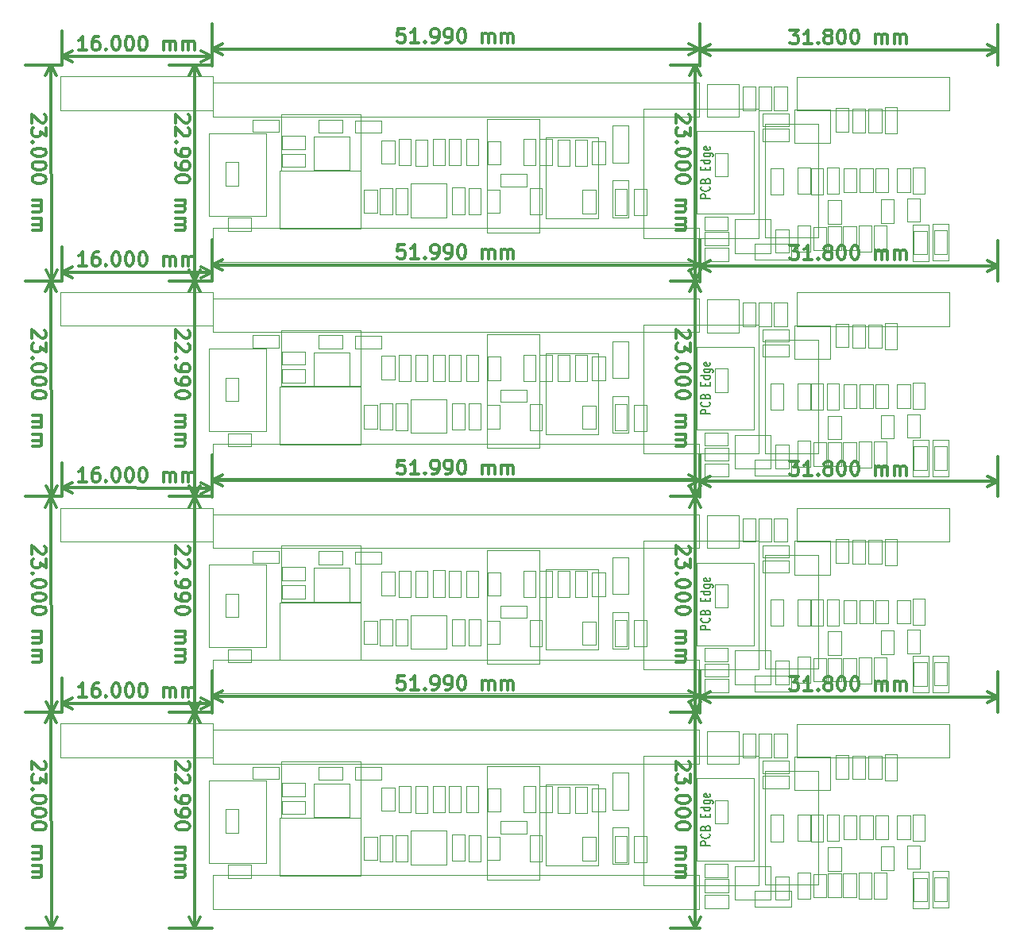
<source format=gbr>
%MOIN*%
%OFA0B0*%
%FSLAX46Y46*%
%IPPOS*%
%LPD*%
%ADD10C,0.0039370078740157488*%
%ADD11C,0.0019685039370078744*%
%ADD22C,0.0039370078740157488*%
%ADD23C,0.0039370078740157488*%
%ADD24C,0.0039370078740157488*%
%ADD25C,0.011811023622047244*%
%ADD26C,0.0039370078740157488*%
%ADD27C,0.0039370078740157488*%
%ADD28C,0.0039370078740157488*%
%ADD29C,0.0039370078740157488*%
%ADD30C,0.0019685039370078744*%
%ADD31C,0.0039370078740157488*%
%ADD32C,0.0039370078740157488*%
%ADD33C,0.0039370078740157488*%
%ADD34C,0.011811023622047244*%
%ADD35C,0.0039370078740157488*%
%ADD36C,0.0039370078740157488*%
%ADD37C,0.0019685039370078744*%
%ADD38C,0.0039370078740157488*%
%ADD39C,0.0039370078740157488*%
%ADD40C,0.0019685039370078744*%
%ADD41C,0.0039370078740157488*%
%ADD42C,0.0039370078740157488*%
%ADD43C,0.0060236220472440951*%
%ADD44C,0.0039370078740157488*%
%ADD45C,0.011811023622047244*%
%ADD46C,0.0039370078740157488*%
%ADD47C,0.0039370078740157488*%
%ADD48C,0.0019685039370078744*%
%ADD49C,0.0039370078740157488*%
%ADD50C,0.0039370078740157488*%
%ADD51C,0.0019685039370078744*%
%ADD52C,0.0039370078740157488*%
%ADD53C,0.0039370078740157488*%
%ADD54C,0.0039370078740157488*%
%ADD55C,0.011811023622047244*%
%ADD56C,0.0039370078740157488*%
%ADD57C,0.0039370078740157488*%
%ADD58C,0.0039370078740157488*%
%ADD59C,0.0039370078740157488*%
%ADD60C,0.0019685039370078744*%
%ADD61C,0.0039370078740157488*%
%ADD62C,0.0039370078740157488*%
%ADD63C,0.0039370078740157488*%
%ADD64C,0.011811023622047244*%
%ADD65C,0.0039370078740157488*%
%ADD66C,0.0039370078740157488*%
%ADD67C,0.0039370078740157488*%
%ADD68C,0.0039370078740157488*%
%ADD69C,0.0019685039370078744*%
%ADD70C,0.0039370078740157488*%
%ADD71C,0.0039370078740157488*%
%ADD72C,0.0039370078740157488*%
%ADD73C,0.011811023622047244*%
%ADD74C,0.0039370078740157488*%
%ADD75C,0.0039370078740157488*%
%ADD76C,0.0039370078740157488*%
%ADD77C,0.0039370078740157488*%
%ADD78C,0.0019685039370078744*%
%ADD79C,0.0039370078740157488*%
%ADD80C,0.0039370078740157488*%
%ADD81C,0.0039370078740157488*%
%ADD82C,0.011811023622047244*%
%ADD83C,0.0039370078740157488*%
%ADD84C,0.0039370078740157488*%
%ADD85C,0.0019685039370078744*%
%ADD86C,0.0039370078740157488*%
%ADD87C,0.0039370078740157488*%
%ADD88C,0.0019685039370078744*%
%ADD89C,0.0039370078740157488*%
%ADD90C,0.0039370078740157488*%
%ADD91C,0.0039370078740157488*%
%ADD92C,0.011811023622047244*%
%ADD93C,0.0039370078740157488*%
%ADD94C,0.0039370078740157488*%
%ADD95C,0.0019685039370078744*%
%ADD96C,0.0039370078740157488*%
%ADD97C,0.0039370078740157488*%
%ADD98C,0.0019685039370078744*%
%ADD99C,0.0039370078740157488*%
%ADD100C,0.0039370078740157488*%
%ADD101C,0.0039370078740157488*%
%ADD102C,0.011811023622047244*%
%ADD103C,0.0039370078740157488*%
%ADD104C,0.0039370078740157488*%
%ADD105C,0.0019685039370078744*%
%ADD106C,0.0039370078740157488*%
%ADD107C,0.0039370078740157488*%
%ADD108C,0.0019685039370078744*%
%ADD109C,0.0039370078740157488*%
%ADD110C,0.0039370078740157488*%
%ADD111C,0.0060236220472440951*%
%ADD112C,0.0039370078740157488*%
%ADD113C,0.011811023622047244*%
%ADD114C,0.0039370078740157488*%
%ADD115C,0.0039370078740157488*%
%ADD116C,0.0019685039370078744*%
%ADD117C,0.0039370078740157488*%
%ADD118C,0.0039370078740157488*%
%ADD119C,0.0019685039370078744*%
%ADD120C,0.0039370078740157488*%
%ADD121C,0.0039370078740157488*%
%ADD122C,0.0060236220472440951*%
%ADD123C,0.0039370078740157488*%
%ADD124C,0.011811023622047244*%
%ADD125C,0.0039370078740157488*%
%ADD126C,0.0039370078740157488*%
%ADD127C,0.0019685039370078744*%
%ADD128C,0.0039370078740157488*%
%ADD129C,0.0039370078740157488*%
%ADD130C,0.0019685039370078744*%
%ADD131C,0.0039370078740157488*%
%ADD132C,0.0039370078740157488*%
%ADD133C,0.0060236220472440951*%
%ADD134C,0.0039370078740157488*%
%ADD135C,0.011811023622047244*%
%ADD136C,0.0039370078740157488*%
%ADD137C,0.0039370078740157488*%
%ADD138C,0.0019685039370078744*%
%ADD139C,0.0039370078740157488*%
G01G01*
D10*
D11*
X0000635826Y0000716929D02*
X-0000005905Y0000716929D01*
X-0000005905Y0000716929D02*
X-0000005905Y0000858661D01*
X-0000005905Y0000858661D02*
X0000635826Y0000858661D01*
X0000635826Y0000858661D02*
X0000635826Y0000716929D01*
G04 next file*
G04 Gerber Fmt 4.6, Leading zero omitted, Abs format (unit mm)*
G04 Created by KiCad (PCBNEW 4.0.7) date 11/15/17 17:31:17*
G01G01*
G04 APERTURE LIST*
G04 APERTURE END LIST*
D22*
G04 next file*
G04 Gerber Fmt 4.6, Leading zero omitted, Abs format (unit mm)*
G04 Created by KiCad (PCBNEW 4.0.7) date 11/15/17 17:31:17*
G01G01*
G04 APERTURE LIST*
G04 APERTURE END LIST*
D23*
G04 next file*
G04 Gerber Fmt 4.6, Leading zero omitted, Abs format (unit mm)*
G04 Created by KiCad (PCBNEW 4.0.7) date 11/15/17 17:31:17*
G01G01*
G04 APERTURE LIST*
G04 APERTURE END LIST*
D24*
D25*
X-0000070331Y0000697744D02*
X-0000067517Y0000694935D01*
X-0000064700Y0000689313D01*
X-0000064688Y0000675252D01*
X-0000067495Y0000669625D01*
X-0000070305Y0000666811D01*
X-0000075926Y0000663994D01*
X-0000081551Y0000663989D01*
X-0000089990Y0000666793D01*
X-0000123765Y0000700510D01*
X-0000123733Y0000663952D01*
X-0000064661Y0000644318D02*
X-0000064629Y0000607760D01*
X-0000087143Y0000627426D01*
X-0000087136Y0000618989D01*
X-0000089943Y0000613363D01*
X-0000092753Y0000610548D01*
X-0000098375Y0000607731D01*
X-0000112435Y0000607719D01*
X-0000118062Y0000610526D01*
X-0000120877Y0000613336D01*
X-0000123694Y0000618958D01*
X-0000123708Y0000635831D01*
X-0000120901Y0000641457D01*
X-0000118091Y0000644272D01*
X-0000118038Y0000582405D02*
X-0000120847Y0000579590D01*
X-0000123662Y0000582400D01*
X-0000120852Y0000585214D01*
X-0000118038Y0000582405D01*
X-0000123662Y0000582400D01*
X-0000064573Y0000543081D02*
X-0000064568Y0000537457D01*
X-0000067375Y0000531830D01*
X-0000070185Y0000529015D01*
X-0000075807Y0000526198D01*
X-0000087053Y0000523376D01*
X-0000101113Y0000523364D01*
X-0000112364Y0000526167D01*
X-0000117991Y0000528974D01*
X-0000120806Y0000531784D01*
X-0000123623Y0000537405D01*
X-0000123628Y0000543030D01*
X-0000120821Y0000548656D01*
X-0000118011Y0000551471D01*
X-0000112389Y0000554288D01*
X-0000101143Y0000557110D01*
X-0000087082Y0000557122D01*
X-0000075831Y0000554320D01*
X-0000070204Y0000551513D01*
X-0000067390Y0000548703D01*
X-0000064573Y0000543081D01*
X-0000064524Y0000486838D02*
X-0000064519Y0000481214D01*
X-0000067326Y0000475587D01*
X-0000070136Y0000472772D01*
X-0000075758Y0000469955D01*
X-0000087004Y0000467134D01*
X-0000101065Y0000467121D01*
X-0000112316Y0000469924D01*
X-0000117942Y0000472731D01*
X-0000120757Y0000475541D01*
X-0000123574Y0000481162D01*
X-0000123579Y0000486787D01*
X-0000120772Y0000492414D01*
X-0000117962Y0000495228D01*
X-0000112340Y0000498045D01*
X-0000101094Y0000500867D01*
X-0000087033Y0000500879D01*
X-0000075782Y0000498077D01*
X-0000070155Y0000495270D01*
X-0000067341Y0000492460D01*
X-0000064524Y0000486838D01*
X-0000064475Y0000430595D02*
X-0000064470Y0000424971D01*
X-0000067277Y0000419344D01*
X-0000070087Y0000416530D01*
X-0000075709Y0000413712D01*
X-0000086955Y0000410891D01*
X-0000101016Y0000410878D01*
X-0000112267Y0000413681D01*
X-0000117893Y0000416488D01*
X-0000120708Y0000419298D01*
X-0000123525Y0000424920D01*
X-0000123530Y0000430544D01*
X-0000120723Y0000436171D01*
X-0000117913Y0000438985D01*
X-0000112291Y0000441802D01*
X-0000101045Y0000444624D01*
X-0000086984Y0000444636D01*
X-0000075733Y0000441834D01*
X-0000070107Y0000439027D01*
X-0000067292Y0000436217D01*
X-0000064475Y0000430595D01*
X-0000123452Y0000340555D02*
X-0000084082Y0000340589D01*
X-0000089706Y0000340584D02*
X-0000086891Y0000337775D01*
X-0000084074Y0000332153D01*
X-0000084067Y0000323717D01*
X-0000086874Y0000318090D01*
X-0000092496Y0000315273D01*
X-0000123430Y0000315246D01*
X-0000092496Y0000315273D02*
X-0000086869Y0000312465D01*
X-0000084052Y0000306844D01*
X-0000084045Y0000298407D01*
X-0000086852Y0000292780D01*
X-0000092474Y0000289963D01*
X-0000123408Y0000289937D01*
X-0000123383Y0000261815D02*
X-0000084013Y0000261849D01*
X-0000089637Y0000261844D02*
X-0000086823Y0000259035D01*
X-0000084006Y0000253413D01*
X-0000083998Y0000244976D01*
X-0000086806Y0000239350D01*
X-0000092428Y0000236533D01*
X-0000123361Y0000236506D01*
X-0000092428Y0000236533D02*
X-0000086801Y0000233725D01*
X-0000083984Y0000228103D01*
X-0000083976Y0000219667D01*
X-0000086784Y0000214040D01*
X-0000092406Y0000211223D01*
X-0000123339Y0000211196D01*
X-0000044078Y0000905866D02*
X-0000043291Y0000000355D01*
X0000000393Y0000905905D02*
X-0000150377Y0000905774D01*
X0000001181Y0000000393D02*
X-0000149590Y0000000262D01*
X-0000043291Y0000000355D02*
X-0000066417Y0000044685D01*
X-0000043291Y0000000355D02*
X-0000020242Y0000044725D01*
X-0000044078Y0000905866D02*
X-0000067127Y0000861496D01*
X-0000044078Y0000905866D02*
X-0000020952Y0000861536D01*
X0000104521Y0000968431D02*
X0000070775Y0000968474D01*
X0000087648Y0000968453D02*
X0000087722Y0001027508D01*
X0000082087Y0001019078D01*
X0000076455Y0001013461D01*
X0000070828Y0001010656D01*
X0000155213Y0001027423D02*
X0000143965Y0001027437D01*
X0000138337Y0001024632D01*
X0000135521Y0001021824D01*
X0000129886Y0001013394D01*
X0000127060Y0001002149D01*
X0000127032Y0000979652D01*
X0000129837Y0000974024D01*
X0000132646Y0000971208D01*
X0000138266Y0000968389D01*
X0000149515Y0000968375D01*
X0000155143Y0000971180D01*
X0000157958Y0000973989D01*
X0000160778Y0000979610D01*
X0000160795Y0000993670D01*
X0000157990Y0000999298D01*
X0000155182Y0001002114D01*
X0000149561Y0001004933D01*
X0000138312Y0001004947D01*
X0000132684Y0001002142D01*
X0000129869Y0000999333D01*
X0000127050Y0000993713D01*
X0000186080Y0000973954D02*
X0000188889Y0000971138D01*
X0000186073Y0000968330D01*
X0000183264Y0000971145D01*
X0000186080Y0000973954D01*
X0000186073Y0000968330D01*
X0000225517Y0001027335D02*
X0000231141Y0001027328D01*
X0000236762Y0001024509D01*
X0000239571Y0001021693D01*
X0000242376Y0001016066D01*
X0000245174Y0001004814D01*
X0000245156Y0000990753D01*
X0000242330Y0000979508D01*
X0000239511Y0000973887D01*
X0000236695Y0000971078D01*
X0000231067Y0000968273D01*
X0000225443Y0000968280D01*
X0000219822Y0000971099D01*
X0000217014Y0000973915D01*
X0000214208Y0000979543D01*
X0000211410Y0000990795D01*
X0000211428Y0001004856D01*
X0000214254Y0001016101D01*
X0000217073Y0001021722D01*
X0000219889Y0001024530D01*
X0000225517Y0001027335D01*
X0000281760Y0001027265D02*
X0000287384Y0001027258D01*
X0000293005Y0001024439D01*
X0000295813Y0001021623D01*
X0000298619Y0001015995D01*
X0000301417Y0001004743D01*
X0000301399Y0000990683D01*
X0000298573Y0000979437D01*
X0000295754Y0000973817D01*
X0000292938Y0000971008D01*
X0000287310Y0000968203D01*
X0000281686Y0000968210D01*
X0000276065Y0000971029D01*
X0000273256Y0000973845D01*
X0000270451Y0000979473D01*
X0000267653Y0000990725D01*
X0000267671Y0001004785D01*
X0000270497Y0001016031D01*
X0000273316Y0001021651D01*
X0000276132Y0001024460D01*
X0000281760Y0001027265D01*
X0000338003Y0001027195D02*
X0000343627Y0001027188D01*
X0000349248Y0001024369D01*
X0000352056Y0001021553D01*
X0000354861Y0001015925D01*
X0000357660Y0001004673D01*
X0000357642Y0000990612D01*
X0000354816Y0000979367D01*
X0000351997Y0000973746D01*
X0000349181Y0000970938D01*
X0000343553Y0000968133D01*
X0000337929Y0000968140D01*
X0000332308Y0000970959D01*
X0000329499Y0000973775D01*
X0000326694Y0000979402D01*
X0000323896Y0000990654D01*
X0000323914Y0001004715D01*
X0000326740Y0001015960D01*
X0000329559Y0001021581D01*
X0000332375Y0001024390D01*
X0000338003Y0001027195D01*
X0000427917Y0000968027D02*
X0000427967Y0001007397D01*
X0000427960Y0001001773D02*
X0000430775Y0001004582D01*
X0000436403Y0001007387D01*
X0000444840Y0001007376D01*
X0000450460Y0001004557D01*
X0000453265Y0000998929D01*
X0000453227Y0000967996D01*
X0000453265Y0000998929D02*
X0000456085Y0001004550D01*
X0000461712Y0001007355D01*
X0000470149Y0001007345D01*
X0000475770Y0001004525D01*
X0000478575Y0000998898D01*
X0000478536Y0000967964D01*
X0000506658Y0000967929D02*
X0000506707Y0001007299D01*
X0000506700Y0001001675D02*
X0000509515Y0001004483D01*
X0000515143Y0001007288D01*
X0000523580Y0001007278D01*
X0000529200Y0001004459D01*
X0000532006Y0000998831D01*
X0000531967Y0000967897D01*
X0000532006Y0000998831D02*
X0000534825Y0001004452D01*
X0000540453Y0001007257D01*
X0000548889Y0001007246D01*
X0000554510Y0001004427D01*
X0000557315Y0000998799D01*
X0000557276Y0000967866D01*
X0000000438Y0000942127D02*
X0000630359Y0000941340D01*
X0000000393Y0000906299D02*
X0000000571Y0001048426D01*
X0000630314Y0000905511D02*
X0000630492Y0001047639D01*
X0000630359Y0000941340D02*
X0000585980Y0000918308D01*
X0000630359Y0000941340D02*
X0000586038Y0000964483D01*
X0000000438Y0000942127D02*
X0000044760Y0000918985D01*
X0000000438Y0000942127D02*
X0000044817Y0000965159D01*
G04 next file*
G04 Gerber Fmt 4.6, Leading zero omitted, Abs format (unit mm)*
G04 Created by KiCad (PCBNEW 4.0.7) date 11/15/17 17:31:17*
G01G01*
G04 APERTURE LIST*
G04 APERTURE END LIST*
D26*
G04 next file*
G04 Gerber Fmt 4.6, Leading zero omitted, Abs format (unit mm)*
G04 Created by KiCad (PCBNEW 4.0.7) date 11/15/17 17:31:17*
G01G01*
G04 APERTURE LIST*
G04 APERTURE END LIST*
D27*
G04 next file*
G04 Gerber Fmt 4.6, Leading zero omitted, Abs format (unit mm)*
G04 Created by KiCad (PCBNEW 4.0.7) date 11/15/17 17:31:17*
G01G01*
G04 APERTURE LIST*
G04 APERTURE END LIST*
D28*
G04 next file*
G04 Gerber Fmt 4.6, Leading zero omitted, Abs format (unit mm)*
G04 Created by KiCad (PCBNEW 4.0.7) date 11/15/17 20:03:37*
G01G01*
G04 APERTURE LIST*
G04 APERTURE END LIST*
D29*
D30*
X0002205196Y0000483385D02*
X0002205196Y0000593622D01*
X0002205196Y0000483385D02*
X0002154015Y0000483385D01*
X0002154015Y0000593622D02*
X0002205196Y0000593622D01*
X0002154015Y0000593622D02*
X0002154015Y0000483385D01*
X0002675275Y0000689685D02*
X0000633937Y0000689685D01*
X0000633937Y0000689685D02*
X0000633937Y0000831417D01*
X0000633937Y0000831417D02*
X0002675275Y0000831417D01*
X0002675275Y0000831417D02*
X0002675275Y0000689685D01*
X0002675275Y0000079448D02*
X0000633937Y0000079448D01*
X0000633937Y0000079448D02*
X0000633937Y0000221181D01*
X0000633937Y0000221181D02*
X0002675275Y0000221181D01*
X0002675275Y0000221181D02*
X0002675275Y0000079448D01*
X0000687874Y0000498346D02*
X0000687874Y0000399921D01*
X0000687874Y0000498346D02*
X0000742992Y0000498346D01*
X0000742992Y0000399921D02*
X0000687874Y0000399921D01*
X0000742992Y0000399921D02*
X0000742992Y0000498346D01*
X0001021732Y0000608582D02*
X0000923307Y0000608582D01*
X0001021732Y0000608582D02*
X0001021732Y0000553464D01*
X0000923307Y0000553464D02*
X0000923307Y0000608582D01*
X0000923307Y0000553464D02*
X0001021732Y0000553464D01*
X0001021732Y0000533385D02*
X0000923307Y0000533385D01*
X0001021732Y0000533385D02*
X0001021732Y0000478267D01*
X0000923307Y0000478267D02*
X0000923307Y0000533385D01*
X0000923307Y0000478267D02*
X0001021732Y0000478267D01*
X0001058346Y0000605826D02*
X0001207952Y0000605826D01*
X0001058346Y0000464094D02*
X0001058346Y0000605826D01*
X0001207952Y0000464094D02*
X0001058346Y0000464094D01*
X0001207952Y0000605826D02*
X0001207952Y0000464094D01*
X0001177637Y0000676692D02*
X0001079212Y0000676692D01*
X0001177637Y0000676692D02*
X0001177637Y0000621574D01*
X0001079212Y0000621574D02*
X0001079212Y0000676692D01*
X0001079212Y0000621574D02*
X0001177637Y0000621574D01*
X0001341417Y0000589685D02*
X0001341417Y0000491259D01*
X0001341417Y0000589685D02*
X0001396535Y0000589685D01*
X0001396535Y0000491259D02*
X0001341417Y0000491259D01*
X0001396535Y0000491259D02*
X0001396535Y0000589685D01*
X0001608346Y0000484960D02*
X0001608346Y0000595196D01*
X0001608346Y0000484960D02*
X0001557165Y0000484960D01*
X0001557165Y0000595196D02*
X0001608346Y0000595196D01*
X0001557165Y0000595196D02*
X0001557165Y0000484960D01*
X0001534330Y0000483779D02*
X0001534330Y0000594015D01*
X0001534330Y0000483779D02*
X0001483149Y0000483779D01*
X0001483149Y0000594015D02*
X0001534330Y0000594015D01*
X0001483149Y0000594015D02*
X0001483149Y0000483779D01*
X0001674881Y0000484566D02*
X0001674881Y0000594803D01*
X0001674881Y0000484566D02*
X0001623700Y0000484566D01*
X0001623700Y0000594803D02*
X0001674881Y0000594803D01*
X0001623700Y0000594803D02*
X0001623700Y0000484566D01*
X0001466220Y0000484566D02*
X0001466220Y0000594803D01*
X0001466220Y0000484566D02*
X0001415039Y0000484566D01*
X0001415039Y0000594803D02*
X0001466220Y0000594803D01*
X0001415039Y0000594803D02*
X0001415039Y0000484566D01*
X0001748897Y0000484173D02*
X0001748897Y0000594409D01*
X0001748897Y0000484173D02*
X0001697716Y0000484173D01*
X0001697716Y0000594409D02*
X0001748897Y0000594409D01*
X0001697716Y0000594409D02*
X0001697716Y0000484173D01*
X0001841811Y0000488503D02*
X0001841811Y0000586929D01*
X0001841811Y0000488503D02*
X0001786692Y0000488503D01*
X0001786692Y0000586929D02*
X0001841811Y0000586929D01*
X0001786692Y0000586929D02*
X0001786692Y0000488503D01*
X0001937874Y0000594409D02*
X0001937874Y0000484173D01*
X0001937874Y0000594409D02*
X0001989055Y0000594409D01*
X0001989055Y0000484173D02*
X0001937874Y0000484173D01*
X0001989055Y0000484173D02*
X0001989055Y0000594409D01*
X0002005984Y0000594409D02*
X0002005984Y0000484173D01*
X0002005984Y0000594409D02*
X0002057165Y0000594409D01*
X0002057165Y0000484173D02*
X0002005984Y0000484173D01*
X0002057165Y0000484173D02*
X0002057165Y0000594409D01*
X0002131968Y0000483385D02*
X0002131968Y0000593622D01*
X0002131968Y0000483385D02*
X0002080787Y0000483385D01*
X0002080787Y0000593622D02*
X0002131968Y0000593622D01*
X0002080787Y0000593622D02*
X0002080787Y0000483385D01*
X0002226062Y0000586535D02*
X0002226062Y0000488110D01*
X0002226062Y0000586535D02*
X0002281181Y0000586535D01*
X0002281181Y0000488110D02*
X0002226062Y0000488110D01*
X0002281181Y0000488110D02*
X0002281181Y0000586535D01*
X0002370944Y0000276299D02*
X0002370944Y0000386535D01*
X0002370944Y0000276299D02*
X0002319763Y0000276299D01*
X0002319763Y0000386535D02*
X0002370944Y0000386535D01*
X0002319763Y0000386535D02*
X0002319763Y0000276299D01*
X0002184724Y0000381417D02*
X0002184724Y0000282992D01*
X0002184724Y0000381417D02*
X0002239842Y0000381417D01*
X0002239842Y0000282992D02*
X0002184724Y0000282992D01*
X0002239842Y0000282992D02*
X0002239842Y0000381417D01*
X0001783937Y0000383779D02*
X0001783937Y0000285354D01*
X0001783937Y0000383779D02*
X0001839055Y0000383779D01*
X0001839055Y0000285354D02*
X0001783937Y0000285354D01*
X0001839055Y0000285354D02*
X0001839055Y0000383779D01*
X0001707559Y0000390472D02*
X0001707559Y0000280236D01*
X0001707559Y0000390472D02*
X0001758740Y0000390472D01*
X0001758740Y0000280236D02*
X0001707559Y0000280236D01*
X0001758740Y0000280236D02*
X0001758740Y0000390472D01*
X0001639055Y0000390866D02*
X0001639055Y0000280629D01*
X0001639055Y0000390866D02*
X0001690236Y0000390866D01*
X0001690236Y0000280629D02*
X0001639055Y0000280629D01*
X0001690236Y0000280629D02*
X0001690236Y0000390866D01*
X0001464645Y0000266456D02*
X0001614251Y0000266456D01*
X0001614251Y0000266456D02*
X0001614251Y0000408188D01*
X0001614251Y0000408188D02*
X0001464645Y0000408188D01*
X0001464645Y0000408188D02*
X0001464645Y0000266456D01*
X0001400866Y0000389685D02*
X0001400866Y0000279448D01*
X0001400866Y0000389685D02*
X0001452047Y0000389685D01*
X0001452047Y0000279448D02*
X0001400866Y0000279448D01*
X0001452047Y0000279448D02*
X0001452047Y0000389685D01*
X0001387480Y0000279842D02*
X0001387480Y0000390078D01*
X0001387480Y0000279842D02*
X0001336299Y0000279842D01*
X0001336299Y0000390078D02*
X0001387480Y0000390078D01*
X0001336299Y0000390078D02*
X0001336299Y0000279842D01*
X0001268188Y0000383779D02*
X0001268188Y0000285354D01*
X0001268188Y0000383779D02*
X0001323307Y0000383779D01*
X0001323307Y0000285354D02*
X0001268188Y0000285354D01*
X0001323307Y0000285354D02*
X0001323307Y0000383779D01*
X0001232755Y0000622755D02*
X0001342992Y0000622755D01*
X0001232755Y0000622755D02*
X0001232755Y0000673937D01*
X0001342992Y0000673937D02*
X0001342992Y0000622755D01*
X0001342992Y0000673937D02*
X0001232755Y0000673937D01*
X0000910708Y0000676299D02*
X0000800472Y0000676299D01*
X0000910708Y0000676299D02*
X0000910708Y0000625118D01*
X0000800472Y0000625118D02*
X0000800472Y0000676299D01*
X0000800472Y0000625118D02*
X0000910708Y0000625118D01*
X0002453622Y0000275118D02*
X0002453622Y0000385354D01*
X0002453622Y0000275118D02*
X0002402440Y0000275118D01*
X0002402440Y0000385354D02*
X0002453622Y0000385354D01*
X0002402440Y0000385354D02*
X0002402440Y0000275118D01*
X0001964251Y0000388110D02*
X0001964251Y0000277874D01*
X0001964251Y0000388110D02*
X0002015433Y0000388110D01*
X0002015433Y0000277874D02*
X0001964251Y0000277874D01*
X0002015433Y0000277874D02*
X0002015433Y0000388110D01*
X0001840629Y0000397165D02*
X0001950866Y0000397165D01*
X0001840629Y0000397165D02*
X0001840629Y0000448346D01*
X0001950866Y0000448346D02*
X0001950866Y0000397165D01*
X0001950866Y0000448346D02*
X0001840629Y0000448346D01*
X0000696929Y0000209763D02*
X0000795354Y0000209763D01*
X0000696929Y0000209763D02*
X0000696929Y0000264881D01*
X0000795354Y0000264881D02*
X0000795354Y0000209763D01*
X0000795354Y0000264881D02*
X0000696929Y0000264881D01*
G04 next file*
G04 Gerber Fmt 4.6, Leading zero omitted, Abs format (unit mm)*
G04 Created by KiCad (PCBNEW 4.0.7) date 11/15/17 20:03:37*
G01G01*
G04 APERTURE LIST*
G04 APERTURE END LIST*
D31*
G04 next file*
G04 Gerber Fmt 4.6, Leading zero omitted, Abs format (unit mm)*
G04 Created by KiCad (PCBNEW 4.0.7) date 11/15/17 20:03:37*
G01G01*
G04 APERTURE LIST*
G04 APERTURE END LIST*
D32*
G04 next file*
G04 Gerber Fmt 4.6, Leading zero omitted, Abs format (unit mm)*
G04 Created by KiCad (PCBNEW 4.0.7) date 11/15/17 20:03:37*
G01G01*
G04 APERTURE LIST*
G04 APERTURE END LIST*
D33*
D34*
X0000532620Y0000697609D02*
X0000535433Y0000694797D01*
X0000538245Y0000689173D01*
X0000538245Y0000675112D01*
X0000535433Y0000669488D01*
X0000532620Y0000666675D01*
X0000526996Y0000663863D01*
X0000521372Y0000663863D01*
X0000512935Y0000666675D01*
X0000479190Y0000700421D01*
X0000479190Y0000663863D01*
X0000532620Y0000641366D02*
X0000535433Y0000638554D01*
X0000538245Y0000632930D01*
X0000538245Y0000618869D01*
X0000535433Y0000613245D01*
X0000532620Y0000610433D01*
X0000526996Y0000607620D01*
X0000521372Y0000607620D01*
X0000512935Y0000610433D01*
X0000479190Y0000644178D01*
X0000479190Y0000607620D01*
X0000484814Y0000582311D02*
X0000482002Y0000579499D01*
X0000479190Y0000582311D01*
X0000482002Y0000585123D01*
X0000484814Y0000582311D01*
X0000479190Y0000582311D01*
X0000479190Y0000551377D02*
X0000479190Y0000540129D01*
X0000482002Y0000534505D01*
X0000484814Y0000531692D01*
X0000493250Y0000526068D01*
X0000504499Y0000523256D01*
X0000526996Y0000523256D01*
X0000532620Y0000526068D01*
X0000535433Y0000528880D01*
X0000538245Y0000534505D01*
X0000538245Y0000545753D01*
X0000535433Y0000551377D01*
X0000532620Y0000554190D01*
X0000526996Y0000557002D01*
X0000512935Y0000557002D01*
X0000507311Y0000554190D01*
X0000504499Y0000551377D01*
X0000501687Y0000545753D01*
X0000501687Y0000534505D01*
X0000504499Y0000528880D01*
X0000507311Y0000526068D01*
X0000512935Y0000523256D01*
X0000479190Y0000495135D02*
X0000479190Y0000483886D01*
X0000482002Y0000478262D01*
X0000484814Y0000475449D01*
X0000493250Y0000469825D01*
X0000504499Y0000467013D01*
X0000526996Y0000467013D01*
X0000532620Y0000469825D01*
X0000535433Y0000472637D01*
X0000538245Y0000478262D01*
X0000538245Y0000489510D01*
X0000535433Y0000495135D01*
X0000532620Y0000497947D01*
X0000526996Y0000500759D01*
X0000512935Y0000500759D01*
X0000507311Y0000497947D01*
X0000504499Y0000495135D01*
X0000501687Y0000489510D01*
X0000501687Y0000478262D01*
X0000504499Y0000472637D01*
X0000507311Y0000469825D01*
X0000512935Y0000467013D01*
X0000538245Y0000430455D02*
X0000538245Y0000424831D01*
X0000535433Y0000419207D01*
X0000532620Y0000416394D01*
X0000526996Y0000413582D01*
X0000515748Y0000410770D01*
X0000501687Y0000410770D01*
X0000490438Y0000413582D01*
X0000484814Y0000416394D01*
X0000482002Y0000419207D01*
X0000479190Y0000424831D01*
X0000479190Y0000430455D01*
X0000482002Y0000436079D01*
X0000484814Y0000438892D01*
X0000490438Y0000441704D01*
X0000501687Y0000444516D01*
X0000515748Y0000444516D01*
X0000526996Y0000441704D01*
X0000532620Y0000438892D01*
X0000535433Y0000436079D01*
X0000538245Y0000430455D01*
X0000479190Y0000340466D02*
X0000518560Y0000340466D01*
X0000512935Y0000340466D02*
X0000515748Y0000337654D01*
X0000518560Y0000332030D01*
X0000518560Y0000323593D01*
X0000515748Y0000317969D01*
X0000510123Y0000315157D01*
X0000479190Y0000315157D01*
X0000510123Y0000315157D02*
X0000515748Y0000312345D01*
X0000518560Y0000306721D01*
X0000518560Y0000298284D01*
X0000515748Y0000292660D01*
X0000510123Y0000289848D01*
X0000479190Y0000289848D01*
X0000479190Y0000261726D02*
X0000518560Y0000261726D01*
X0000512935Y0000261726D02*
X0000515748Y0000258914D01*
X0000518560Y0000253290D01*
X0000518560Y0000244853D01*
X0000515748Y0000239229D01*
X0000510123Y0000236417D01*
X0000479190Y0000236417D01*
X0000510123Y0000236417D02*
X0000515748Y0000233605D01*
X0000518560Y0000227980D01*
X0000518560Y0000219544D01*
X0000515748Y0000213920D01*
X0000510123Y0000211108D01*
X0000479190Y0000211108D01*
X0000559055Y0000905511D02*
X0000559055Y0000000393D01*
X0000630314Y0000905511D02*
X0000452755Y0000905511D01*
X0000630314Y0000000393D02*
X0000452755Y0000000393D01*
X0000559055Y0000000393D02*
X0000535967Y0000044744D01*
X0000559055Y0000000393D02*
X0000582142Y0000044744D01*
X0000559055Y0000905511D02*
X0000535967Y0000861161D01*
X0000559055Y0000905511D02*
X0000582142Y0000861161D01*
X0001439731Y0001058087D02*
X0001411610Y0001058092D01*
X0001408792Y0001029971D01*
X0001411605Y0001032783D01*
X0001417230Y0001035594D01*
X0001431290Y0001035591D01*
X0001436914Y0001032778D01*
X0001439726Y0001029965D01*
X0001442537Y0001024341D01*
X0001442534Y0001010280D01*
X0001439721Y0001004656D01*
X0001436908Y0001001845D01*
X0001431283Y0000999033D01*
X0001417223Y0000999036D01*
X0001411599Y0001001849D01*
X0001408787Y0001004662D01*
X0001498775Y0000999021D02*
X0001465029Y0000999027D01*
X0001481902Y0000999024D02*
X0001481913Y0001058079D01*
X0001476288Y0001049644D01*
X0001470662Y0001044020D01*
X0001465037Y0001041209D01*
X0001524085Y0001004640D02*
X0001526897Y0001001827D01*
X0001524084Y0000999016D01*
X0001521273Y0001001828D01*
X0001524085Y0001004640D01*
X0001524084Y0000999016D01*
X0001555018Y0000999010D02*
X0001566267Y0000999008D01*
X0001571891Y0001001819D01*
X0001574704Y0001004630D01*
X0001580330Y0001013066D01*
X0001583144Y0001024314D01*
X0001583149Y0001046811D01*
X0001580338Y0001052436D01*
X0001577526Y0001055248D01*
X0001571902Y0001058062D01*
X0001560654Y0001058064D01*
X0001555029Y0001055253D01*
X0001552216Y0001052441D01*
X0001549403Y0001046817D01*
X0001549400Y0001032757D01*
X0001552211Y0001027132D01*
X0001555023Y0001024319D01*
X0001560647Y0001021506D01*
X0001571895Y0001021504D01*
X0001577520Y0001024315D01*
X0001580333Y0001027126D01*
X0001583146Y0001032750D01*
X0001611261Y0000998999D02*
X0001622510Y0000998997D01*
X0001628134Y0001001808D01*
X0001630947Y0001004619D01*
X0001636573Y0001013055D01*
X0001639387Y0001024303D01*
X0001639392Y0001046800D01*
X0001636581Y0001052425D01*
X0001633769Y0001055237D01*
X0001628145Y0001058051D01*
X0001616897Y0001058053D01*
X0001611272Y0001055242D01*
X0001608459Y0001052430D01*
X0001605646Y0001046806D01*
X0001605643Y0001032746D01*
X0001608454Y0001027121D01*
X0001611266Y0001024308D01*
X0001616890Y0001021495D01*
X0001628138Y0001021493D01*
X0001633763Y0001024304D01*
X0001636576Y0001027115D01*
X0001639389Y0001032739D01*
X0001675952Y0001058042D02*
X0001681576Y0001058040D01*
X0001687200Y0001055227D01*
X0001690011Y0001052415D01*
X0001692822Y0001046790D01*
X0001695632Y0001035541D01*
X0001695630Y0001021480D01*
X0001692815Y0001010232D01*
X0001690002Y0001004608D01*
X0001687189Y0001001796D01*
X0001681565Y0000998985D01*
X0001675940Y0000998986D01*
X0001670317Y0001001800D01*
X0001667505Y0001004612D01*
X0001664694Y0001010237D01*
X0001661884Y0001021486D01*
X0001661887Y0001035547D01*
X0001664701Y0001046795D01*
X0001667514Y0001052419D01*
X0001670327Y0001055230D01*
X0001675952Y0001058042D01*
X0001765929Y0000998969D02*
X0001765937Y0001038339D01*
X0001765936Y0001032715D02*
X0001768748Y0001035527D01*
X0001774373Y0001038338D01*
X0001782809Y0001038336D01*
X0001788433Y0001035523D01*
X0001791244Y0001029898D01*
X0001791238Y0000998964D01*
X0001791244Y0001029898D02*
X0001794058Y0001035522D01*
X0001799682Y0001038333D01*
X0001808119Y0001038331D01*
X0001813743Y0001035518D01*
X0001816554Y0001029893D01*
X0001816548Y0000998959D01*
X0001844669Y0000998954D02*
X0001844677Y0001038324D01*
X0001844676Y0001032700D02*
X0001847488Y0001035511D01*
X0001853113Y0001038322D01*
X0001861550Y0001038321D01*
X0001867173Y0001035508D01*
X0001869985Y0001029883D01*
X0001869979Y0000998949D01*
X0001869985Y0001029883D02*
X0001872798Y0001035506D01*
X0001878423Y0001038318D01*
X0001886859Y0001038316D01*
X0001892483Y0001035503D01*
X0001895294Y0001029878D01*
X0001895288Y0000998944D01*
X0000630013Y0000972753D02*
X0002676863Y0000972360D01*
X0000629999Y0000903070D02*
X0000630033Y0001079053D01*
X0002676850Y0000902677D02*
X0002676884Y0001078659D01*
X0002676863Y0000972360D02*
X0002632508Y0000949281D01*
X0002676863Y0000972360D02*
X0002632517Y0000995456D01*
X0000630013Y0000972753D02*
X0000674359Y0000949657D01*
X0000630013Y0000972753D02*
X0000674368Y0000995832D01*
G04 next file*
G04 Gerber Fmt 4.6, Leading zero omitted, Abs format (unit mm)*
G04 Created by KiCad (PCBNEW 4.0.7) date 11/15/17 20:03:37*
G01G01*
G04 APERTURE LIST*
G04 APERTURE END LIST*
D35*
G04 next file*
G04 Gerber Fmt 4.6, Leading zero omitted, Abs format (unit mm)*
G04 Created by KiCad (PCBNEW 4.0.7) date 11/15/17 20:03:37*
G01G01*
G04 APERTURE LIST*
G04 APERTURE END LIST*
D36*
D37*
X0001256299Y0000461417D02*
X0000915747Y0000461417D01*
X0000915747Y0000461417D02*
X0000915747Y0000219291D01*
X0000915747Y0000219291D02*
X0001256299Y0000219291D01*
X0001256299Y0000219291D02*
X0001256299Y0000461417D01*
X0000618188Y0000620000D02*
X0000618188Y0000273543D01*
X0000858346Y0000273543D02*
X0000618188Y0000273543D01*
X0000858346Y0000620000D02*
X0000858346Y0000273543D01*
X0000618188Y0000620000D02*
X0000858346Y0000620000D01*
X0000920157Y0000699527D02*
X0001254803Y0000699527D01*
X0001254803Y0000699527D02*
X0001254803Y0000463307D01*
X0001254803Y0000463307D02*
X0000920157Y0000463307D01*
X0000920157Y0000463307D02*
X0000920157Y0000699527D01*
X0002439842Y0000721181D02*
X0002439842Y0000179842D01*
X0002439842Y0000179842D02*
X0002926062Y0000179842D01*
X0002926062Y0000179842D02*
X0002926062Y0000721181D01*
X0002926062Y0000721181D02*
X0002439842Y0000721181D01*
X0002312677Y0000650708D02*
X0002379606Y0000650708D01*
X0002379606Y0000650708D02*
X0002379606Y0000497165D01*
X0002379606Y0000497165D02*
X0002312677Y0000497165D01*
X0002312677Y0000497165D02*
X0002312677Y0000650708D01*
X0002312677Y0000420787D02*
X0002379606Y0000420787D01*
X0002379606Y0000420787D02*
X0002379606Y0000267244D01*
X0002379606Y0000267244D02*
X0002312677Y0000267244D01*
X0002312677Y0000267244D02*
X0002312677Y0000420787D01*
X0001785118Y0000203858D02*
X0002005590Y0000203858D01*
X0002005590Y0000203858D02*
X0002005590Y0000680236D01*
X0002005590Y0000680236D02*
X0001785118Y0000680236D01*
X0001785118Y0000680236D02*
X0001785118Y0000203858D01*
X0002252834Y0000600708D02*
X0002032362Y0000600708D01*
X0002032362Y0000600708D02*
X0002032362Y0000262125D01*
X0002032362Y0000262125D02*
X0002252834Y0000262125D01*
X0002252834Y0000262125D02*
X0002252834Y0000600708D01*
G04 next file*
G04 Gerber Fmt 4.6, Leading zero omitted, Abs format (unit mm)*
G04 Created by KiCad (PCBNEW 4.0.7) date 11/15/17 20:03:37*
G01G01*
G04 APERTURE LIST*
G04 APERTURE END LIST*
D38*
G04 next file*
G04 Gerber Fmt 4.6, Leading zero omitted, Abs format (unit mm)*
G04 Created by KiCad (PCBNEW 4.0.7) date 11/15/17 17:48:19*
G01G01*
G04 APERTURE LIST*
G04 APERTURE END LIST*
D39*
D40*
X0003215157Y0000338976D02*
X0003215157Y0000240551D01*
X0003215157Y0000338976D02*
X0003270275Y0000338976D01*
X0003270275Y0000240551D02*
X0003215157Y0000240551D01*
X0003270275Y0000240551D02*
X0003270275Y0000338976D01*
X0003602362Y0000247637D02*
X0003602362Y0000346062D01*
X0003602362Y0000247637D02*
X0003547244Y0000247637D01*
X0003547244Y0000346062D02*
X0003602362Y0000346062D01*
X0003547244Y0000346062D02*
X0003547244Y0000247637D01*
X0003437795Y0000341732D02*
X0003437795Y0000243307D01*
X0003437795Y0000341732D02*
X0003492913Y0000341732D01*
X0003492913Y0000243307D02*
X0003437795Y0000243307D01*
X0003492913Y0000243307D02*
X0003492913Y0000341732D01*
X0003372834Y0000624015D02*
X0003372834Y0000722440D01*
X0003372834Y0000624015D02*
X0003317716Y0000624015D01*
X0003317716Y0000722440D02*
X0003372834Y0000722440D01*
X0003317716Y0000722440D02*
X0003317716Y0000624015D01*
X0003335496Y0000372440D02*
X0003335496Y0000470866D01*
X0003335496Y0000372440D02*
X0003280377Y0000372440D01*
X0003280377Y0000470866D02*
X0003335496Y0000470866D01*
X0003280377Y0000470866D02*
X0003280377Y0000372440D01*
X0003345275Y0000231496D02*
X0003345275Y0000121259D01*
X0003345275Y0000231496D02*
X0003396456Y0000231496D01*
X0003396456Y0000121259D02*
X0003345275Y0000121259D01*
X0003396456Y0000121259D02*
X0003396456Y0000231496D01*
X0003622527Y0000366535D02*
X0003622527Y0000476771D01*
X0003622527Y0000366535D02*
X0003571346Y0000366535D01*
X0003571346Y0000476771D02*
X0003622527Y0000476771D01*
X0003571346Y0000476771D02*
X0003571346Y0000366535D01*
X0003505905Y0000618110D02*
X0003505905Y0000728346D01*
X0003505905Y0000618110D02*
X0003454724Y0000618110D01*
X0003454724Y0000728346D02*
X0003505905Y0000728346D01*
X0003454724Y0000728346D02*
X0003454724Y0000618110D01*
X0003261527Y0000364196D02*
X0003261527Y0000474433D01*
X0003261527Y0000364196D02*
X0003210346Y0000364196D01*
X0003210346Y0000474433D02*
X0003261527Y0000474433D01*
X0003210346Y0000474433D02*
X0003210346Y0000364196D01*
X0003050000Y0000118110D02*
X0003050000Y0000216535D01*
X0003050000Y0000118110D02*
X0002994881Y0000118110D01*
X0002994881Y0000216535D02*
X0003050000Y0000216535D01*
X0002994881Y0000216535D02*
X0002994881Y0000118110D01*
X0003660665Y0000210781D02*
X0003660665Y0000112356D01*
X0003660665Y0000210781D02*
X0003715783Y0000210781D01*
X0003715783Y0000112356D02*
X0003660665Y0000112356D01*
X0003715783Y0000112356D02*
X0003715783Y0000210781D01*
X0003630850Y0000111141D02*
X0003630850Y0000209566D01*
X0003630850Y0000111141D02*
X0003575732Y0000111141D01*
X0003575732Y0000209566D02*
X0003630850Y0000209566D01*
X0003575732Y0000209566D02*
X0003575732Y0000111141D01*
X0002975196Y0000117322D02*
X0002825590Y0000117322D01*
X0002975196Y0000259055D02*
X0002975196Y0000117322D01*
X0002825590Y0000259055D02*
X0002975196Y0000259055D01*
X0002825590Y0000117322D02*
X0002825590Y0000259055D01*
X0003385433Y0000722440D02*
X0003385433Y0000624015D01*
X0003385433Y0000722440D02*
X0003440551Y0000722440D01*
X0003440551Y0000624015D02*
X0003385433Y0000624015D01*
X0003440551Y0000624015D02*
X0003440551Y0000722440D01*
X0003348377Y0000470866D02*
X0003348377Y0000372440D01*
X0003348377Y0000470866D02*
X0003403496Y0000470866D01*
X0003403496Y0000372440D02*
X0003348377Y0000372440D01*
X0003403496Y0000372440D02*
X0003403496Y0000470866D01*
X0003468496Y0000372440D02*
X0003468496Y0000470866D01*
X0003468496Y0000372440D02*
X0003413377Y0000372440D01*
X0003413377Y0000470866D02*
X0003468496Y0000470866D01*
X0003413377Y0000470866D02*
X0003413377Y0000372440D01*
X0003505118Y0000470866D02*
X0003505118Y0000372440D01*
X0003505118Y0000470866D02*
X0003560236Y0000470866D01*
X0003560236Y0000372440D02*
X0003505118Y0000372440D01*
X0003560236Y0000372440D02*
X0003560236Y0000470866D01*
X0002989614Y0000814433D02*
X0002989614Y0000716007D01*
X0002989614Y0000814433D02*
X0003044732Y0000814433D01*
X0003044732Y0000716007D02*
X0002989614Y0000716007D01*
X0003044732Y0000716007D02*
X0003044732Y0000814433D01*
X0003246850Y0000725196D02*
X0003246850Y0000626771D01*
X0003246850Y0000725196D02*
X0003301968Y0000725196D01*
X0003301968Y0000626771D02*
X0003246850Y0000626771D01*
X0003301968Y0000626771D02*
X0003301968Y0000725196D01*
X0002912732Y0000716007D02*
X0002912732Y0000814433D01*
X0002912732Y0000716007D02*
X0002857614Y0000716007D01*
X0002857614Y0000814433D02*
X0002912732Y0000814433D01*
X0002857614Y0000814433D02*
X0002857614Y0000716007D01*
X0002923614Y0000814433D02*
X0002923614Y0000716007D01*
X0002923614Y0000814433D02*
X0002978732Y0000814433D01*
X0002978732Y0000716007D02*
X0002923614Y0000716007D01*
X0002978732Y0000716007D02*
X0002978732Y0000814433D01*
X0002740377Y0000537055D02*
X0002740377Y0000438629D01*
X0002740377Y0000537055D02*
X0002795496Y0000537055D01*
X0002795496Y0000438629D02*
X0002740377Y0000438629D01*
X0002795496Y0000438629D02*
X0002795496Y0000537055D01*
X0002698448Y0000149637D02*
X0002796874Y0000149637D01*
X0002698448Y0000149637D02*
X0002698448Y0000204755D01*
X0002796874Y0000204755D02*
X0002796874Y0000149637D01*
X0002796874Y0000204755D02*
X0002698448Y0000204755D01*
X0002795929Y0000268755D02*
X0002697503Y0000268755D01*
X0002795929Y0000268755D02*
X0002795929Y0000213637D01*
X0002697503Y0000213637D02*
X0002697503Y0000268755D01*
X0002697503Y0000213637D02*
X0002795929Y0000213637D01*
X0002698448Y0000083637D02*
X0002796874Y0000083637D01*
X0002698448Y0000083637D02*
X0002698448Y0000138755D01*
X0002796874Y0000138755D02*
X0002796874Y0000083637D01*
X0002796874Y0000138755D02*
X0002698448Y0000138755D01*
X0003215157Y0000227937D02*
X0003215157Y0000129511D01*
X0003215157Y0000227937D02*
X0003270275Y0000227937D01*
X0003270275Y0000129511D02*
X0003215157Y0000129511D01*
X0003270275Y0000129511D02*
X0003270275Y0000227937D01*
X0003278157Y0000227937D02*
X0003278157Y0000129511D01*
X0003278157Y0000227937D02*
X0003333275Y0000227937D01*
X0003333275Y0000129511D02*
X0003278157Y0000129511D01*
X0003333275Y0000129511D02*
X0003333275Y0000227937D01*
X0003153157Y0000226936D02*
X0003153157Y0000128511D01*
X0003153157Y0000226936D02*
X0003208275Y0000226936D01*
X0003208275Y0000128511D02*
X0003153157Y0000128511D01*
X0003208275Y0000128511D02*
X0003208275Y0000226936D01*
X0002842519Y0000826771D02*
X0002708661Y0000826771D01*
X0002708661Y0000826771D02*
X0002708661Y0000688976D01*
X0002708661Y0000688976D02*
X0002842519Y0000688976D01*
X0002842519Y0000688976D02*
X0002842519Y0000826771D01*
X0003194488Y0000363779D02*
X0003194488Y0000474015D01*
X0003194488Y0000363779D02*
X0003143307Y0000363779D01*
X0003143307Y0000474015D02*
X0003194488Y0000474015D01*
X0003143307Y0000474015D02*
X0003143307Y0000363779D01*
X0003052858Y0000701275D02*
X0002942622Y0000701275D01*
X0003052858Y0000701275D02*
X0003052858Y0000650094D01*
X0002942622Y0000650094D02*
X0002942622Y0000701275D01*
X0002942622Y0000650094D02*
X0003052858Y0000650094D01*
X0003088976Y0000474409D02*
X0003088976Y0000364173D01*
X0003088976Y0000474409D02*
X0003140157Y0000474409D01*
X0003140157Y0000364173D02*
X0003088976Y0000364173D01*
X0003140157Y0000364173D02*
X0003140157Y0000474409D01*
X0003027559Y0000363779D02*
X0003027559Y0000474015D01*
X0003027559Y0000363779D02*
X0002976377Y0000363779D01*
X0002976377Y0000474015D02*
X0003027559Y0000474015D01*
X0002976377Y0000474015D02*
X0002976377Y0000363779D01*
X0003140307Y0000123606D02*
X0003140307Y0000233842D01*
X0003140307Y0000123606D02*
X0003089125Y0000123606D01*
X0003089125Y0000233842D02*
X0003140307Y0000233842D01*
X0003089125Y0000233842D02*
X0003089125Y0000123606D01*
X0003409055Y0000231496D02*
X0003409055Y0000121259D01*
X0003409055Y0000231496D02*
X0003460236Y0000231496D01*
X0003460236Y0000121259D02*
X0003409055Y0000121259D01*
X0003460236Y0000121259D02*
X0003460236Y0000231496D01*
X0003052858Y0000638275D02*
X0002942622Y0000638275D01*
X0003052858Y0000638275D02*
X0003052858Y0000587094D01*
X0002942622Y0000587094D02*
X0002942622Y0000638275D01*
X0002942622Y0000587094D02*
X0003052858Y0000587094D01*
X0003074015Y0000577559D02*
X0003223622Y0000577559D01*
X0003223622Y0000577559D02*
X0003223622Y0000719291D01*
X0003223622Y0000719291D02*
X0003074015Y0000719291D01*
X0003074015Y0000719291D02*
X0003074015Y0000577559D01*
G04 next file*
G04 Gerber Fmt 4.6, Leading zero omitted, Abs format (unit mm)*
G04 Created by KiCad (PCBNEW 4.0.7) date 11/15/17 17:48:19*
G01G01*
G04 APERTURE LIST*
G04 APERTURE END LIST*
D41*
G04 next file*
G04 Gerber Fmt 4.6, Leading zero omitted, Abs format (unit mm)*
G04 Created by KiCad (PCBNEW 4.0.7) date 11/15/17 17:48:19*
G01G01*
G04 APERTURE LIST*
G04 APERTURE END LIST*
D42*
D43*
X0002721361Y0000346737D02*
X0002681991Y0000346737D01*
X0002681991Y0000358736D01*
X0002683866Y0000361736D01*
X0002685740Y0000363235D01*
X0002689490Y0000364735D01*
X0002695114Y0000364735D01*
X0002698864Y0000363235D01*
X0002700739Y0000361736D01*
X0002702613Y0000358736D01*
X0002702613Y0000346737D01*
X0002717611Y0000396231D02*
X0002719486Y0000394731D01*
X0002721361Y0000390232D01*
X0002721361Y0000387232D01*
X0002719486Y0000382733D01*
X0002715737Y0000379733D01*
X0002711987Y0000378233D01*
X0002704488Y0000376734D01*
X0002698864Y0000376734D01*
X0002691365Y0000378233D01*
X0002687615Y0000379733D01*
X0002683866Y0000382733D01*
X0002681991Y0000387232D01*
X0002681991Y0000390232D01*
X0002683866Y0000394731D01*
X0002685740Y0000396231D01*
X0002700739Y0000420228D02*
X0002702613Y0000424728D01*
X0002704488Y0000426227D01*
X0002708238Y0000427727D01*
X0002713862Y0000427727D01*
X0002717611Y0000426227D01*
X0002719486Y0000424728D01*
X0002721361Y0000421728D01*
X0002721361Y0000409730D01*
X0002681991Y0000409730D01*
X0002681991Y0000420228D01*
X0002683866Y0000423228D01*
X0002685740Y0000424728D01*
X0002689490Y0000426227D01*
X0002693239Y0000426227D01*
X0002696989Y0000424728D01*
X0002698864Y0000423228D01*
X0002700739Y0000420228D01*
X0002700739Y0000409730D01*
X0002700739Y0000465223D02*
X0002700739Y0000475721D01*
X0002721361Y0000480221D02*
X0002721361Y0000465223D01*
X0002681991Y0000465223D01*
X0002681991Y0000480221D01*
X0002721361Y0000507217D02*
X0002681991Y0000507217D01*
X0002719486Y0000507217D02*
X0002721361Y0000504218D01*
X0002721361Y0000498218D01*
X0002719486Y0000495219D01*
X0002717611Y0000493719D01*
X0002713862Y0000492219D01*
X0002702613Y0000492219D01*
X0002698864Y0000493719D01*
X0002696989Y0000495219D01*
X0002695114Y0000498218D01*
X0002695114Y0000504218D01*
X0002696989Y0000507217D01*
X0002695114Y0000535714D02*
X0002726985Y0000535714D01*
X0002730735Y0000534214D01*
X0002732610Y0000532714D01*
X0002734484Y0000529715D01*
X0002734484Y0000525215D01*
X0002732610Y0000522215D01*
X0002719486Y0000535714D02*
X0002721361Y0000532714D01*
X0002721361Y0000526715D01*
X0002719486Y0000523715D01*
X0002717611Y0000522215D01*
X0002713862Y0000520716D01*
X0002702613Y0000520716D01*
X0002698864Y0000522215D01*
X0002696989Y0000523715D01*
X0002695114Y0000526715D01*
X0002695114Y0000532714D01*
X0002696989Y0000535714D01*
X0002719486Y0000562710D02*
X0002721361Y0000559711D01*
X0002721361Y0000553712D01*
X0002719486Y0000550712D01*
X0002715737Y0000549212D01*
X0002700739Y0000549212D01*
X0002696989Y0000550712D01*
X0002695114Y0000553712D01*
X0002695114Y0000559711D01*
X0002696989Y0000562710D01*
X0002700739Y0000564210D01*
X0002704488Y0000564210D01*
X0002708238Y0000549212D01*
G04 next file*
G04 Gerber Fmt 4.6, Leading zero omitted, Abs format (unit mm)*
G04 Created by KiCad (PCBNEW 4.0.7) date 11/15/17 17:48:19*
G01G01*
G04 APERTURE LIST*
G04 APERTURE END LIST*
D44*
D45*
X0002633014Y0000697412D02*
X0002635826Y0000694600D01*
X0002638638Y0000688976D01*
X0002638638Y0000674915D01*
X0002635826Y0000669291D01*
X0002633014Y0000666479D01*
X0002627390Y0000663667D01*
X0002621765Y0000663667D01*
X0002613329Y0000666479D01*
X0002579583Y0000700224D01*
X0002579583Y0000663667D01*
X0002638638Y0000643981D02*
X0002638638Y0000607424D01*
X0002616141Y0000627109D01*
X0002616141Y0000618672D01*
X0002613329Y0000613048D01*
X0002610517Y0000610236D01*
X0002604893Y0000607424D01*
X0002590832Y0000607424D01*
X0002585208Y0000610236D01*
X0002582395Y0000613048D01*
X0002579583Y0000618672D01*
X0002579583Y0000635545D01*
X0002582395Y0000641169D01*
X0002585208Y0000643981D01*
X0002585208Y0000582114D02*
X0002582395Y0000579302D01*
X0002579583Y0000582114D01*
X0002582395Y0000584926D01*
X0002585208Y0000582114D01*
X0002579583Y0000582114D01*
X0002638638Y0000542744D02*
X0002638638Y0000537120D01*
X0002635826Y0000531496D01*
X0002633014Y0000528683D01*
X0002627390Y0000525871D01*
X0002616141Y0000523059D01*
X0002602080Y0000523059D01*
X0002590832Y0000525871D01*
X0002585208Y0000528683D01*
X0002582395Y0000531496D01*
X0002579583Y0000537120D01*
X0002579583Y0000542744D01*
X0002582395Y0000548368D01*
X0002585208Y0000551181D01*
X0002590832Y0000553993D01*
X0002602080Y0000556805D01*
X0002616141Y0000556805D01*
X0002627390Y0000553993D01*
X0002633014Y0000551181D01*
X0002635826Y0000548368D01*
X0002638638Y0000542744D01*
X0002638638Y0000486501D02*
X0002638638Y0000480877D01*
X0002635826Y0000475253D01*
X0002633014Y0000472440D01*
X0002627390Y0000469628D01*
X0002616141Y0000466816D01*
X0002602080Y0000466816D01*
X0002590832Y0000469628D01*
X0002585208Y0000472440D01*
X0002582395Y0000475253D01*
X0002579583Y0000480877D01*
X0002579583Y0000486501D01*
X0002582395Y0000492125D01*
X0002585208Y0000494938D01*
X0002590832Y0000497750D01*
X0002602080Y0000500562D01*
X0002616141Y0000500562D01*
X0002627390Y0000497750D01*
X0002633014Y0000494938D01*
X0002635826Y0000492125D01*
X0002638638Y0000486501D01*
X0002638638Y0000430258D02*
X0002638638Y0000424634D01*
X0002635826Y0000419010D01*
X0002633014Y0000416197D01*
X0002627390Y0000413385D01*
X0002616141Y0000410573D01*
X0002602080Y0000410573D01*
X0002590832Y0000413385D01*
X0002585208Y0000416197D01*
X0002582395Y0000419010D01*
X0002579583Y0000424634D01*
X0002579583Y0000430258D01*
X0002582395Y0000435883D01*
X0002585208Y0000438695D01*
X0002590832Y0000441507D01*
X0002602080Y0000444319D01*
X0002616141Y0000444319D01*
X0002627390Y0000441507D01*
X0002633014Y0000438695D01*
X0002635826Y0000435883D01*
X0002638638Y0000430258D01*
X0002579583Y0000340270D02*
X0002618953Y0000340270D01*
X0002613329Y0000340270D02*
X0002616141Y0000337457D01*
X0002618953Y0000331833D01*
X0002618953Y0000323397D01*
X0002616141Y0000317772D01*
X0002610517Y0000314960D01*
X0002579583Y0000314960D01*
X0002610517Y0000314960D02*
X0002616141Y0000312148D01*
X0002618953Y0000306524D01*
X0002618953Y0000298087D01*
X0002616141Y0000292463D01*
X0002610517Y0000289651D01*
X0002579583Y0000289651D01*
X0002579583Y0000261529D02*
X0002618953Y0000261529D01*
X0002613329Y0000261529D02*
X0002616141Y0000258717D01*
X0002618953Y0000253093D01*
X0002618953Y0000244656D01*
X0002616141Y0000239032D01*
X0002610517Y0000236220D01*
X0002579583Y0000236220D01*
X0002610517Y0000236220D02*
X0002616141Y0000233408D01*
X0002618953Y0000227784D01*
X0002618953Y0000219347D01*
X0002616141Y0000213723D01*
X0002610517Y0000210911D01*
X0002579583Y0000210911D01*
X0002659448Y0000905511D02*
X0002659448Y0000000000D01*
X0002677165Y0000905511D02*
X0002553149Y0000905511D01*
X0002677165Y0000000000D02*
X0002553149Y0000000000D01*
X0002659448Y0000000000D02*
X0002636361Y0000044350D01*
X0002659448Y0000000000D02*
X0002682536Y0000044350D01*
X0002659448Y0000905511D02*
X0002636361Y0000861161D01*
X0002659448Y0000905511D02*
X0002682536Y0000861161D01*
X0003055680Y0001053993D02*
X0003092238Y0001053993D01*
X0003072553Y0001031496D01*
X0003080989Y0001031496D01*
X0003086614Y0001028683D01*
X0003089426Y0001025871D01*
X0003092238Y0001020247D01*
X0003092238Y0001006186D01*
X0003089426Y0001000562D01*
X0003086614Y0000997750D01*
X0003080989Y0000994938D01*
X0003064117Y0000994938D01*
X0003058492Y0000997750D01*
X0003055680Y0001000562D01*
X0003148481Y0000994938D02*
X0003114735Y0000994938D01*
X0003131608Y0000994938D02*
X0003131608Y0001053993D01*
X0003125984Y0001045556D01*
X0003120359Y0001039932D01*
X0003114735Y0001037120D01*
X0003173790Y0001000562D02*
X0003176602Y0000997750D01*
X0003173790Y0000994938D01*
X0003170978Y0000997750D01*
X0003173790Y0001000562D01*
X0003173790Y0000994938D01*
X0003210348Y0001028683D02*
X0003204724Y0001031496D01*
X0003201912Y0001034308D01*
X0003199100Y0001039932D01*
X0003199100Y0001042744D01*
X0003201912Y0001048368D01*
X0003204724Y0001051181D01*
X0003210348Y0001053993D01*
X0003221597Y0001053993D01*
X0003227221Y0001051181D01*
X0003230033Y0001048368D01*
X0003232845Y0001042744D01*
X0003232845Y0001039932D01*
X0003230033Y0001034308D01*
X0003227221Y0001031496D01*
X0003221597Y0001028683D01*
X0003210348Y0001028683D01*
X0003204724Y0001025871D01*
X0003201912Y0001023059D01*
X0003199100Y0001017435D01*
X0003199100Y0001006186D01*
X0003201912Y0001000562D01*
X0003204724Y0000997750D01*
X0003210348Y0000994938D01*
X0003221597Y0000994938D01*
X0003227221Y0000997750D01*
X0003230033Y0001000562D01*
X0003232845Y0001006186D01*
X0003232845Y0001017435D01*
X0003230033Y0001023059D01*
X0003227221Y0001025871D01*
X0003221597Y0001028683D01*
X0003269403Y0001053993D02*
X0003275028Y0001053993D01*
X0003280652Y0001051181D01*
X0003283464Y0001048368D01*
X0003286276Y0001042744D01*
X0003289088Y0001031496D01*
X0003289088Y0001017435D01*
X0003286276Y0001006186D01*
X0003283464Y0001000562D01*
X0003280652Y0000997750D01*
X0003275028Y0000994938D01*
X0003269403Y0000994938D01*
X0003263779Y0000997750D01*
X0003260967Y0001000562D01*
X0003258155Y0001006186D01*
X0003255343Y0001017435D01*
X0003255343Y0001031496D01*
X0003258155Y0001042744D01*
X0003260967Y0001048368D01*
X0003263779Y0001051181D01*
X0003269403Y0001053993D01*
X0003325646Y0001053993D02*
X0003331271Y0001053993D01*
X0003336895Y0001051181D01*
X0003339707Y0001048368D01*
X0003342519Y0001042744D01*
X0003345331Y0001031496D01*
X0003345331Y0001017435D01*
X0003342519Y0001006186D01*
X0003339707Y0001000562D01*
X0003336895Y0000997750D01*
X0003331271Y0000994938D01*
X0003325646Y0000994938D01*
X0003320022Y0000997750D01*
X0003317210Y0001000562D01*
X0003314398Y0001006186D01*
X0003311586Y0001017435D01*
X0003311586Y0001031496D01*
X0003314398Y0001042744D01*
X0003317210Y0001048368D01*
X0003320022Y0001051181D01*
X0003325646Y0001053993D01*
X0003415635Y0000994938D02*
X0003415635Y0001034308D01*
X0003415635Y0001028683D02*
X0003418447Y0001031496D01*
X0003424071Y0001034308D01*
X0003432508Y0001034308D01*
X0003438132Y0001031496D01*
X0003440944Y0001025871D01*
X0003440944Y0000994938D01*
X0003440944Y0001025871D02*
X0003443757Y0001031496D01*
X0003449381Y0001034308D01*
X0003457817Y0001034308D01*
X0003463442Y0001031496D01*
X0003466254Y0001025871D01*
X0003466254Y0000994938D01*
X0003494375Y0000994938D02*
X0003494375Y0001034308D01*
X0003494375Y0001028683D02*
X0003497187Y0001031496D01*
X0003502812Y0001034308D01*
X0003511248Y0001034308D01*
X0003516872Y0001031496D01*
X0003519685Y0001025871D01*
X0003519685Y0000994938D01*
X0003519685Y0001025871D02*
X0003522497Y0001031496D01*
X0003528121Y0001034308D01*
X0003536557Y0001034308D01*
X0003542182Y0001031496D01*
X0003544994Y0001025871D01*
X0003544994Y0000994938D01*
X0002677165Y0000968503D02*
X0003929133Y0000968503D01*
X0002677165Y0000905511D02*
X0002677165Y0001074803D01*
X0003929133Y0000905511D02*
X0003929133Y0001074803D01*
X0003929133Y0000968503D02*
X0003884783Y0000945416D01*
X0003929133Y0000968503D02*
X0003884783Y0000991591D01*
X0002677165Y0000968503D02*
X0002721515Y0000945416D01*
X0002677165Y0000968503D02*
X0002721515Y0000991591D01*
G04 next file*
G04 Gerber Fmt 4.6, Leading zero omitted, Abs format (unit mm)*
G04 Created by KiCad (PCBNEW 4.0.7) date 11/15/17 17:48:19*
G01G01*
G04 APERTURE LIST*
G04 APERTURE END LIST*
D46*
G04 next file*
G04 Gerber Fmt 4.6, Leading zero omitted, Abs format (unit mm)*
G04 Created by KiCad (PCBNEW 4.0.7) date 11/15/17 17:48:19*
G01G01*
G04 APERTURE LIST*
G04 APERTURE END LIST*
D47*
D48*
X0002666149Y0000627952D02*
X0002666149Y0000281496D01*
X0002906307Y0000281496D02*
X0002666149Y0000281496D01*
X0002906307Y0000627952D02*
X0002906307Y0000281496D01*
X0002666149Y0000627952D02*
X0002906307Y0000627952D01*
X0003725803Y0000857181D02*
X0003084070Y0000857181D01*
X0003084070Y0000857181D02*
X0003084070Y0000715448D01*
X0003084070Y0000715448D02*
X0003725803Y0000715448D01*
X0003725803Y0000715448D02*
X0003725803Y0000857181D01*
X0002952700Y0000182582D02*
X0003173173Y0000182582D01*
X0003173173Y0000182582D02*
X0003173173Y0000658960D01*
X0003173173Y0000658960D02*
X0002952700Y0000658960D01*
X0002952700Y0000658960D02*
X0002952700Y0000182582D01*
X0003060708Y0000154779D02*
X0003060708Y0000087850D01*
X0003060708Y0000087850D02*
X0002907165Y0000087850D01*
X0002907165Y0000087850D02*
X0002907165Y0000154779D01*
X0002907165Y0000154779D02*
X0003060708Y0000154779D01*
X0003721689Y0000084403D02*
X0003654760Y0000084403D01*
X0003654760Y0000084403D02*
X0003654760Y0000237946D01*
X0003654760Y0000237946D02*
X0003721689Y0000237946D01*
X0003721689Y0000237946D02*
X0003721689Y0000084403D01*
X0003636755Y0000083582D02*
X0003569826Y0000083582D01*
X0003569826Y0000083582D02*
X0003569826Y0000237125D01*
X0003569826Y0000237125D02*
X0003636755Y0000237125D01*
X0003636755Y0000237125D02*
X0003636755Y0000083582D01*
G04 next file*
G04 Gerber Fmt 4.6, Leading zero omitted, Abs format (unit mm)*
G04 Created by KiCad (PCBNEW 4.0.7) date 11/15/17 17:48:19*
G01G01*
G04 APERTURE LIST*
G04 APERTURE END LIST*
D49*
G04 next file*
G04 Gerber Fmt 4.6, Leading zero omitted, Abs format (unit mm)*
G04 Created by KiCad (PCBNEW 4.0.7) date 11/15/17 17:31:17*
G01G01*
G04 APERTURE LIST*
G04 APERTURE END LIST*
D50*
D51*
X0000635826Y0001622047D02*
X-0000005905Y0001622047D01*
X-0000005905Y0001622047D02*
X-0000005905Y0001763779D01*
X-0000005905Y0001763779D02*
X0000635826Y0001763779D01*
X0000635826Y0001763779D02*
X0000635826Y0001622047D01*
G04 next file*
G04 Gerber Fmt 4.6, Leading zero omitted, Abs format (unit mm)*
G04 Created by KiCad (PCBNEW 4.0.7) date 11/15/17 17:31:17*
G01G01*
G04 APERTURE LIST*
G04 APERTURE END LIST*
D52*
G04 next file*
G04 Gerber Fmt 4.6, Leading zero omitted, Abs format (unit mm)*
G04 Created by KiCad (PCBNEW 4.0.7) date 11/15/17 17:31:17*
G01G01*
G04 APERTURE LIST*
G04 APERTURE END LIST*
D53*
G04 next file*
G04 Gerber Fmt 4.6, Leading zero omitted, Abs format (unit mm)*
G04 Created by KiCad (PCBNEW 4.0.7) date 11/15/17 17:31:17*
G01G01*
G04 APERTURE LIST*
G04 APERTURE END LIST*
D54*
D55*
X-0000070331Y0001602862D02*
X-0000067517Y0001600053D01*
X-0000064700Y0001594431D01*
X-0000064688Y0001580370D01*
X-0000067495Y0001574743D01*
X-0000070305Y0001571929D01*
X-0000075926Y0001569112D01*
X-0000081551Y0001569107D01*
X-0000089990Y0001571912D01*
X-0000123765Y0001605628D01*
X-0000123733Y0001569070D01*
X-0000064661Y0001549436D02*
X-0000064629Y0001512879D01*
X-0000087143Y0001532544D01*
X-0000087136Y0001524108D01*
X-0000089943Y0001518481D01*
X-0000092753Y0001515666D01*
X-0000098375Y0001512849D01*
X-0000112435Y0001512837D01*
X-0000118062Y0001515644D01*
X-0000120877Y0001518454D01*
X-0000123694Y0001524076D01*
X-0000123708Y0001540949D01*
X-0000120901Y0001546575D01*
X-0000118091Y0001549390D01*
X-0000118038Y0001487523D02*
X-0000120847Y0001484708D01*
X-0000123662Y0001487518D01*
X-0000120852Y0001490332D01*
X-0000118038Y0001487523D01*
X-0000123662Y0001487518D01*
X-0000064573Y0001448199D02*
X-0000064568Y0001442575D01*
X-0000067375Y0001436948D01*
X-0000070185Y0001434134D01*
X-0000075807Y0001431316D01*
X-0000087053Y0001428495D01*
X-0000101113Y0001428482D01*
X-0000112364Y0001431285D01*
X-0000117991Y0001434092D01*
X-0000120806Y0001436902D01*
X-0000123623Y0001442524D01*
X-0000123628Y0001448148D01*
X-0000120821Y0001453775D01*
X-0000118011Y0001456589D01*
X-0000112389Y0001459406D01*
X-0000101143Y0001462228D01*
X-0000087082Y0001462240D01*
X-0000075831Y0001459438D01*
X-0000070204Y0001456631D01*
X-0000067390Y0001453821D01*
X-0000064573Y0001448199D01*
X-0000064524Y0001391956D02*
X-0000064519Y0001386332D01*
X-0000067326Y0001380705D01*
X-0000070136Y0001377891D01*
X-0000075758Y0001375074D01*
X-0000087004Y0001372252D01*
X-0000101065Y0001372239D01*
X-0000112316Y0001375042D01*
X-0000117942Y0001377849D01*
X-0000120757Y0001380659D01*
X-0000123574Y0001386281D01*
X-0000123579Y0001391905D01*
X-0000120772Y0001397532D01*
X-0000117962Y0001400346D01*
X-0000112340Y0001403163D01*
X-0000101094Y0001405985D01*
X-0000087033Y0001405997D01*
X-0000075782Y0001403195D01*
X-0000070155Y0001400388D01*
X-0000067341Y0001397578D01*
X-0000064524Y0001391956D01*
X-0000064475Y0001335713D02*
X-0000064470Y0001330089D01*
X-0000067277Y0001324462D01*
X-0000070087Y0001321648D01*
X-0000075709Y0001318831D01*
X-0000086955Y0001316009D01*
X-0000101016Y0001315996D01*
X-0000112267Y0001318799D01*
X-0000117893Y0001321606D01*
X-0000120708Y0001324416D01*
X-0000123525Y0001330038D01*
X-0000123530Y0001335662D01*
X-0000120723Y0001341289D01*
X-0000117913Y0001344103D01*
X-0000112291Y0001346920D01*
X-0000101045Y0001349742D01*
X-0000086984Y0001349754D01*
X-0000075733Y0001346952D01*
X-0000070107Y0001344145D01*
X-0000067292Y0001341335D01*
X-0000064475Y0001335713D01*
X-0000123452Y0001245673D02*
X-0000084082Y0001245707D01*
X-0000089706Y0001245703D02*
X-0000086891Y0001242893D01*
X-0000084074Y0001237271D01*
X-0000084067Y0001228835D01*
X-0000086874Y0001223208D01*
X-0000092496Y0001220391D01*
X-0000123430Y0001220364D01*
X-0000092496Y0001220391D02*
X-0000086869Y0001217584D01*
X-0000084052Y0001211962D01*
X-0000084045Y0001203525D01*
X-0000086852Y0001197898D01*
X-0000092474Y0001195082D01*
X-0000123408Y0001195055D01*
X-0000123383Y0001166933D02*
X-0000084013Y0001166967D01*
X-0000089637Y0001166962D02*
X-0000086823Y0001164153D01*
X-0000084006Y0001158531D01*
X-0000083998Y0001150095D01*
X-0000086806Y0001144468D01*
X-0000092428Y0001141651D01*
X-0000123361Y0001141624D01*
X-0000092428Y0001141651D02*
X-0000086801Y0001138843D01*
X-0000083984Y0001133222D01*
X-0000083976Y0001124785D01*
X-0000086784Y0001119158D01*
X-0000092406Y0001116341D01*
X-0000123339Y0001116314D01*
X-0000044078Y0001810984D02*
X-0000043291Y0000905473D01*
X0000000393Y0001811023D02*
X-0000150377Y0001810892D01*
X0000001181Y0000905511D02*
X-0000149590Y0000905380D01*
X-0000043291Y0000905473D02*
X-0000066417Y0000949803D01*
X-0000043291Y0000905473D02*
X-0000020242Y0000949843D01*
X-0000044078Y0001810984D02*
X-0000067127Y0001766614D01*
X-0000044078Y0001810984D02*
X-0000020952Y0001766654D01*
X0000104521Y0001873550D02*
X0000070775Y0001873592D01*
X0000087648Y0001873571D02*
X0000087722Y0001932626D01*
X0000082087Y0001924196D01*
X0000076455Y0001918579D01*
X0000070828Y0001915774D01*
X0000155213Y0001932541D02*
X0000143965Y0001932555D01*
X0000138337Y0001929750D01*
X0000135521Y0001926942D01*
X0000129886Y0001918512D01*
X0000127060Y0001907267D01*
X0000127032Y0001884770D01*
X0000129837Y0001879142D01*
X0000132646Y0001876327D01*
X0000138266Y0001873507D01*
X0000149515Y0001873493D01*
X0000155143Y0001876298D01*
X0000157958Y0001879107D01*
X0000160778Y0001884728D01*
X0000160795Y0001898789D01*
X0000157990Y0001904416D01*
X0000155182Y0001907232D01*
X0000149561Y0001910051D01*
X0000138312Y0001910065D01*
X0000132684Y0001907260D01*
X0000129869Y0001904452D01*
X0000127050Y0001898831D01*
X0000186080Y0001879072D02*
X0000188889Y0001876256D01*
X0000186073Y0001873448D01*
X0000183264Y0001876263D01*
X0000186080Y0001879072D01*
X0000186073Y0001873448D01*
X0000225517Y0001932453D02*
X0000231141Y0001932446D01*
X0000236762Y0001929627D01*
X0000239571Y0001926812D01*
X0000242376Y0001921184D01*
X0000245174Y0001909932D01*
X0000245156Y0001895871D01*
X0000242330Y0001884626D01*
X0000239511Y0001879005D01*
X0000236695Y0001876196D01*
X0000231067Y0001873391D01*
X0000225443Y0001873398D01*
X0000219822Y0001876218D01*
X0000217014Y0001879033D01*
X0000214208Y0001884661D01*
X0000211410Y0001895913D01*
X0000211428Y0001909974D01*
X0000214254Y0001921219D01*
X0000217073Y0001926840D01*
X0000219889Y0001929648D01*
X0000225517Y0001932453D01*
X0000281760Y0001932383D02*
X0000287384Y0001932376D01*
X0000293005Y0001929557D01*
X0000295813Y0001926741D01*
X0000298619Y0001921113D01*
X0000301417Y0001909861D01*
X0000301399Y0001895801D01*
X0000298573Y0001884556D01*
X0000295754Y0001878935D01*
X0000292938Y0001876126D01*
X0000287310Y0001873321D01*
X0000281686Y0001873328D01*
X0000276065Y0001876147D01*
X0000273256Y0001878963D01*
X0000270451Y0001884591D01*
X0000267653Y0001895843D01*
X0000267671Y0001909904D01*
X0000270497Y0001921149D01*
X0000273316Y0001926769D01*
X0000276132Y0001929578D01*
X0000281760Y0001932383D01*
X0000338003Y0001932313D02*
X0000343627Y0001932306D01*
X0000349248Y0001929487D01*
X0000352056Y0001926671D01*
X0000354861Y0001921043D01*
X0000357660Y0001909791D01*
X0000357642Y0001895730D01*
X0000354816Y0001884485D01*
X0000351997Y0001878865D01*
X0000349181Y0001876056D01*
X0000343553Y0001873251D01*
X0000337929Y0001873258D01*
X0000332308Y0001876077D01*
X0000329499Y0001878893D01*
X0000326694Y0001884520D01*
X0000323896Y0001895773D01*
X0000323914Y0001909833D01*
X0000326740Y0001921078D01*
X0000329559Y0001926699D01*
X0000332375Y0001929508D01*
X0000338003Y0001932313D01*
X0000427917Y0001873145D02*
X0000427967Y0001912515D01*
X0000427960Y0001906891D02*
X0000430775Y0001909700D01*
X0000436403Y0001912505D01*
X0000444840Y0001912494D01*
X0000450460Y0001909675D01*
X0000453265Y0001904047D01*
X0000453227Y0001873114D01*
X0000453265Y0001904047D02*
X0000456085Y0001909668D01*
X0000461712Y0001912473D01*
X0000470149Y0001912463D01*
X0000475770Y0001909643D01*
X0000478575Y0001904016D01*
X0000478536Y0001873082D01*
X0000506658Y0001873047D02*
X0000506707Y0001912417D01*
X0000506700Y0001906793D02*
X0000509515Y0001909601D01*
X0000515143Y0001912406D01*
X0000523580Y0001912396D01*
X0000529200Y0001909577D01*
X0000532006Y0001903949D01*
X0000531967Y0001873015D01*
X0000532006Y0001903949D02*
X0000534825Y0001909570D01*
X0000540453Y0001912375D01*
X0000548889Y0001912364D01*
X0000554510Y0001909545D01*
X0000557315Y0001903917D01*
X0000557276Y0001872984D01*
X0000000438Y0001847245D02*
X0000630359Y0001846458D01*
X0000000393Y0001811417D02*
X0000000571Y0001953545D01*
X0000630314Y0001810629D02*
X0000630492Y0001952757D01*
X0000630359Y0001846458D02*
X0000585980Y0001823426D01*
X0000630359Y0001846458D02*
X0000586038Y0001869601D01*
X0000000438Y0001847245D02*
X0000044760Y0001824103D01*
X0000000438Y0001847245D02*
X0000044817Y0001870277D01*
G04 next file*
G04 Gerber Fmt 4.6, Leading zero omitted, Abs format (unit mm)*
G04 Created by KiCad (PCBNEW 4.0.7) date 11/15/17 17:31:17*
G01G01*
G04 APERTURE LIST*
G04 APERTURE END LIST*
D56*
G04 next file*
G04 Gerber Fmt 4.6, Leading zero omitted, Abs format (unit mm)*
G04 Created by KiCad (PCBNEW 4.0.7) date 11/15/17 17:31:17*
G01G01*
G04 APERTURE LIST*
G04 APERTURE END LIST*
D57*
G04 next file*
G04 Gerber Fmt 4.6, Leading zero omitted, Abs format (unit mm)*
G04 Created by KiCad (PCBNEW 4.0.7) date 11/15/17 17:31:17*
G01G01*
G04 APERTURE LIST*
G04 APERTURE END LIST*
D58*
G04 next file*
G04 Gerber Fmt 4.6, Leading zero omitted, Abs format (unit mm)*
G04 Created by KiCad (PCBNEW 4.0.7) date 11/15/17 17:31:17*
G01G01*
G04 APERTURE LIST*
G04 APERTURE END LIST*
D59*
D60*
X0000635826Y0002527559D02*
X-0000005905Y0002527559D01*
X-0000005905Y0002527559D02*
X-0000005905Y0002669291D01*
X-0000005905Y0002669291D02*
X0000635826Y0002669291D01*
X0000635826Y0002669291D02*
X0000635826Y0002527559D01*
G04 next file*
G04 Gerber Fmt 4.6, Leading zero omitted, Abs format (unit mm)*
G04 Created by KiCad (PCBNEW 4.0.7) date 11/15/17 17:31:17*
G01G01*
G04 APERTURE LIST*
G04 APERTURE END LIST*
D61*
G04 next file*
G04 Gerber Fmt 4.6, Leading zero omitted, Abs format (unit mm)*
G04 Created by KiCad (PCBNEW 4.0.7) date 11/15/17 17:31:17*
G01G01*
G04 APERTURE LIST*
G04 APERTURE END LIST*
D62*
G04 next file*
G04 Gerber Fmt 4.6, Leading zero omitted, Abs format (unit mm)*
G04 Created by KiCad (PCBNEW 4.0.7) date 11/15/17 17:31:17*
G01G01*
G04 APERTURE LIST*
G04 APERTURE END LIST*
D63*
D64*
X-0000070331Y0002508374D02*
X-0000067517Y0002505564D01*
X-0000064700Y0002499943D01*
X-0000064688Y0002485882D01*
X-0000067495Y0002480255D01*
X-0000070305Y0002477441D01*
X-0000075926Y0002474624D01*
X-0000081551Y0002474619D01*
X-0000089990Y0002477423D01*
X-0000123765Y0002511140D01*
X-0000123733Y0002474582D01*
X-0000064661Y0002454948D02*
X-0000064629Y0002418390D01*
X-0000087143Y0002438056D01*
X-0000087136Y0002429619D01*
X-0000089943Y0002423993D01*
X-0000092753Y0002421178D01*
X-0000098375Y0002418361D01*
X-0000112435Y0002418349D01*
X-0000118062Y0002421156D01*
X-0000120877Y0002423966D01*
X-0000123694Y0002429588D01*
X-0000123708Y0002446460D01*
X-0000120901Y0002452087D01*
X-0000118091Y0002454902D01*
X-0000118038Y0002393035D02*
X-0000120847Y0002390220D01*
X-0000123662Y0002393030D01*
X-0000120852Y0002395844D01*
X-0000118038Y0002393035D01*
X-0000123662Y0002393030D01*
X-0000064573Y0002353711D02*
X-0000064568Y0002348087D01*
X-0000067375Y0002342460D01*
X-0000070185Y0002339645D01*
X-0000075807Y0002336828D01*
X-0000087053Y0002334006D01*
X-0000101113Y0002333994D01*
X-0000112364Y0002336797D01*
X-0000117991Y0002339604D01*
X-0000120806Y0002342413D01*
X-0000123623Y0002348035D01*
X-0000123628Y0002353660D01*
X-0000120821Y0002359286D01*
X-0000118011Y0002362101D01*
X-0000112389Y0002364918D01*
X-0000101143Y0002367740D01*
X-0000087082Y0002367752D01*
X-0000075831Y0002364950D01*
X-0000070204Y0002362143D01*
X-0000067390Y0002359333D01*
X-0000064573Y0002353711D01*
X-0000064524Y0002297468D02*
X-0000064519Y0002291844D01*
X-0000067326Y0002286217D01*
X-0000070136Y0002283402D01*
X-0000075758Y0002280585D01*
X-0000087004Y0002277763D01*
X-0000101065Y0002277751D01*
X-0000112316Y0002280554D01*
X-0000117942Y0002283361D01*
X-0000120757Y0002286171D01*
X-0000123574Y0002291792D01*
X-0000123579Y0002297417D01*
X-0000120772Y0002303043D01*
X-0000117962Y0002305858D01*
X-0000112340Y0002308675D01*
X-0000101094Y0002311497D01*
X-0000087033Y0002311509D01*
X-0000075782Y0002308707D01*
X-0000070155Y0002305900D01*
X-0000067341Y0002303090D01*
X-0000064524Y0002297468D01*
X-0000064475Y0002241225D02*
X-0000064470Y0002235601D01*
X-0000067277Y0002229974D01*
X-0000070087Y0002227159D01*
X-0000075709Y0002224342D01*
X-0000086955Y0002221521D01*
X-0000101016Y0002221508D01*
X-0000112267Y0002224311D01*
X-0000117893Y0002227118D01*
X-0000120708Y0002229928D01*
X-0000123525Y0002235549D01*
X-0000123530Y0002241174D01*
X-0000120723Y0002246800D01*
X-0000117913Y0002249615D01*
X-0000112291Y0002252432D01*
X-0000101045Y0002255254D01*
X-0000086984Y0002255266D01*
X-0000075733Y0002252464D01*
X-0000070107Y0002249657D01*
X-0000067292Y0002246847D01*
X-0000064475Y0002241225D01*
X-0000123452Y0002151185D02*
X-0000084082Y0002151219D01*
X-0000089706Y0002151214D02*
X-0000086891Y0002148405D01*
X-0000084074Y0002142783D01*
X-0000084067Y0002134346D01*
X-0000086874Y0002128720D01*
X-0000092496Y0002125903D01*
X-0000123430Y0002125876D01*
X-0000092496Y0002125903D02*
X-0000086869Y0002123095D01*
X-0000084052Y0002117474D01*
X-0000084045Y0002109037D01*
X-0000086852Y0002103410D01*
X-0000092474Y0002100593D01*
X-0000123408Y0002100566D01*
X-0000123383Y0002072445D02*
X-0000084013Y0002072479D01*
X-0000089637Y0002072474D02*
X-0000086823Y0002069665D01*
X-0000084006Y0002064043D01*
X-0000083998Y0002055606D01*
X-0000086806Y0002049980D01*
X-0000092428Y0002047162D01*
X-0000123361Y0002047136D01*
X-0000092428Y0002047162D02*
X-0000086801Y0002044355D01*
X-0000083984Y0002038733D01*
X-0000083976Y0002030297D01*
X-0000086784Y0002024670D01*
X-0000092406Y0002021853D01*
X-0000123339Y0002021826D01*
X-0000044078Y0002716496D02*
X-0000043291Y0001810984D01*
X0000000393Y0002716535D02*
X-0000150377Y0002716404D01*
X0000001181Y0001811023D02*
X-0000149590Y0001810892D01*
X-0000043291Y0001810984D02*
X-0000066417Y0001855315D01*
X-0000043291Y0001810984D02*
X-0000020242Y0001855355D01*
X-0000044078Y0002716496D02*
X-0000067127Y0002672126D01*
X-0000044078Y0002716496D02*
X-0000020952Y0002672166D01*
X0000104521Y0002779061D02*
X0000070775Y0002779104D01*
X0000087648Y0002779082D02*
X0000087722Y0002838138D01*
X0000082087Y0002829708D01*
X0000076455Y0002824091D01*
X0000070828Y0002821286D01*
X0000155213Y0002838053D02*
X0000143965Y0002838067D01*
X0000138337Y0002835262D01*
X0000135521Y0002832453D01*
X0000129886Y0002824024D01*
X0000127060Y0002812779D01*
X0000127032Y0002790282D01*
X0000129837Y0002784654D01*
X0000132646Y0002781838D01*
X0000138266Y0002779019D01*
X0000149515Y0002779005D01*
X0000155143Y0002781810D01*
X0000157958Y0002784619D01*
X0000160778Y0002790240D01*
X0000160795Y0002804300D01*
X0000157990Y0002809928D01*
X0000155182Y0002812744D01*
X0000149561Y0002815563D01*
X0000138312Y0002815577D01*
X0000132684Y0002812772D01*
X0000129869Y0002809963D01*
X0000127050Y0002804343D01*
X0000186080Y0002784584D02*
X0000188889Y0002781768D01*
X0000186073Y0002778959D01*
X0000183264Y0002781775D01*
X0000186080Y0002784584D01*
X0000186073Y0002778959D01*
X0000225517Y0002837965D02*
X0000231141Y0002837958D01*
X0000236762Y0002835139D01*
X0000239571Y0002832323D01*
X0000242376Y0002826696D01*
X0000245174Y0002815444D01*
X0000245156Y0002801383D01*
X0000242330Y0002790138D01*
X0000239511Y0002784517D01*
X0000236695Y0002781708D01*
X0000231067Y0002778903D01*
X0000225443Y0002778910D01*
X0000219822Y0002781729D01*
X0000217014Y0002784545D01*
X0000214208Y0002790173D01*
X0000211410Y0002801425D01*
X0000211428Y0002815486D01*
X0000214254Y0002826731D01*
X0000217073Y0002832352D01*
X0000219889Y0002835160D01*
X0000225517Y0002837965D01*
X0000281760Y0002837895D02*
X0000287384Y0002837888D01*
X0000293005Y0002835069D01*
X0000295813Y0002832253D01*
X0000298619Y0002826625D01*
X0000301417Y0002815373D01*
X0000301399Y0002801312D01*
X0000298573Y0002790067D01*
X0000295754Y0002784447D01*
X0000292938Y0002781638D01*
X0000287310Y0002778833D01*
X0000281686Y0002778840D01*
X0000276065Y0002781659D01*
X0000273256Y0002784475D01*
X0000270451Y0002790103D01*
X0000267653Y0002801355D01*
X0000267671Y0002815415D01*
X0000270497Y0002826660D01*
X0000273316Y0002832281D01*
X0000276132Y0002835090D01*
X0000281760Y0002837895D01*
X0000338003Y0002837825D02*
X0000343627Y0002837818D01*
X0000349248Y0002834998D01*
X0000352056Y0002832183D01*
X0000354861Y0002826555D01*
X0000357660Y0002815303D01*
X0000357642Y0002801242D01*
X0000354816Y0002789997D01*
X0000351997Y0002784376D01*
X0000349181Y0002781568D01*
X0000343553Y0002778763D01*
X0000337929Y0002778770D01*
X0000332308Y0002781589D01*
X0000329499Y0002784404D01*
X0000326694Y0002790032D01*
X0000323896Y0002801284D01*
X0000323914Y0002815345D01*
X0000326740Y0002826590D01*
X0000329559Y0002832211D01*
X0000332375Y0002835020D01*
X0000338003Y0002837825D01*
X0000427917Y0002778657D02*
X0000427967Y0002818027D01*
X0000427960Y0002812403D02*
X0000430775Y0002815212D01*
X0000436403Y0002818017D01*
X0000444840Y0002818006D01*
X0000450460Y0002815187D01*
X0000453265Y0002809559D01*
X0000453227Y0002778626D01*
X0000453265Y0002809559D02*
X0000456085Y0002815180D01*
X0000461712Y0002817985D01*
X0000470149Y0002817974D01*
X0000475770Y0002815155D01*
X0000478575Y0002809527D01*
X0000478536Y0002778594D01*
X0000506658Y0002778559D02*
X0000506707Y0002817929D01*
X0000506700Y0002812304D02*
X0000509515Y0002815113D01*
X0000515143Y0002817918D01*
X0000523580Y0002817908D01*
X0000529200Y0002815088D01*
X0000532006Y0002809461D01*
X0000531967Y0002778527D01*
X0000532006Y0002809461D02*
X0000534825Y0002815081D01*
X0000540453Y0002817887D01*
X0000548889Y0002817876D01*
X0000554510Y0002815057D01*
X0000557315Y0002809429D01*
X0000557276Y0002778495D01*
X0000000438Y0002752757D02*
X0000630359Y0002751970D01*
X0000000393Y0002716929D02*
X0000000571Y0002859056D01*
X0000630314Y0002716141D02*
X0000630492Y0002858269D01*
X0000630359Y0002751970D02*
X0000585980Y0002728938D01*
X0000630359Y0002751970D02*
X0000586038Y0002775113D01*
X0000000438Y0002752757D02*
X0000044760Y0002729614D01*
X0000000438Y0002752757D02*
X0000044817Y0002775789D01*
G04 next file*
G04 Gerber Fmt 4.6, Leading zero omitted, Abs format (unit mm)*
G04 Created by KiCad (PCBNEW 4.0.7) date 11/15/17 17:31:17*
G01G01*
G04 APERTURE LIST*
G04 APERTURE END LIST*
D65*
G04 next file*
G04 Gerber Fmt 4.6, Leading zero omitted, Abs format (unit mm)*
G04 Created by KiCad (PCBNEW 4.0.7) date 11/15/17 17:31:17*
G01G01*
G04 APERTURE LIST*
G04 APERTURE END LIST*
D66*
G04 next file*
G04 Gerber Fmt 4.6, Leading zero omitted, Abs format (unit mm)*
G04 Created by KiCad (PCBNEW 4.0.7) date 11/15/17 17:31:17*
G01G01*
G04 APERTURE LIST*
G04 APERTURE END LIST*
D67*
G04 next file*
G04 Gerber Fmt 4.6, Leading zero omitted, Abs format (unit mm)*
G04 Created by KiCad (PCBNEW 4.0.7) date 11/15/17 17:31:17*
G01G01*
G04 APERTURE LIST*
G04 APERTURE END LIST*
D68*
D69*
X0000635826Y0003433070D02*
X-0000005905Y0003433070D01*
X-0000005905Y0003433070D02*
X-0000005905Y0003574803D01*
X-0000005905Y0003574803D02*
X0000635826Y0003574803D01*
X0000635826Y0003574803D02*
X0000635826Y0003433070D01*
G04 next file*
G04 Gerber Fmt 4.6, Leading zero omitted, Abs format (unit mm)*
G04 Created by KiCad (PCBNEW 4.0.7) date 11/15/17 17:31:17*
G01G01*
G04 APERTURE LIST*
G04 APERTURE END LIST*
D70*
G04 next file*
G04 Gerber Fmt 4.6, Leading zero omitted, Abs format (unit mm)*
G04 Created by KiCad (PCBNEW 4.0.7) date 11/15/17 17:31:17*
G01G01*
G04 APERTURE LIST*
G04 APERTURE END LIST*
D71*
G04 next file*
G04 Gerber Fmt 4.6, Leading zero omitted, Abs format (unit mm)*
G04 Created by KiCad (PCBNEW 4.0.7) date 11/15/17 17:31:17*
G01G01*
G04 APERTURE LIST*
G04 APERTURE END LIST*
D72*
D73*
X-0000070331Y0003413886D02*
X-0000067517Y0003411076D01*
X-0000064700Y0003405454D01*
X-0000064688Y0003391394D01*
X-0000067495Y0003385767D01*
X-0000070305Y0003382952D01*
X-0000075926Y0003380135D01*
X-0000081551Y0003380130D01*
X-0000089990Y0003382935D01*
X-0000123765Y0003416652D01*
X-0000123733Y0003380094D01*
X-0000064661Y0003360460D02*
X-0000064629Y0003323902D01*
X-0000087143Y0003343568D01*
X-0000087136Y0003335131D01*
X-0000089943Y0003329504D01*
X-0000092753Y0003326690D01*
X-0000098375Y0003323873D01*
X-0000112435Y0003323861D01*
X-0000118062Y0003326668D01*
X-0000120877Y0003329478D01*
X-0000123694Y0003335099D01*
X-0000123708Y0003351972D01*
X-0000120901Y0003357599D01*
X-0000118091Y0003360414D01*
X-0000118038Y0003298546D02*
X-0000120847Y0003295732D01*
X-0000123662Y0003298542D01*
X-0000120852Y0003301356D01*
X-0000118038Y0003298546D01*
X-0000123662Y0003298542D01*
X-0000064573Y0003259223D02*
X-0000064568Y0003253598D01*
X-0000067375Y0003247972D01*
X-0000070185Y0003245157D01*
X-0000075807Y0003242340D01*
X-0000087053Y0003239518D01*
X-0000101113Y0003239506D01*
X-0000112364Y0003242308D01*
X-0000117991Y0003245116D01*
X-0000120806Y0003247925D01*
X-0000123623Y0003253547D01*
X-0000123628Y0003259171D01*
X-0000120821Y0003264798D01*
X-0000118011Y0003267613D01*
X-0000112389Y0003270430D01*
X-0000101143Y0003273252D01*
X-0000087082Y0003273264D01*
X-0000075831Y0003270462D01*
X-0000070204Y0003267654D01*
X-0000067390Y0003264845D01*
X-0000064573Y0003259223D01*
X-0000064524Y0003202980D02*
X-0000064519Y0003197356D01*
X-0000067326Y0003191729D01*
X-0000070136Y0003188914D01*
X-0000075758Y0003186097D01*
X-0000087004Y0003183275D01*
X-0000101065Y0003183263D01*
X-0000112316Y0003186065D01*
X-0000117942Y0003188873D01*
X-0000120757Y0003191682D01*
X-0000123574Y0003197304D01*
X-0000123579Y0003202929D01*
X-0000120772Y0003208555D01*
X-0000117962Y0003211370D01*
X-0000112340Y0003214187D01*
X-0000101094Y0003217009D01*
X-0000087033Y0003217021D01*
X-0000075782Y0003214219D01*
X-0000070155Y0003211411D01*
X-0000067341Y0003208602D01*
X-0000064524Y0003202980D01*
X-0000064475Y0003146737D02*
X-0000064470Y0003141113D01*
X-0000067277Y0003135486D01*
X-0000070087Y0003132671D01*
X-0000075709Y0003129854D01*
X-0000086955Y0003127032D01*
X-0000101016Y0003127020D01*
X-0000112267Y0003129822D01*
X-0000117893Y0003132630D01*
X-0000120708Y0003135439D01*
X-0000123525Y0003141061D01*
X-0000123530Y0003146686D01*
X-0000120723Y0003152312D01*
X-0000117913Y0003155127D01*
X-0000112291Y0003157944D01*
X-0000101045Y0003160766D01*
X-0000086984Y0003160778D01*
X-0000075733Y0003157976D01*
X-0000070107Y0003155168D01*
X-0000067292Y0003152359D01*
X-0000064475Y0003146737D01*
X-0000123452Y0003056697D02*
X-0000084082Y0003056731D01*
X-0000089706Y0003056726D02*
X-0000086891Y0003053917D01*
X-0000084074Y0003048295D01*
X-0000084067Y0003039858D01*
X-0000086874Y0003034232D01*
X-0000092496Y0003031414D01*
X-0000123430Y0003031388D01*
X-0000092496Y0003031414D02*
X-0000086869Y0003028607D01*
X-0000084052Y0003022985D01*
X-0000084045Y0003014549D01*
X-0000086852Y0003008922D01*
X-0000092474Y0003006105D01*
X-0000123408Y0003006078D01*
X-0000123383Y0002977957D02*
X-0000084013Y0002977991D01*
X-0000089637Y0002977986D02*
X-0000086823Y0002975176D01*
X-0000084006Y0002969555D01*
X-0000083998Y0002961118D01*
X-0000086806Y0002955491D01*
X-0000092428Y0002952674D01*
X-0000123361Y0002952647D01*
X-0000092428Y0002952674D02*
X-0000086801Y0002949867D01*
X-0000083984Y0002944245D01*
X-0000083976Y0002935809D01*
X-0000086784Y0002930182D01*
X-0000092406Y0002927365D01*
X-0000123339Y0002927338D01*
X-0000044078Y0003622008D02*
X-0000043291Y0002716496D01*
X0000000393Y0003622047D02*
X-0000150377Y0003621916D01*
X0000001181Y0002716535D02*
X-0000149590Y0002716404D01*
X-0000043291Y0002716496D02*
X-0000066417Y0002760827D01*
X-0000043291Y0002716496D02*
X-0000020242Y0002760867D01*
X-0000044078Y0003622008D02*
X-0000067127Y0003577637D01*
X-0000044078Y0003622008D02*
X-0000020952Y0003577678D01*
X0000104521Y0003684573D02*
X0000070775Y0003684615D01*
X0000087648Y0003684594D02*
X0000087722Y0003743649D01*
X0000082087Y0003735220D01*
X0000076455Y0003729603D01*
X0000070828Y0003726798D01*
X0000155213Y0003743565D02*
X0000143965Y0003743579D01*
X0000138337Y0003740774D01*
X0000135521Y0003737965D01*
X0000129886Y0003729536D01*
X0000127060Y0003718291D01*
X0000127032Y0003695794D01*
X0000129837Y0003690166D01*
X0000132646Y0003687350D01*
X0000138266Y0003684531D01*
X0000149515Y0003684517D01*
X0000155143Y0003687322D01*
X0000157958Y0003690131D01*
X0000160778Y0003695751D01*
X0000160795Y0003709812D01*
X0000157990Y0003715440D01*
X0000155182Y0003718256D01*
X0000149561Y0003721075D01*
X0000138312Y0003721089D01*
X0000132684Y0003718284D01*
X0000129869Y0003715475D01*
X0000127050Y0003709854D01*
X0000186080Y0003690096D02*
X0000188889Y0003687280D01*
X0000186073Y0003684471D01*
X0000183264Y0003687287D01*
X0000186080Y0003690096D01*
X0000186073Y0003684471D01*
X0000225517Y0003743477D02*
X0000231141Y0003743470D01*
X0000236762Y0003740651D01*
X0000239571Y0003737835D01*
X0000242376Y0003732207D01*
X0000245174Y0003720955D01*
X0000245156Y0003706895D01*
X0000242330Y0003695650D01*
X0000239511Y0003690029D01*
X0000236695Y0003687220D01*
X0000231067Y0003684415D01*
X0000225443Y0003684422D01*
X0000219822Y0003687241D01*
X0000217014Y0003690057D01*
X0000214208Y0003695685D01*
X0000211410Y0003706937D01*
X0000211428Y0003720997D01*
X0000214254Y0003732243D01*
X0000217073Y0003737863D01*
X0000219889Y0003740672D01*
X0000225517Y0003743477D01*
X0000281760Y0003743407D02*
X0000287384Y0003743400D01*
X0000293005Y0003740581D01*
X0000295813Y0003737765D01*
X0000298619Y0003732137D01*
X0000301417Y0003720885D01*
X0000301399Y0003706824D01*
X0000298573Y0003695579D01*
X0000295754Y0003689958D01*
X0000292938Y0003687150D01*
X0000287310Y0003684345D01*
X0000281686Y0003684352D01*
X0000276065Y0003687171D01*
X0000273256Y0003689987D01*
X0000270451Y0003695614D01*
X0000267653Y0003706866D01*
X0000267671Y0003720927D01*
X0000270497Y0003732172D01*
X0000273316Y0003737793D01*
X0000276132Y0003740602D01*
X0000281760Y0003743407D01*
X0000338003Y0003743337D02*
X0000343627Y0003743330D01*
X0000349248Y0003740510D01*
X0000352056Y0003737695D01*
X0000354861Y0003732067D01*
X0000357660Y0003720815D01*
X0000357642Y0003706754D01*
X0000354816Y0003695509D01*
X0000351997Y0003689888D01*
X0000349181Y0003687080D01*
X0000343553Y0003684274D01*
X0000337929Y0003684281D01*
X0000332308Y0003687101D01*
X0000329499Y0003689916D01*
X0000326694Y0003695544D01*
X0000323896Y0003706796D01*
X0000323914Y0003720857D01*
X0000326740Y0003732102D01*
X0000329559Y0003737723D01*
X0000332375Y0003740531D01*
X0000338003Y0003743337D01*
X0000427917Y0003684169D02*
X0000427967Y0003723539D01*
X0000427960Y0003717915D02*
X0000430775Y0003720723D01*
X0000436403Y0003723528D01*
X0000444840Y0003723518D01*
X0000450460Y0003720699D01*
X0000453265Y0003715071D01*
X0000453227Y0003684137D01*
X0000453265Y0003715071D02*
X0000456085Y0003720692D01*
X0000461712Y0003723497D01*
X0000470149Y0003723486D01*
X0000475770Y0003720667D01*
X0000478575Y0003715039D01*
X0000478536Y0003684106D01*
X0000506658Y0003684071D02*
X0000506707Y0003723441D01*
X0000506700Y0003717816D02*
X0000509515Y0003720625D01*
X0000515143Y0003723430D01*
X0000523580Y0003723420D01*
X0000529200Y0003720600D01*
X0000532006Y0003714972D01*
X0000531967Y0003684039D01*
X0000532006Y0003714972D02*
X0000534825Y0003720593D01*
X0000540453Y0003723398D01*
X0000548889Y0003723388D01*
X0000554510Y0003720569D01*
X0000557315Y0003714941D01*
X0000557276Y0003684007D01*
X0000000438Y0003658269D02*
X0000630359Y0003657482D01*
X0000000393Y0003622440D02*
X0000000571Y0003764568D01*
X0000630314Y0003621653D02*
X0000630492Y0003763781D01*
X0000630359Y0003657482D02*
X0000585980Y0003634450D01*
X0000630359Y0003657482D02*
X0000586038Y0003680625D01*
X0000000438Y0003658269D02*
X0000044760Y0003635126D01*
X0000000438Y0003658269D02*
X0000044817Y0003681301D01*
G04 next file*
G04 Gerber Fmt 4.6, Leading zero omitted, Abs format (unit mm)*
G04 Created by KiCad (PCBNEW 4.0.7) date 11/15/17 17:31:17*
G01G01*
G04 APERTURE LIST*
G04 APERTURE END LIST*
D74*
G04 next file*
G04 Gerber Fmt 4.6, Leading zero omitted, Abs format (unit mm)*
G04 Created by KiCad (PCBNEW 4.0.7) date 11/15/17 17:31:17*
G01G01*
G04 APERTURE LIST*
G04 APERTURE END LIST*
D75*
G04 next file*
G04 Gerber Fmt 4.6, Leading zero omitted, Abs format (unit mm)*
G04 Created by KiCad (PCBNEW 4.0.7) date 11/15/17 17:31:17*
G01G01*
G04 APERTURE LIST*
G04 APERTURE END LIST*
D76*
G04 next file*
G04 Gerber Fmt 4.6, Leading zero omitted, Abs format (unit mm)*
G04 Created by KiCad (PCBNEW 4.0.7) date 11/15/17 20:03:37*
G01G01*
G04 APERTURE LIST*
G04 APERTURE END LIST*
D77*
D78*
X0002205196Y0001388897D02*
X0002205196Y0001499133D01*
X0002205196Y0001388897D02*
X0002154015Y0001388897D01*
X0002154015Y0001499133D02*
X0002205196Y0001499133D01*
X0002154015Y0001499133D02*
X0002154015Y0001388897D01*
X0002675275Y0001595196D02*
X0000633937Y0001595196D01*
X0000633937Y0001595196D02*
X0000633937Y0001736929D01*
X0000633937Y0001736929D02*
X0002675275Y0001736929D01*
X0002675275Y0001736929D02*
X0002675275Y0001595196D01*
X0002675275Y0000984960D02*
X0000633937Y0000984960D01*
X0000633937Y0000984960D02*
X0000633937Y0001126692D01*
X0000633937Y0001126692D02*
X0002675275Y0001126692D01*
X0002675275Y0001126692D02*
X0002675275Y0000984960D01*
X0000687874Y0001403858D02*
X0000687874Y0001305433D01*
X0000687874Y0001403858D02*
X0000742992Y0001403858D01*
X0000742992Y0001305433D02*
X0000687874Y0001305433D01*
X0000742992Y0001305433D02*
X0000742992Y0001403858D01*
X0001021732Y0001514094D02*
X0000923307Y0001514094D01*
X0001021732Y0001514094D02*
X0001021732Y0001458976D01*
X0000923307Y0001458976D02*
X0000923307Y0001514094D01*
X0000923307Y0001458976D02*
X0001021732Y0001458976D01*
X0001021732Y0001438897D02*
X0000923307Y0001438897D01*
X0001021732Y0001438897D02*
X0001021732Y0001383779D01*
X0000923307Y0001383779D02*
X0000923307Y0001438897D01*
X0000923307Y0001383779D02*
X0001021732Y0001383779D01*
X0001058346Y0001511338D02*
X0001207952Y0001511338D01*
X0001058346Y0001369606D02*
X0001058346Y0001511338D01*
X0001207952Y0001369606D02*
X0001058346Y0001369606D01*
X0001207952Y0001511338D02*
X0001207952Y0001369606D01*
X0001177637Y0001582204D02*
X0001079212Y0001582204D01*
X0001177637Y0001582204D02*
X0001177637Y0001527086D01*
X0001079212Y0001527086D02*
X0001079212Y0001582204D01*
X0001079212Y0001527086D02*
X0001177637Y0001527086D01*
X0001341417Y0001495196D02*
X0001341417Y0001396771D01*
X0001341417Y0001495196D02*
X0001396535Y0001495196D01*
X0001396535Y0001396771D02*
X0001341417Y0001396771D01*
X0001396535Y0001396771D02*
X0001396535Y0001495196D01*
X0001608346Y0001390472D02*
X0001608346Y0001500708D01*
X0001608346Y0001390472D02*
X0001557165Y0001390472D01*
X0001557165Y0001500708D02*
X0001608346Y0001500708D01*
X0001557165Y0001500708D02*
X0001557165Y0001390472D01*
X0001534330Y0001389291D02*
X0001534330Y0001499527D01*
X0001534330Y0001389291D02*
X0001483149Y0001389291D01*
X0001483149Y0001499527D02*
X0001534330Y0001499527D01*
X0001483149Y0001499527D02*
X0001483149Y0001389291D01*
X0001674881Y0001390078D02*
X0001674881Y0001500314D01*
X0001674881Y0001390078D02*
X0001623700Y0001390078D01*
X0001623700Y0001500314D02*
X0001674881Y0001500314D01*
X0001623700Y0001500314D02*
X0001623700Y0001390078D01*
X0001466220Y0001390078D02*
X0001466220Y0001500314D01*
X0001466220Y0001390078D02*
X0001415039Y0001390078D01*
X0001415039Y0001500314D02*
X0001466220Y0001500314D01*
X0001415039Y0001500314D02*
X0001415039Y0001390078D01*
X0001748897Y0001389685D02*
X0001748897Y0001499921D01*
X0001748897Y0001389685D02*
X0001697716Y0001389685D01*
X0001697716Y0001499921D02*
X0001748897Y0001499921D01*
X0001697716Y0001499921D02*
X0001697716Y0001389685D01*
X0001841811Y0001394015D02*
X0001841811Y0001492440D01*
X0001841811Y0001394015D02*
X0001786692Y0001394015D01*
X0001786692Y0001492440D02*
X0001841811Y0001492440D01*
X0001786692Y0001492440D02*
X0001786692Y0001394015D01*
X0001937874Y0001499921D02*
X0001937874Y0001389685D01*
X0001937874Y0001499921D02*
X0001989055Y0001499921D01*
X0001989055Y0001389685D02*
X0001937874Y0001389685D01*
X0001989055Y0001389685D02*
X0001989055Y0001499921D01*
X0002005984Y0001499921D02*
X0002005984Y0001389685D01*
X0002005984Y0001499921D02*
X0002057165Y0001499921D01*
X0002057165Y0001389685D02*
X0002005984Y0001389685D01*
X0002057165Y0001389685D02*
X0002057165Y0001499921D01*
X0002131968Y0001388897D02*
X0002131968Y0001499133D01*
X0002131968Y0001388897D02*
X0002080787Y0001388897D01*
X0002080787Y0001499133D02*
X0002131968Y0001499133D01*
X0002080787Y0001499133D02*
X0002080787Y0001388897D01*
X0002226062Y0001492047D02*
X0002226062Y0001393622D01*
X0002226062Y0001492047D02*
X0002281181Y0001492047D01*
X0002281181Y0001393622D02*
X0002226062Y0001393622D01*
X0002281181Y0001393622D02*
X0002281181Y0001492047D01*
X0002370944Y0001181811D02*
X0002370944Y0001292047D01*
X0002370944Y0001181811D02*
X0002319763Y0001181811D01*
X0002319763Y0001292047D02*
X0002370944Y0001292047D01*
X0002319763Y0001292047D02*
X0002319763Y0001181811D01*
X0002184724Y0001286929D02*
X0002184724Y0001188503D01*
X0002184724Y0001286929D02*
X0002239842Y0001286929D01*
X0002239842Y0001188503D02*
X0002184724Y0001188503D01*
X0002239842Y0001188503D02*
X0002239842Y0001286929D01*
X0001783937Y0001289291D02*
X0001783937Y0001190866D01*
X0001783937Y0001289291D02*
X0001839055Y0001289291D01*
X0001839055Y0001190866D02*
X0001783937Y0001190866D01*
X0001839055Y0001190866D02*
X0001839055Y0001289291D01*
X0001707559Y0001295984D02*
X0001707559Y0001185748D01*
X0001707559Y0001295984D02*
X0001758740Y0001295984D01*
X0001758740Y0001185748D02*
X0001707559Y0001185748D01*
X0001758740Y0001185748D02*
X0001758740Y0001295984D01*
X0001639055Y0001296377D02*
X0001639055Y0001186141D01*
X0001639055Y0001296377D02*
X0001690236Y0001296377D01*
X0001690236Y0001186141D02*
X0001639055Y0001186141D01*
X0001690236Y0001186141D02*
X0001690236Y0001296377D01*
X0001464645Y0001171968D02*
X0001614251Y0001171968D01*
X0001614251Y0001171968D02*
X0001614251Y0001313700D01*
X0001614251Y0001313700D02*
X0001464645Y0001313700D01*
X0001464645Y0001313700D02*
X0001464645Y0001171968D01*
X0001400866Y0001295196D02*
X0001400866Y0001184960D01*
X0001400866Y0001295196D02*
X0001452047Y0001295196D01*
X0001452047Y0001184960D02*
X0001400866Y0001184960D01*
X0001452047Y0001184960D02*
X0001452047Y0001295196D01*
X0001387480Y0001185354D02*
X0001387480Y0001295590D01*
X0001387480Y0001185354D02*
X0001336299Y0001185354D01*
X0001336299Y0001295590D02*
X0001387480Y0001295590D01*
X0001336299Y0001295590D02*
X0001336299Y0001185354D01*
X0001268188Y0001289291D02*
X0001268188Y0001190866D01*
X0001268188Y0001289291D02*
X0001323307Y0001289291D01*
X0001323307Y0001190866D02*
X0001268188Y0001190866D01*
X0001323307Y0001190866D02*
X0001323307Y0001289291D01*
X0001232755Y0001528267D02*
X0001342992Y0001528267D01*
X0001232755Y0001528267D02*
X0001232755Y0001579448D01*
X0001342992Y0001579448D02*
X0001342992Y0001528267D01*
X0001342992Y0001579448D02*
X0001232755Y0001579448D01*
X0000910708Y0001581811D02*
X0000800472Y0001581811D01*
X0000910708Y0001581811D02*
X0000910708Y0001530629D01*
X0000800472Y0001530629D02*
X0000800472Y0001581811D01*
X0000800472Y0001530629D02*
X0000910708Y0001530629D01*
X0002453622Y0001180629D02*
X0002453622Y0001290866D01*
X0002453622Y0001180629D02*
X0002402440Y0001180629D01*
X0002402440Y0001290866D02*
X0002453622Y0001290866D01*
X0002402440Y0001290866D02*
X0002402440Y0001180629D01*
X0001964251Y0001293622D02*
X0001964251Y0001183385D01*
X0001964251Y0001293622D02*
X0002015433Y0001293622D01*
X0002015433Y0001183385D02*
X0001964251Y0001183385D01*
X0002015433Y0001183385D02*
X0002015433Y0001293622D01*
X0001840629Y0001302677D02*
X0001950866Y0001302677D01*
X0001840629Y0001302677D02*
X0001840629Y0001353858D01*
X0001950866Y0001353858D02*
X0001950866Y0001302677D01*
X0001950866Y0001353858D02*
X0001840629Y0001353858D01*
X0000696929Y0001115275D02*
X0000795354Y0001115275D01*
X0000696929Y0001115275D02*
X0000696929Y0001170393D01*
X0000795354Y0001170393D02*
X0000795354Y0001115275D01*
X0000795354Y0001170393D02*
X0000696929Y0001170393D01*
G04 next file*
G04 Gerber Fmt 4.6, Leading zero omitted, Abs format (unit mm)*
G04 Created by KiCad (PCBNEW 4.0.7) date 11/15/17 20:03:37*
G01G01*
G04 APERTURE LIST*
G04 APERTURE END LIST*
D79*
G04 next file*
G04 Gerber Fmt 4.6, Leading zero omitted, Abs format (unit mm)*
G04 Created by KiCad (PCBNEW 4.0.7) date 11/15/17 20:03:37*
G01G01*
G04 APERTURE LIST*
G04 APERTURE END LIST*
D80*
G04 next file*
G04 Gerber Fmt 4.6, Leading zero omitted, Abs format (unit mm)*
G04 Created by KiCad (PCBNEW 4.0.7) date 11/15/17 20:03:37*
G01G01*
G04 APERTURE LIST*
G04 APERTURE END LIST*
D81*
D82*
X0000532620Y0001603121D02*
X0000535433Y0001600309D01*
X0000538245Y0001594685D01*
X0000538245Y0001580624D01*
X0000535433Y0001574999D01*
X0000532620Y0001572187D01*
X0000526996Y0001569375D01*
X0000521372Y0001569375D01*
X0000512935Y0001572187D01*
X0000479190Y0001605933D01*
X0000479190Y0001569375D01*
X0000532620Y0001546878D02*
X0000535433Y0001544066D01*
X0000538245Y0001538442D01*
X0000538245Y0001524381D01*
X0000535433Y0001518757D01*
X0000532620Y0001515944D01*
X0000526996Y0001513132D01*
X0000521372Y0001513132D01*
X0000512935Y0001515944D01*
X0000479190Y0001549690D01*
X0000479190Y0001513132D01*
X0000484814Y0001487823D02*
X0000482002Y0001485011D01*
X0000479190Y0001487823D01*
X0000482002Y0001490635D01*
X0000484814Y0001487823D01*
X0000479190Y0001487823D01*
X0000479190Y0001456889D02*
X0000479190Y0001445641D01*
X0000482002Y0001440016D01*
X0000484814Y0001437204D01*
X0000493250Y0001431580D01*
X0000504499Y0001428768D01*
X0000526996Y0001428768D01*
X0000532620Y0001431580D01*
X0000535433Y0001434392D01*
X0000538245Y0001440016D01*
X0000538245Y0001451265D01*
X0000535433Y0001456889D01*
X0000532620Y0001459701D01*
X0000526996Y0001462514D01*
X0000512935Y0001462514D01*
X0000507311Y0001459701D01*
X0000504499Y0001456889D01*
X0000501687Y0001451265D01*
X0000501687Y0001440016D01*
X0000504499Y0001434392D01*
X0000507311Y0001431580D01*
X0000512935Y0001428768D01*
X0000479190Y0001400646D02*
X0000479190Y0001389398D01*
X0000482002Y0001383773D01*
X0000484814Y0001380961D01*
X0000493250Y0001375337D01*
X0000504499Y0001372525D01*
X0000526996Y0001372525D01*
X0000532620Y0001375337D01*
X0000535433Y0001378149D01*
X0000538245Y0001383773D01*
X0000538245Y0001395022D01*
X0000535433Y0001400646D01*
X0000532620Y0001403458D01*
X0000526996Y0001406271D01*
X0000512935Y0001406271D01*
X0000507311Y0001403458D01*
X0000504499Y0001400646D01*
X0000501687Y0001395022D01*
X0000501687Y0001383773D01*
X0000504499Y0001378149D01*
X0000507311Y0001375337D01*
X0000512935Y0001372525D01*
X0000538245Y0001335967D02*
X0000538245Y0001330343D01*
X0000535433Y0001324718D01*
X0000532620Y0001321906D01*
X0000526996Y0001319094D01*
X0000515748Y0001316282D01*
X0000501687Y0001316282D01*
X0000490438Y0001319094D01*
X0000484814Y0001321906D01*
X0000482002Y0001324718D01*
X0000479190Y0001330343D01*
X0000479190Y0001335967D01*
X0000482002Y0001341591D01*
X0000484814Y0001344403D01*
X0000490438Y0001347215D01*
X0000501687Y0001350028D01*
X0000515748Y0001350028D01*
X0000526996Y0001347215D01*
X0000532620Y0001344403D01*
X0000535433Y0001341591D01*
X0000538245Y0001335967D01*
X0000479190Y0001245978D02*
X0000518560Y0001245978D01*
X0000512935Y0001245978D02*
X0000515748Y0001243166D01*
X0000518560Y0001237542D01*
X0000518560Y0001229105D01*
X0000515748Y0001223481D01*
X0000510123Y0001220669D01*
X0000479190Y0001220669D01*
X0000510123Y0001220669D02*
X0000515748Y0001217857D01*
X0000518560Y0001212232D01*
X0000518560Y0001203796D01*
X0000515748Y0001198172D01*
X0000510123Y0001195360D01*
X0000479190Y0001195360D01*
X0000479190Y0001167238D02*
X0000518560Y0001167238D01*
X0000512935Y0001167238D02*
X0000515748Y0001164426D01*
X0000518560Y0001158802D01*
X0000518560Y0001150365D01*
X0000515748Y0001144741D01*
X0000510123Y0001141929D01*
X0000479190Y0001141929D01*
X0000510123Y0001141929D02*
X0000515748Y0001139117D01*
X0000518560Y0001133492D01*
X0000518560Y0001125056D01*
X0000515748Y0001119431D01*
X0000510123Y0001116619D01*
X0000479190Y0001116619D01*
X0000559055Y0001811023D02*
X0000559055Y0000905905D01*
X0000630314Y0001811023D02*
X0000452755Y0001811023D01*
X0000630314Y0000905905D02*
X0000452755Y0000905905D01*
X0000559055Y0000905905D02*
X0000535967Y0000950256D01*
X0000559055Y0000905905D02*
X0000582142Y0000950256D01*
X0000559055Y0001811023D02*
X0000535967Y0001766673D01*
X0000559055Y0001811023D02*
X0000582142Y0001766673D01*
X0001439731Y0001963599D02*
X0001411610Y0001963604D01*
X0001408792Y0001935483D01*
X0001411605Y0001938295D01*
X0001417230Y0001941106D01*
X0001431290Y0001941103D01*
X0001436914Y0001938290D01*
X0001439726Y0001935477D01*
X0001442537Y0001929852D01*
X0001442534Y0001915792D01*
X0001439721Y0001910168D01*
X0001436908Y0001907356D01*
X0001431283Y0001904545D01*
X0001417223Y0001904548D01*
X0001411599Y0001907361D01*
X0001408787Y0001910174D01*
X0001498775Y0001904532D02*
X0001465029Y0001904539D01*
X0001481902Y0001904536D02*
X0001481913Y0001963591D01*
X0001476288Y0001955155D01*
X0001470662Y0001949532D01*
X0001465037Y0001946721D01*
X0001524085Y0001910152D02*
X0001526897Y0001907339D01*
X0001524084Y0001904527D01*
X0001521273Y0001907340D01*
X0001524085Y0001910152D01*
X0001524084Y0001904527D01*
X0001555018Y0001904522D02*
X0001566267Y0001904519D01*
X0001571891Y0001907330D01*
X0001574704Y0001910142D01*
X0001580330Y0001918577D01*
X0001583144Y0001929825D01*
X0001583149Y0001952323D01*
X0001580338Y0001957947D01*
X0001577526Y0001960760D01*
X0001571902Y0001963573D01*
X0001560654Y0001963576D01*
X0001555029Y0001960764D01*
X0001552216Y0001957953D01*
X0001549403Y0001952329D01*
X0001549400Y0001938268D01*
X0001552211Y0001932644D01*
X0001555023Y0001929831D01*
X0001560647Y0001927018D01*
X0001571895Y0001927015D01*
X0001577520Y0001929827D01*
X0001580333Y0001932638D01*
X0001583146Y0001938262D01*
X0001611261Y0001904511D02*
X0001622510Y0001904509D01*
X0001628134Y0001907320D01*
X0001630947Y0001910131D01*
X0001636573Y0001918567D01*
X0001639387Y0001929815D01*
X0001639392Y0001952312D01*
X0001636581Y0001957937D01*
X0001633769Y0001960749D01*
X0001628145Y0001963563D01*
X0001616897Y0001963565D01*
X0001611272Y0001960754D01*
X0001608459Y0001957942D01*
X0001605646Y0001952318D01*
X0001605643Y0001938258D01*
X0001608454Y0001932633D01*
X0001611266Y0001929820D01*
X0001616890Y0001927007D01*
X0001628138Y0001927005D01*
X0001633763Y0001929816D01*
X0001636576Y0001932627D01*
X0001639389Y0001938251D01*
X0001675952Y0001963553D02*
X0001681576Y0001963552D01*
X0001687200Y0001960739D01*
X0001690011Y0001957926D01*
X0001692822Y0001952302D01*
X0001695632Y0001941052D01*
X0001695630Y0001926992D01*
X0001692815Y0001915744D01*
X0001690002Y0001910120D01*
X0001687189Y0001907308D01*
X0001681565Y0001904497D01*
X0001675940Y0001904498D01*
X0001670317Y0001907311D01*
X0001667505Y0001910124D01*
X0001664694Y0001915749D01*
X0001661884Y0001926998D01*
X0001661887Y0001941059D01*
X0001664701Y0001952307D01*
X0001667514Y0001957931D01*
X0001670327Y0001960742D01*
X0001675952Y0001963553D01*
X0001765929Y0001904481D02*
X0001765937Y0001943851D01*
X0001765936Y0001938227D02*
X0001768748Y0001941038D01*
X0001774373Y0001943849D01*
X0001782809Y0001943848D01*
X0001788433Y0001941035D01*
X0001791244Y0001935410D01*
X0001791238Y0001904476D01*
X0001791244Y0001935410D02*
X0001794058Y0001941033D01*
X0001799682Y0001943845D01*
X0001808119Y0001943843D01*
X0001813743Y0001941030D01*
X0001816554Y0001935405D01*
X0001816548Y0001904471D01*
X0001844669Y0001904466D02*
X0001844677Y0001943836D01*
X0001844676Y0001938212D02*
X0001847488Y0001941023D01*
X0001853113Y0001943834D01*
X0001861550Y0001943833D01*
X0001867173Y0001941019D01*
X0001869985Y0001935395D01*
X0001869979Y0001904461D01*
X0001869985Y0001935395D02*
X0001872798Y0001941018D01*
X0001878423Y0001943829D01*
X0001886859Y0001943828D01*
X0001892483Y0001941015D01*
X0001895294Y0001935390D01*
X0001895288Y0001904456D01*
X0000630013Y0001878265D02*
X0002676863Y0001877872D01*
X0000629999Y0001808582D02*
X0000630033Y0001984564D01*
X0002676850Y0001808188D02*
X0002676884Y0001984171D01*
X0002676863Y0001877872D02*
X0002632508Y0001854793D01*
X0002676863Y0001877872D02*
X0002632517Y0001900967D01*
X0000630013Y0001878265D02*
X0000674359Y0001855169D01*
X0000630013Y0001878265D02*
X0000674368Y0001901344D01*
G04 next file*
G04 Gerber Fmt 4.6, Leading zero omitted, Abs format (unit mm)*
G04 Created by KiCad (PCBNEW 4.0.7) date 11/15/17 20:03:37*
G01G01*
G04 APERTURE LIST*
G04 APERTURE END LIST*
D83*
G04 next file*
G04 Gerber Fmt 4.6, Leading zero omitted, Abs format (unit mm)*
G04 Created by KiCad (PCBNEW 4.0.7) date 11/15/17 20:03:37*
G01G01*
G04 APERTURE LIST*
G04 APERTURE END LIST*
D84*
D85*
X0001256299Y0001366929D02*
X0000915747Y0001366929D01*
X0000915747Y0001366929D02*
X0000915747Y0001124803D01*
X0000915747Y0001124803D02*
X0001256299Y0001124803D01*
X0001256299Y0001124803D02*
X0001256299Y0001366929D01*
X0000618188Y0001525511D02*
X0000618188Y0001179055D01*
X0000858346Y0001179055D02*
X0000618188Y0001179055D01*
X0000858346Y0001525511D02*
X0000858346Y0001179055D01*
X0000618188Y0001525511D02*
X0000858346Y0001525511D01*
X0000920157Y0001605039D02*
X0001254803Y0001605039D01*
X0001254803Y0001605039D02*
X0001254803Y0001368818D01*
X0001254803Y0001368818D02*
X0000920157Y0001368818D01*
X0000920157Y0001368818D02*
X0000920157Y0001605039D01*
X0002439842Y0001626692D02*
X0002439842Y0001085354D01*
X0002439842Y0001085354D02*
X0002926062Y0001085354D01*
X0002926062Y0001085354D02*
X0002926062Y0001626692D01*
X0002926062Y0001626692D02*
X0002439842Y0001626692D01*
X0002312677Y0001556220D02*
X0002379606Y0001556220D01*
X0002379606Y0001556220D02*
X0002379606Y0001402677D01*
X0002379606Y0001402677D02*
X0002312677Y0001402677D01*
X0002312677Y0001402677D02*
X0002312677Y0001556220D01*
X0002312677Y0001326299D02*
X0002379606Y0001326299D01*
X0002379606Y0001326299D02*
X0002379606Y0001172755D01*
X0002379606Y0001172755D02*
X0002312677Y0001172755D01*
X0002312677Y0001172755D02*
X0002312677Y0001326299D01*
X0001785118Y0001109370D02*
X0002005590Y0001109370D01*
X0002005590Y0001109370D02*
X0002005590Y0001585748D01*
X0002005590Y0001585748D02*
X0001785118Y0001585748D01*
X0001785118Y0001585748D02*
X0001785118Y0001109370D01*
X0002252834Y0001506220D02*
X0002032362Y0001506220D01*
X0002032362Y0001506220D02*
X0002032362Y0001167637D01*
X0002032362Y0001167637D02*
X0002252834Y0001167637D01*
X0002252834Y0001167637D02*
X0002252834Y0001506220D01*
G04 next file*
G04 Gerber Fmt 4.6, Leading zero omitted, Abs format (unit mm)*
G04 Created by KiCad (PCBNEW 4.0.7) date 11/15/17 20:03:37*
G01G01*
G04 APERTURE LIST*
G04 APERTURE END LIST*
D86*
G04 next file*
G04 Gerber Fmt 4.6, Leading zero omitted, Abs format (unit mm)*
G04 Created by KiCad (PCBNEW 4.0.7) date 11/15/17 20:03:37*
G01G01*
G04 APERTURE LIST*
G04 APERTURE END LIST*
D87*
D88*
X0002205196Y0002294409D02*
X0002205196Y0002404645D01*
X0002205196Y0002294409D02*
X0002154015Y0002294409D01*
X0002154015Y0002404645D02*
X0002205196Y0002404645D01*
X0002154015Y0002404645D02*
X0002154015Y0002294409D01*
X0002675275Y0002500708D02*
X0000633937Y0002500708D01*
X0000633937Y0002500708D02*
X0000633937Y0002642440D01*
X0000633937Y0002642440D02*
X0002675275Y0002642440D01*
X0002675275Y0002642440D02*
X0002675275Y0002500708D01*
X0002675275Y0001890472D02*
X0000633937Y0001890472D01*
X0000633937Y0001890472D02*
X0000633937Y0002032204D01*
X0000633937Y0002032204D02*
X0002675275Y0002032204D01*
X0002675275Y0002032204D02*
X0002675275Y0001890472D01*
X0000687874Y0002309370D02*
X0000687874Y0002210944D01*
X0000687874Y0002309370D02*
X0000742992Y0002309370D01*
X0000742992Y0002210944D02*
X0000687874Y0002210944D01*
X0000742992Y0002210944D02*
X0000742992Y0002309370D01*
X0001021732Y0002419606D02*
X0000923307Y0002419606D01*
X0001021732Y0002419606D02*
X0001021732Y0002364488D01*
X0000923307Y0002364488D02*
X0000923307Y0002419606D01*
X0000923307Y0002364488D02*
X0001021732Y0002364488D01*
X0001021732Y0002344409D02*
X0000923307Y0002344409D01*
X0001021732Y0002344409D02*
X0001021732Y0002289291D01*
X0000923307Y0002289291D02*
X0000923307Y0002344409D01*
X0000923307Y0002289291D02*
X0001021732Y0002289291D01*
X0001058346Y0002416850D02*
X0001207952Y0002416850D01*
X0001058346Y0002275118D02*
X0001058346Y0002416850D01*
X0001207952Y0002275118D02*
X0001058346Y0002275118D01*
X0001207952Y0002416850D02*
X0001207952Y0002275118D01*
X0001177637Y0002487716D02*
X0001079212Y0002487716D01*
X0001177637Y0002487716D02*
X0001177637Y0002432598D01*
X0001079212Y0002432598D02*
X0001079212Y0002487716D01*
X0001079212Y0002432598D02*
X0001177637Y0002432598D01*
X0001341417Y0002400708D02*
X0001341417Y0002302283D01*
X0001341417Y0002400708D02*
X0001396535Y0002400708D01*
X0001396535Y0002302283D02*
X0001341417Y0002302283D01*
X0001396535Y0002302283D02*
X0001396535Y0002400708D01*
X0001608346Y0002295984D02*
X0001608346Y0002406220D01*
X0001608346Y0002295984D02*
X0001557165Y0002295984D01*
X0001557165Y0002406220D02*
X0001608346Y0002406220D01*
X0001557165Y0002406220D02*
X0001557165Y0002295984D01*
X0001534330Y0002294803D02*
X0001534330Y0002405039D01*
X0001534330Y0002294803D02*
X0001483149Y0002294803D01*
X0001483149Y0002405039D02*
X0001534330Y0002405039D01*
X0001483149Y0002405039D02*
X0001483149Y0002294803D01*
X0001674881Y0002295590D02*
X0001674881Y0002405826D01*
X0001674881Y0002295590D02*
X0001623700Y0002295590D01*
X0001623700Y0002405826D02*
X0001674881Y0002405826D01*
X0001623700Y0002405826D02*
X0001623700Y0002295590D01*
X0001466220Y0002295590D02*
X0001466220Y0002405826D01*
X0001466220Y0002295590D02*
X0001415039Y0002295590D01*
X0001415039Y0002405826D02*
X0001466220Y0002405826D01*
X0001415039Y0002405826D02*
X0001415039Y0002295590D01*
X0001748897Y0002295196D02*
X0001748897Y0002405433D01*
X0001748897Y0002295196D02*
X0001697716Y0002295196D01*
X0001697716Y0002405433D02*
X0001748897Y0002405433D01*
X0001697716Y0002405433D02*
X0001697716Y0002295196D01*
X0001841811Y0002299527D02*
X0001841811Y0002397952D01*
X0001841811Y0002299527D02*
X0001786692Y0002299527D01*
X0001786692Y0002397952D02*
X0001841811Y0002397952D01*
X0001786692Y0002397952D02*
X0001786692Y0002299527D01*
X0001937874Y0002405433D02*
X0001937874Y0002295196D01*
X0001937874Y0002405433D02*
X0001989055Y0002405433D01*
X0001989055Y0002295196D02*
X0001937874Y0002295196D01*
X0001989055Y0002295196D02*
X0001989055Y0002405433D01*
X0002005984Y0002405433D02*
X0002005984Y0002295196D01*
X0002005984Y0002405433D02*
X0002057165Y0002405433D01*
X0002057165Y0002295196D02*
X0002005984Y0002295196D01*
X0002057165Y0002295196D02*
X0002057165Y0002405433D01*
X0002131968Y0002294409D02*
X0002131968Y0002404645D01*
X0002131968Y0002294409D02*
X0002080787Y0002294409D01*
X0002080787Y0002404645D02*
X0002131968Y0002404645D01*
X0002080787Y0002404645D02*
X0002080787Y0002294409D01*
X0002226062Y0002397559D02*
X0002226062Y0002299133D01*
X0002226062Y0002397559D02*
X0002281181Y0002397559D01*
X0002281181Y0002299133D02*
X0002226062Y0002299133D01*
X0002281181Y0002299133D02*
X0002281181Y0002397559D01*
X0002370944Y0002087322D02*
X0002370944Y0002197559D01*
X0002370944Y0002087322D02*
X0002319763Y0002087322D01*
X0002319763Y0002197559D02*
X0002370944Y0002197559D01*
X0002319763Y0002197559D02*
X0002319763Y0002087322D01*
X0002184724Y0002192440D02*
X0002184724Y0002094015D01*
X0002184724Y0002192440D02*
X0002239842Y0002192440D01*
X0002239842Y0002094015D02*
X0002184724Y0002094015D01*
X0002239842Y0002094015D02*
X0002239842Y0002192440D01*
X0001783937Y0002194803D02*
X0001783937Y0002096377D01*
X0001783937Y0002194803D02*
X0001839055Y0002194803D01*
X0001839055Y0002096377D02*
X0001783937Y0002096377D01*
X0001839055Y0002096377D02*
X0001839055Y0002194803D01*
X0001707559Y0002201496D02*
X0001707559Y0002091259D01*
X0001707559Y0002201496D02*
X0001758740Y0002201496D01*
X0001758740Y0002091259D02*
X0001707559Y0002091259D01*
X0001758740Y0002091259D02*
X0001758740Y0002201496D01*
X0001639055Y0002201889D02*
X0001639055Y0002091653D01*
X0001639055Y0002201889D02*
X0001690236Y0002201889D01*
X0001690236Y0002091653D02*
X0001639055Y0002091653D01*
X0001690236Y0002091653D02*
X0001690236Y0002201889D01*
X0001464645Y0002077480D02*
X0001614251Y0002077480D01*
X0001614251Y0002077480D02*
X0001614251Y0002219212D01*
X0001614251Y0002219212D02*
X0001464645Y0002219212D01*
X0001464645Y0002219212D02*
X0001464645Y0002077480D01*
X0001400866Y0002200708D02*
X0001400866Y0002090472D01*
X0001400866Y0002200708D02*
X0001452047Y0002200708D01*
X0001452047Y0002090472D02*
X0001400866Y0002090472D01*
X0001452047Y0002090472D02*
X0001452047Y0002200708D01*
X0001387480Y0002090866D02*
X0001387480Y0002201102D01*
X0001387480Y0002090866D02*
X0001336299Y0002090866D01*
X0001336299Y0002201102D02*
X0001387480Y0002201102D01*
X0001336299Y0002201102D02*
X0001336299Y0002090866D01*
X0001268188Y0002194803D02*
X0001268188Y0002096377D01*
X0001268188Y0002194803D02*
X0001323307Y0002194803D01*
X0001323307Y0002096377D02*
X0001268188Y0002096377D01*
X0001323307Y0002096377D02*
X0001323307Y0002194803D01*
X0001232755Y0002433779D02*
X0001342992Y0002433779D01*
X0001232755Y0002433779D02*
X0001232755Y0002484960D01*
X0001342992Y0002484960D02*
X0001342992Y0002433779D01*
X0001342992Y0002484960D02*
X0001232755Y0002484960D01*
X0000910708Y0002487322D02*
X0000800472Y0002487322D01*
X0000910708Y0002487322D02*
X0000910708Y0002436141D01*
X0000800472Y0002436141D02*
X0000800472Y0002487322D01*
X0000800472Y0002436141D02*
X0000910708Y0002436141D01*
X0002453622Y0002086141D02*
X0002453622Y0002196377D01*
X0002453622Y0002086141D02*
X0002402440Y0002086141D01*
X0002402440Y0002196377D02*
X0002453622Y0002196377D01*
X0002402440Y0002196377D02*
X0002402440Y0002086141D01*
X0001964251Y0002199133D02*
X0001964251Y0002088897D01*
X0001964251Y0002199133D02*
X0002015433Y0002199133D01*
X0002015433Y0002088897D02*
X0001964251Y0002088897D01*
X0002015433Y0002088897D02*
X0002015433Y0002199133D01*
X0001840629Y0002208188D02*
X0001950866Y0002208188D01*
X0001840629Y0002208188D02*
X0001840629Y0002259370D01*
X0001950866Y0002259370D02*
X0001950866Y0002208188D01*
X0001950866Y0002259370D02*
X0001840629Y0002259370D01*
X0000696929Y0002020787D02*
X0000795354Y0002020787D01*
X0000696929Y0002020787D02*
X0000696929Y0002075905D01*
X0000795354Y0002075905D02*
X0000795354Y0002020787D01*
X0000795354Y0002075905D02*
X0000696929Y0002075905D01*
G04 next file*
G04 Gerber Fmt 4.6, Leading zero omitted, Abs format (unit mm)*
G04 Created by KiCad (PCBNEW 4.0.7) date 11/15/17 20:03:37*
G01G01*
G04 APERTURE LIST*
G04 APERTURE END LIST*
D89*
G04 next file*
G04 Gerber Fmt 4.6, Leading zero omitted, Abs format (unit mm)*
G04 Created by KiCad (PCBNEW 4.0.7) date 11/15/17 20:03:37*
G01G01*
G04 APERTURE LIST*
G04 APERTURE END LIST*
D90*
G04 next file*
G04 Gerber Fmt 4.6, Leading zero omitted, Abs format (unit mm)*
G04 Created by KiCad (PCBNEW 4.0.7) date 11/15/17 20:03:37*
G01G01*
G04 APERTURE LIST*
G04 APERTURE END LIST*
D91*
D92*
X0000532620Y0002508633D02*
X0000535433Y0002505821D01*
X0000538245Y0002500196D01*
X0000538245Y0002486136D01*
X0000535433Y0002480511D01*
X0000532620Y0002477699D01*
X0000526996Y0002474887D01*
X0000521372Y0002474887D01*
X0000512935Y0002477699D01*
X0000479190Y0002511445D01*
X0000479190Y0002474887D01*
X0000532620Y0002452390D02*
X0000535433Y0002449578D01*
X0000538245Y0002443953D01*
X0000538245Y0002429893D01*
X0000535433Y0002424268D01*
X0000532620Y0002421456D01*
X0000526996Y0002418644D01*
X0000521372Y0002418644D01*
X0000512935Y0002421456D01*
X0000479190Y0002455202D01*
X0000479190Y0002418644D01*
X0000484814Y0002393335D02*
X0000482002Y0002390523D01*
X0000479190Y0002393335D01*
X0000482002Y0002396147D01*
X0000484814Y0002393335D01*
X0000479190Y0002393335D01*
X0000479190Y0002362401D02*
X0000479190Y0002351152D01*
X0000482002Y0002345528D01*
X0000484814Y0002342716D01*
X0000493250Y0002337092D01*
X0000504499Y0002334280D01*
X0000526996Y0002334280D01*
X0000532620Y0002337092D01*
X0000535433Y0002339904D01*
X0000538245Y0002345528D01*
X0000538245Y0002356777D01*
X0000535433Y0002362401D01*
X0000532620Y0002365213D01*
X0000526996Y0002368025D01*
X0000512935Y0002368025D01*
X0000507311Y0002365213D01*
X0000504499Y0002362401D01*
X0000501687Y0002356777D01*
X0000501687Y0002345528D01*
X0000504499Y0002339904D01*
X0000507311Y0002337092D01*
X0000512935Y0002334280D01*
X0000479190Y0002306158D02*
X0000479190Y0002294910D01*
X0000482002Y0002289285D01*
X0000484814Y0002286473D01*
X0000493250Y0002280849D01*
X0000504499Y0002278037D01*
X0000526996Y0002278037D01*
X0000532620Y0002280849D01*
X0000535433Y0002283661D01*
X0000538245Y0002289285D01*
X0000538245Y0002300534D01*
X0000535433Y0002306158D01*
X0000532620Y0002308970D01*
X0000526996Y0002311782D01*
X0000512935Y0002311782D01*
X0000507311Y0002308970D01*
X0000504499Y0002306158D01*
X0000501687Y0002300534D01*
X0000501687Y0002289285D01*
X0000504499Y0002283661D01*
X0000507311Y0002280849D01*
X0000512935Y0002278037D01*
X0000538245Y0002241479D02*
X0000538245Y0002235854D01*
X0000535433Y0002230230D01*
X0000532620Y0002227418D01*
X0000526996Y0002224606D01*
X0000515748Y0002221794D01*
X0000501687Y0002221794D01*
X0000490438Y0002224606D01*
X0000484814Y0002227418D01*
X0000482002Y0002230230D01*
X0000479190Y0002235854D01*
X0000479190Y0002241479D01*
X0000482002Y0002247103D01*
X0000484814Y0002249915D01*
X0000490438Y0002252727D01*
X0000501687Y0002255539D01*
X0000515748Y0002255539D01*
X0000526996Y0002252727D01*
X0000532620Y0002249915D01*
X0000535433Y0002247103D01*
X0000538245Y0002241479D01*
X0000479190Y0002151490D02*
X0000518560Y0002151490D01*
X0000512935Y0002151490D02*
X0000515748Y0002148678D01*
X0000518560Y0002143054D01*
X0000518560Y0002134617D01*
X0000515748Y0002128993D01*
X0000510123Y0002126181D01*
X0000479190Y0002126181D01*
X0000510123Y0002126181D02*
X0000515748Y0002123368D01*
X0000518560Y0002117744D01*
X0000518560Y0002109308D01*
X0000515748Y0002103683D01*
X0000510123Y0002100871D01*
X0000479190Y0002100871D01*
X0000479190Y0002072750D02*
X0000518560Y0002072750D01*
X0000512935Y0002072750D02*
X0000515748Y0002069938D01*
X0000518560Y0002064313D01*
X0000518560Y0002055877D01*
X0000515748Y0002050253D01*
X0000510123Y0002047440D01*
X0000479190Y0002047440D01*
X0000510123Y0002047440D02*
X0000515748Y0002044628D01*
X0000518560Y0002039004D01*
X0000518560Y0002030568D01*
X0000515748Y0002024943D01*
X0000510123Y0002022131D01*
X0000479190Y0002022131D01*
X0000559055Y0002716535D02*
X0000559055Y0001811417D01*
X0000630314Y0002716535D02*
X0000452755Y0002716535D01*
X0000630314Y0001811417D02*
X0000452755Y0001811417D01*
X0000559055Y0001811417D02*
X0000535967Y0001855767D01*
X0000559055Y0001811417D02*
X0000582142Y0001855767D01*
X0000559055Y0002716535D02*
X0000535967Y0002672184D01*
X0000559055Y0002716535D02*
X0000582142Y0002672184D01*
X0001439731Y0002869111D02*
X0001411610Y0002869116D01*
X0001408792Y0002840995D01*
X0001411605Y0002843807D01*
X0001417230Y0002846618D01*
X0001431290Y0002846615D01*
X0001436914Y0002843802D01*
X0001439726Y0002840989D01*
X0001442537Y0002835364D01*
X0001442534Y0002821304D01*
X0001439721Y0002815680D01*
X0001436908Y0002812868D01*
X0001431283Y0002810057D01*
X0001417223Y0002810060D01*
X0001411599Y0002812873D01*
X0001408787Y0002815686D01*
X0001498775Y0002810044D02*
X0001465029Y0002810051D01*
X0001481902Y0002810047D02*
X0001481913Y0002869102D01*
X0001476288Y0002860667D01*
X0001470662Y0002855044D01*
X0001465037Y0002852233D01*
X0001524085Y0002815664D02*
X0001526897Y0002812851D01*
X0001524084Y0002810039D01*
X0001521273Y0002812852D01*
X0001524085Y0002815664D01*
X0001524084Y0002810039D01*
X0001555018Y0002810033D02*
X0001566267Y0002810031D01*
X0001571891Y0002812842D01*
X0001574704Y0002815654D01*
X0001580330Y0002824089D01*
X0001583144Y0002835337D01*
X0001583149Y0002857834D01*
X0001580338Y0002863459D01*
X0001577526Y0002866272D01*
X0001571902Y0002869085D01*
X0001560654Y0002869087D01*
X0001555029Y0002866276D01*
X0001552216Y0002863465D01*
X0001549403Y0002857841D01*
X0001549400Y0002843780D01*
X0001552211Y0002838155D01*
X0001555023Y0002835343D01*
X0001560647Y0002832529D01*
X0001571895Y0002832527D01*
X0001577520Y0002835338D01*
X0001580333Y0002838150D01*
X0001583146Y0002843774D01*
X0001611261Y0002810022D02*
X0001622510Y0002810020D01*
X0001628134Y0002812831D01*
X0001630947Y0002815643D01*
X0001636573Y0002824078D01*
X0001639387Y0002835326D01*
X0001639392Y0002857824D01*
X0001636581Y0002863448D01*
X0001633769Y0002866261D01*
X0001628145Y0002869074D01*
X0001616897Y0002869077D01*
X0001611272Y0002866265D01*
X0001608459Y0002863454D01*
X0001605646Y0002857830D01*
X0001605643Y0002843769D01*
X0001608454Y0002838145D01*
X0001611266Y0002835332D01*
X0001616890Y0002832519D01*
X0001628138Y0002832516D01*
X0001633763Y0002835327D01*
X0001636576Y0002838139D01*
X0001639389Y0002843763D01*
X0001675952Y0002869065D02*
X0001681576Y0002869064D01*
X0001687200Y0002866251D01*
X0001690011Y0002863438D01*
X0001692822Y0002857813D01*
X0001695632Y0002846564D01*
X0001695630Y0002832503D01*
X0001692815Y0002821255D01*
X0001690002Y0002815632D01*
X0001687189Y0002812820D01*
X0001681565Y0002810009D01*
X0001675940Y0002810010D01*
X0001670317Y0002812823D01*
X0001667505Y0002815636D01*
X0001664694Y0002821261D01*
X0001661884Y0002832510D01*
X0001661887Y0002846571D01*
X0001664701Y0002857819D01*
X0001667514Y0002863442D01*
X0001670327Y0002866254D01*
X0001675952Y0002869065D01*
X0001765929Y0002809993D02*
X0001765937Y0002849363D01*
X0001765936Y0002843738D02*
X0001768748Y0002846550D01*
X0001774373Y0002849361D01*
X0001782809Y0002849360D01*
X0001788433Y0002846546D01*
X0001791244Y0002840922D01*
X0001791238Y0002809988D01*
X0001791244Y0002840922D02*
X0001794058Y0002846545D01*
X0001799682Y0002849356D01*
X0001808119Y0002849355D01*
X0001813743Y0002846541D01*
X0001816554Y0002840917D01*
X0001816548Y0002809983D01*
X0001844669Y0002809978D02*
X0001844677Y0002849348D01*
X0001844676Y0002843723D02*
X0001847488Y0002846535D01*
X0001853113Y0002849346D01*
X0001861550Y0002849344D01*
X0001867173Y0002846531D01*
X0001869985Y0002840906D01*
X0001869979Y0002809973D01*
X0001869985Y0002840906D02*
X0001872798Y0002846530D01*
X0001878423Y0002849341D01*
X0001886859Y0002849340D01*
X0001892483Y0002846526D01*
X0001895294Y0002840901D01*
X0001895288Y0002809968D01*
X0000630013Y0002783777D02*
X0002676863Y0002783383D01*
X0000629999Y0002714094D02*
X0000630033Y0002890076D01*
X0002676850Y0002713700D02*
X0002676884Y0002889683D01*
X0002676863Y0002783383D02*
X0002632508Y0002760304D01*
X0002676863Y0002783383D02*
X0002632517Y0002806479D01*
X0000630013Y0002783777D02*
X0000674359Y0002760681D01*
X0000630013Y0002783777D02*
X0000674368Y0002806856D01*
G04 next file*
G04 Gerber Fmt 4.6, Leading zero omitted, Abs format (unit mm)*
G04 Created by KiCad (PCBNEW 4.0.7) date 11/15/17 20:03:37*
G01G01*
G04 APERTURE LIST*
G04 APERTURE END LIST*
D93*
G04 next file*
G04 Gerber Fmt 4.6, Leading zero omitted, Abs format (unit mm)*
G04 Created by KiCad (PCBNEW 4.0.7) date 11/15/17 20:03:37*
G01G01*
G04 APERTURE LIST*
G04 APERTURE END LIST*
D94*
D95*
X0001256299Y0002272440D02*
X0000915747Y0002272440D01*
X0000915747Y0002272440D02*
X0000915747Y0002030314D01*
X0000915747Y0002030314D02*
X0001256299Y0002030314D01*
X0001256299Y0002030314D02*
X0001256299Y0002272440D01*
X0000618188Y0002431023D02*
X0000618188Y0002084566D01*
X0000858346Y0002084566D02*
X0000618188Y0002084566D01*
X0000858346Y0002431023D02*
X0000858346Y0002084566D01*
X0000618188Y0002431023D02*
X0000858346Y0002431023D01*
X0000920157Y0002510551D02*
X0001254803Y0002510551D01*
X0001254803Y0002510551D02*
X0001254803Y0002274330D01*
X0001254803Y0002274330D02*
X0000920157Y0002274330D01*
X0000920157Y0002274330D02*
X0000920157Y0002510551D01*
X0002439842Y0002532204D02*
X0002439842Y0001990866D01*
X0002439842Y0001990866D02*
X0002926062Y0001990866D01*
X0002926062Y0001990866D02*
X0002926062Y0002532204D01*
X0002926062Y0002532204D02*
X0002439842Y0002532204D01*
X0002312677Y0002461732D02*
X0002379606Y0002461732D01*
X0002379606Y0002461732D02*
X0002379606Y0002308188D01*
X0002379606Y0002308188D02*
X0002312677Y0002308188D01*
X0002312677Y0002308188D02*
X0002312677Y0002461732D01*
X0002312677Y0002231811D02*
X0002379606Y0002231811D01*
X0002379606Y0002231811D02*
X0002379606Y0002078267D01*
X0002379606Y0002078267D02*
X0002312677Y0002078267D01*
X0002312677Y0002078267D02*
X0002312677Y0002231811D01*
X0001785118Y0002014881D02*
X0002005590Y0002014881D01*
X0002005590Y0002014881D02*
X0002005590Y0002491259D01*
X0002005590Y0002491259D02*
X0001785118Y0002491259D01*
X0001785118Y0002491259D02*
X0001785118Y0002014881D01*
X0002252834Y0002411732D02*
X0002032362Y0002411732D01*
X0002032362Y0002411732D02*
X0002032362Y0002073149D01*
X0002032362Y0002073149D02*
X0002252834Y0002073149D01*
X0002252834Y0002073149D02*
X0002252834Y0002411732D01*
G04 next file*
G04 Gerber Fmt 4.6, Leading zero omitted, Abs format (unit mm)*
G04 Created by KiCad (PCBNEW 4.0.7) date 11/15/17 20:03:37*
G01G01*
G04 APERTURE LIST*
G04 APERTURE END LIST*
D96*
G04 next file*
G04 Gerber Fmt 4.6, Leading zero omitted, Abs format (unit mm)*
G04 Created by KiCad (PCBNEW 4.0.7) date 11/15/17 20:03:37*
G01G01*
G04 APERTURE LIST*
G04 APERTURE END LIST*
D97*
D98*
X0002205196Y0003199921D02*
X0002205196Y0003310157D01*
X0002205196Y0003199921D02*
X0002154015Y0003199921D01*
X0002154015Y0003310157D02*
X0002205196Y0003310157D01*
X0002154015Y0003310157D02*
X0002154015Y0003199921D01*
X0002675275Y0003406220D02*
X0000633937Y0003406220D01*
X0000633937Y0003406220D02*
X0000633937Y0003547952D01*
X0000633937Y0003547952D02*
X0002675275Y0003547952D01*
X0002675275Y0003547952D02*
X0002675275Y0003406220D01*
X0002675275Y0002795984D02*
X0000633937Y0002795984D01*
X0000633937Y0002795984D02*
X0000633937Y0002937716D01*
X0000633937Y0002937716D02*
X0002675275Y0002937716D01*
X0002675275Y0002937716D02*
X0002675275Y0002795984D01*
X0000687874Y0003214881D02*
X0000687874Y0003116456D01*
X0000687874Y0003214881D02*
X0000742992Y0003214881D01*
X0000742992Y0003116456D02*
X0000687874Y0003116456D01*
X0000742992Y0003116456D02*
X0000742992Y0003214881D01*
X0001021732Y0003325118D02*
X0000923307Y0003325118D01*
X0001021732Y0003325118D02*
X0001021732Y0003270000D01*
X0000923307Y0003270000D02*
X0000923307Y0003325118D01*
X0000923307Y0003270000D02*
X0001021732Y0003270000D01*
X0001021732Y0003249921D02*
X0000923307Y0003249921D01*
X0001021732Y0003249921D02*
X0001021732Y0003194803D01*
X0000923307Y0003194803D02*
X0000923307Y0003249921D01*
X0000923307Y0003194803D02*
X0001021732Y0003194803D01*
X0001058346Y0003322362D02*
X0001207952Y0003322362D01*
X0001058346Y0003180629D02*
X0001058346Y0003322362D01*
X0001207952Y0003180629D02*
X0001058346Y0003180629D01*
X0001207952Y0003322362D02*
X0001207952Y0003180629D01*
X0001177637Y0003393228D02*
X0001079212Y0003393228D01*
X0001177637Y0003393228D02*
X0001177637Y0003338110D01*
X0001079212Y0003338110D02*
X0001079212Y0003393228D01*
X0001079212Y0003338110D02*
X0001177637Y0003338110D01*
X0001341417Y0003306220D02*
X0001341417Y0003207795D01*
X0001341417Y0003306220D02*
X0001396535Y0003306220D01*
X0001396535Y0003207795D02*
X0001341417Y0003207795D01*
X0001396535Y0003207795D02*
X0001396535Y0003306220D01*
X0001608346Y0003201496D02*
X0001608346Y0003311732D01*
X0001608346Y0003201496D02*
X0001557165Y0003201496D01*
X0001557165Y0003311732D02*
X0001608346Y0003311732D01*
X0001557165Y0003311732D02*
X0001557165Y0003201496D01*
X0001534330Y0003200314D02*
X0001534330Y0003310551D01*
X0001534330Y0003200314D02*
X0001483149Y0003200314D01*
X0001483149Y0003310551D02*
X0001534330Y0003310551D01*
X0001483149Y0003310551D02*
X0001483149Y0003200314D01*
X0001674881Y0003201102D02*
X0001674881Y0003311338D01*
X0001674881Y0003201102D02*
X0001623700Y0003201102D01*
X0001623700Y0003311338D02*
X0001674881Y0003311338D01*
X0001623700Y0003311338D02*
X0001623700Y0003201102D01*
X0001466220Y0003201102D02*
X0001466220Y0003311338D01*
X0001466220Y0003201102D02*
X0001415039Y0003201102D01*
X0001415039Y0003311338D02*
X0001466220Y0003311338D01*
X0001415039Y0003311338D02*
X0001415039Y0003201102D01*
X0001748897Y0003200708D02*
X0001748897Y0003310944D01*
X0001748897Y0003200708D02*
X0001697716Y0003200708D01*
X0001697716Y0003310944D02*
X0001748897Y0003310944D01*
X0001697716Y0003310944D02*
X0001697716Y0003200708D01*
X0001841811Y0003205039D02*
X0001841811Y0003303464D01*
X0001841811Y0003205039D02*
X0001786692Y0003205039D01*
X0001786692Y0003303464D02*
X0001841811Y0003303464D01*
X0001786692Y0003303464D02*
X0001786692Y0003205039D01*
X0001937874Y0003310944D02*
X0001937874Y0003200708D01*
X0001937874Y0003310944D02*
X0001989055Y0003310944D01*
X0001989055Y0003200708D02*
X0001937874Y0003200708D01*
X0001989055Y0003200708D02*
X0001989055Y0003310944D01*
X0002005984Y0003310944D02*
X0002005984Y0003200708D01*
X0002005984Y0003310944D02*
X0002057165Y0003310944D01*
X0002057165Y0003200708D02*
X0002005984Y0003200708D01*
X0002057165Y0003200708D02*
X0002057165Y0003310944D01*
X0002131968Y0003199921D02*
X0002131968Y0003310157D01*
X0002131968Y0003199921D02*
X0002080787Y0003199921D01*
X0002080787Y0003310157D02*
X0002131968Y0003310157D01*
X0002080787Y0003310157D02*
X0002080787Y0003199921D01*
X0002226062Y0003303070D02*
X0002226062Y0003204645D01*
X0002226062Y0003303070D02*
X0002281181Y0003303070D01*
X0002281181Y0003204645D02*
X0002226062Y0003204645D01*
X0002281181Y0003204645D02*
X0002281181Y0003303070D01*
X0002370944Y0002992834D02*
X0002370944Y0003103070D01*
X0002370944Y0002992834D02*
X0002319763Y0002992834D01*
X0002319763Y0003103070D02*
X0002370944Y0003103070D01*
X0002319763Y0003103070D02*
X0002319763Y0002992834D01*
X0002184724Y0003097952D02*
X0002184724Y0002999527D01*
X0002184724Y0003097952D02*
X0002239842Y0003097952D01*
X0002239842Y0002999527D02*
X0002184724Y0002999527D01*
X0002239842Y0002999527D02*
X0002239842Y0003097952D01*
X0001783937Y0003100314D02*
X0001783937Y0003001889D01*
X0001783937Y0003100314D02*
X0001839055Y0003100314D01*
X0001839055Y0003001889D02*
X0001783937Y0003001889D01*
X0001839055Y0003001889D02*
X0001839055Y0003100314D01*
X0001707559Y0003107007D02*
X0001707559Y0002996771D01*
X0001707559Y0003107007D02*
X0001758740Y0003107007D01*
X0001758740Y0002996771D02*
X0001707559Y0002996771D01*
X0001758740Y0002996771D02*
X0001758740Y0003107007D01*
X0001639055Y0003107401D02*
X0001639055Y0002997165D01*
X0001639055Y0003107401D02*
X0001690236Y0003107401D01*
X0001690236Y0002997165D02*
X0001639055Y0002997165D01*
X0001690236Y0002997165D02*
X0001690236Y0003107401D01*
X0001464645Y0002982992D02*
X0001614251Y0002982992D01*
X0001614251Y0002982992D02*
X0001614251Y0003124724D01*
X0001614251Y0003124724D02*
X0001464645Y0003124724D01*
X0001464645Y0003124724D02*
X0001464645Y0002982992D01*
X0001400866Y0003106220D02*
X0001400866Y0002995984D01*
X0001400866Y0003106220D02*
X0001452047Y0003106220D01*
X0001452047Y0002995984D02*
X0001400866Y0002995984D01*
X0001452047Y0002995984D02*
X0001452047Y0003106220D01*
X0001387480Y0002996377D02*
X0001387480Y0003106614D01*
X0001387480Y0002996377D02*
X0001336299Y0002996377D01*
X0001336299Y0003106614D02*
X0001387480Y0003106614D01*
X0001336299Y0003106614D02*
X0001336299Y0002996377D01*
X0001268188Y0003100314D02*
X0001268188Y0003001889D01*
X0001268188Y0003100314D02*
X0001323307Y0003100314D01*
X0001323307Y0003001889D02*
X0001268188Y0003001889D01*
X0001323307Y0003001889D02*
X0001323307Y0003100314D01*
X0001232755Y0003339291D02*
X0001342992Y0003339291D01*
X0001232755Y0003339291D02*
X0001232755Y0003390472D01*
X0001342992Y0003390472D02*
X0001342992Y0003339291D01*
X0001342992Y0003390472D02*
X0001232755Y0003390472D01*
X0000910708Y0003392834D02*
X0000800472Y0003392834D01*
X0000910708Y0003392834D02*
X0000910708Y0003341653D01*
X0000800472Y0003341653D02*
X0000800472Y0003392834D01*
X0000800472Y0003341653D02*
X0000910708Y0003341653D01*
X0002453622Y0002991653D02*
X0002453622Y0003101889D01*
X0002453622Y0002991653D02*
X0002402440Y0002991653D01*
X0002402440Y0003101889D02*
X0002453622Y0003101889D01*
X0002402440Y0003101889D02*
X0002402440Y0002991653D01*
X0001964251Y0003104645D02*
X0001964251Y0002994409D01*
X0001964251Y0003104645D02*
X0002015433Y0003104645D01*
X0002015433Y0002994409D02*
X0001964251Y0002994409D01*
X0002015433Y0002994409D02*
X0002015433Y0003104645D01*
X0001840629Y0003113700D02*
X0001950866Y0003113700D01*
X0001840629Y0003113700D02*
X0001840629Y0003164881D01*
X0001950866Y0003164881D02*
X0001950866Y0003113700D01*
X0001950866Y0003164881D02*
X0001840629Y0003164881D01*
X0000696929Y0002926299D02*
X0000795354Y0002926299D01*
X0000696929Y0002926299D02*
X0000696929Y0002981417D01*
X0000795354Y0002981417D02*
X0000795354Y0002926299D01*
X0000795354Y0002981417D02*
X0000696929Y0002981417D01*
G04 next file*
G04 Gerber Fmt 4.6, Leading zero omitted, Abs format (unit mm)*
G04 Created by KiCad (PCBNEW 4.0.7) date 11/15/17 20:03:37*
G01G01*
G04 APERTURE LIST*
G04 APERTURE END LIST*
D99*
G04 next file*
G04 Gerber Fmt 4.6, Leading zero omitted, Abs format (unit mm)*
G04 Created by KiCad (PCBNEW 4.0.7) date 11/15/17 20:03:37*
G01G01*
G04 APERTURE LIST*
G04 APERTURE END LIST*
D100*
G04 next file*
G04 Gerber Fmt 4.6, Leading zero omitted, Abs format (unit mm)*
G04 Created by KiCad (PCBNEW 4.0.7) date 11/15/17 20:03:37*
G01G01*
G04 APERTURE LIST*
G04 APERTURE END LIST*
D101*
D102*
X0000532620Y0003414145D02*
X0000535433Y0003411332D01*
X0000538245Y0003405708D01*
X0000538245Y0003391647D01*
X0000535433Y0003386023D01*
X0000532620Y0003383211D01*
X0000526996Y0003380399D01*
X0000521372Y0003380399D01*
X0000512935Y0003383211D01*
X0000479190Y0003416957D01*
X0000479190Y0003380399D01*
X0000532620Y0003357902D02*
X0000535433Y0003355089D01*
X0000538245Y0003349465D01*
X0000538245Y0003335404D01*
X0000535433Y0003329780D01*
X0000532620Y0003326968D01*
X0000526996Y0003324156D01*
X0000521372Y0003324156D01*
X0000512935Y0003326968D01*
X0000479190Y0003360714D01*
X0000479190Y0003324156D01*
X0000484814Y0003298847D02*
X0000482002Y0003296034D01*
X0000479190Y0003298847D01*
X0000482002Y0003301659D01*
X0000484814Y0003298847D01*
X0000479190Y0003298847D01*
X0000479190Y0003267913D02*
X0000479190Y0003256664D01*
X0000482002Y0003251040D01*
X0000484814Y0003248228D01*
X0000493250Y0003242604D01*
X0000504499Y0003239791D01*
X0000526996Y0003239791D01*
X0000532620Y0003242604D01*
X0000535433Y0003245416D01*
X0000538245Y0003251040D01*
X0000538245Y0003262289D01*
X0000535433Y0003267913D01*
X0000532620Y0003270725D01*
X0000526996Y0003273537D01*
X0000512935Y0003273537D01*
X0000507311Y0003270725D01*
X0000504499Y0003267913D01*
X0000501687Y0003262289D01*
X0000501687Y0003251040D01*
X0000504499Y0003245416D01*
X0000507311Y0003242604D01*
X0000512935Y0003239791D01*
X0000479190Y0003211670D02*
X0000479190Y0003200421D01*
X0000482002Y0003194797D01*
X0000484814Y0003191985D01*
X0000493250Y0003186361D01*
X0000504499Y0003183548D01*
X0000526996Y0003183548D01*
X0000532620Y0003186361D01*
X0000535433Y0003189173D01*
X0000538245Y0003194797D01*
X0000538245Y0003206046D01*
X0000535433Y0003211670D01*
X0000532620Y0003214482D01*
X0000526996Y0003217294D01*
X0000512935Y0003217294D01*
X0000507311Y0003214482D01*
X0000504499Y0003211670D01*
X0000501687Y0003206046D01*
X0000501687Y0003194797D01*
X0000504499Y0003189173D01*
X0000507311Y0003186361D01*
X0000512935Y0003183548D01*
X0000538245Y0003146991D02*
X0000538245Y0003141366D01*
X0000535433Y0003135742D01*
X0000532620Y0003132930D01*
X0000526996Y0003130118D01*
X0000515748Y0003127305D01*
X0000501687Y0003127305D01*
X0000490438Y0003130118D01*
X0000484814Y0003132930D01*
X0000482002Y0003135742D01*
X0000479190Y0003141366D01*
X0000479190Y0003146991D01*
X0000482002Y0003152615D01*
X0000484814Y0003155427D01*
X0000490438Y0003158239D01*
X0000501687Y0003161051D01*
X0000515748Y0003161051D01*
X0000526996Y0003158239D01*
X0000532620Y0003155427D01*
X0000535433Y0003152615D01*
X0000538245Y0003146991D01*
X0000479190Y0003057002D02*
X0000518560Y0003057002D01*
X0000512935Y0003057002D02*
X0000515748Y0003054190D01*
X0000518560Y0003048565D01*
X0000518560Y0003040129D01*
X0000515748Y0003034505D01*
X0000510123Y0003031692D01*
X0000479190Y0003031692D01*
X0000510123Y0003031692D02*
X0000515748Y0003028880D01*
X0000518560Y0003023256D01*
X0000518560Y0003014820D01*
X0000515748Y0003009195D01*
X0000510123Y0003006383D01*
X0000479190Y0003006383D01*
X0000479190Y0002978262D02*
X0000518560Y0002978262D01*
X0000512935Y0002978262D02*
X0000515748Y0002975450D01*
X0000518560Y0002969825D01*
X0000518560Y0002961389D01*
X0000515748Y0002955764D01*
X0000510123Y0002952952D01*
X0000479190Y0002952952D01*
X0000510123Y0002952952D02*
X0000515748Y0002950140D01*
X0000518560Y0002944516D01*
X0000518560Y0002936079D01*
X0000515748Y0002930455D01*
X0000510123Y0002927643D01*
X0000479190Y0002927643D01*
X0000559055Y0003622047D02*
X0000559055Y0002716929D01*
X0000630314Y0003622047D02*
X0000452755Y0003622047D01*
X0000630314Y0002716929D02*
X0000452755Y0002716929D01*
X0000559055Y0002716929D02*
X0000535967Y0002761279D01*
X0000559055Y0002716929D02*
X0000582142Y0002761279D01*
X0000559055Y0003622047D02*
X0000535967Y0003577696D01*
X0000559055Y0003622047D02*
X0000582142Y0003577696D01*
X0001439731Y0003774622D02*
X0001411610Y0003774628D01*
X0001408792Y0003746507D01*
X0001411605Y0003749318D01*
X0001417230Y0003752130D01*
X0001431290Y0003752127D01*
X0001436914Y0003749314D01*
X0001439726Y0003746501D01*
X0001442537Y0003740876D01*
X0001442534Y0003726815D01*
X0001439721Y0003721192D01*
X0001436908Y0003718380D01*
X0001431283Y0003715569D01*
X0001417223Y0003715572D01*
X0001411599Y0003718385D01*
X0001408787Y0003721198D01*
X0001498775Y0003715556D02*
X0001465029Y0003715562D01*
X0001481902Y0003715559D02*
X0001481913Y0003774614D01*
X0001476288Y0003766179D01*
X0001470662Y0003760556D01*
X0001465037Y0003757745D01*
X0001524085Y0003721175D02*
X0001526897Y0003718363D01*
X0001524084Y0003715551D01*
X0001521273Y0003718364D01*
X0001524085Y0003721175D01*
X0001524084Y0003715551D01*
X0001555018Y0003715545D02*
X0001566267Y0003715543D01*
X0001571891Y0003718354D01*
X0001574704Y0003721166D01*
X0001580330Y0003729601D01*
X0001583144Y0003740849D01*
X0001583149Y0003763346D01*
X0001580338Y0003768971D01*
X0001577526Y0003771784D01*
X0001571902Y0003774597D01*
X0001560654Y0003774599D01*
X0001555029Y0003771788D01*
X0001552216Y0003768976D01*
X0001549403Y0003763353D01*
X0001549400Y0003749292D01*
X0001552211Y0003743667D01*
X0001555023Y0003740854D01*
X0001560647Y0003738041D01*
X0001571895Y0003738039D01*
X0001577520Y0003740850D01*
X0001580333Y0003743662D01*
X0001583146Y0003749285D01*
X0001611261Y0003715534D02*
X0001622510Y0003715532D01*
X0001628134Y0003718343D01*
X0001630947Y0003721155D01*
X0001636573Y0003729590D01*
X0001639387Y0003740838D01*
X0001639392Y0003763335D01*
X0001636581Y0003768960D01*
X0001633769Y0003771773D01*
X0001628145Y0003774586D01*
X0001616897Y0003774588D01*
X0001611272Y0003771777D01*
X0001608459Y0003768966D01*
X0001605646Y0003763342D01*
X0001605643Y0003749281D01*
X0001608454Y0003743656D01*
X0001611266Y0003740844D01*
X0001616890Y0003738030D01*
X0001628138Y0003738028D01*
X0001633763Y0003740839D01*
X0001636576Y0003743651D01*
X0001639389Y0003749275D01*
X0001675952Y0003774577D02*
X0001681576Y0003774576D01*
X0001687200Y0003771763D01*
X0001690011Y0003768950D01*
X0001692822Y0003763325D01*
X0001695632Y0003752076D01*
X0001695630Y0003738015D01*
X0001692815Y0003726767D01*
X0001690002Y0003721143D01*
X0001687189Y0003718332D01*
X0001681565Y0003715521D01*
X0001675940Y0003715522D01*
X0001670317Y0003718335D01*
X0001667505Y0003721148D01*
X0001664694Y0003726773D01*
X0001661884Y0003738022D01*
X0001661887Y0003752082D01*
X0001664701Y0003763331D01*
X0001667514Y0003768954D01*
X0001670327Y0003771766D01*
X0001675952Y0003774577D01*
X0001765929Y0003715505D02*
X0001765937Y0003754875D01*
X0001765936Y0003749250D02*
X0001768748Y0003752062D01*
X0001774373Y0003754873D01*
X0001782809Y0003754871D01*
X0001788433Y0003752058D01*
X0001791244Y0003746433D01*
X0001791238Y0003715500D01*
X0001791244Y0003746433D02*
X0001794058Y0003752057D01*
X0001799682Y0003754868D01*
X0001808119Y0003754867D01*
X0001813743Y0003752053D01*
X0001816554Y0003746428D01*
X0001816548Y0003715495D01*
X0001844669Y0003715489D02*
X0001844677Y0003754860D01*
X0001844676Y0003749235D02*
X0001847488Y0003752047D01*
X0001853113Y0003754858D01*
X0001861550Y0003754856D01*
X0001867173Y0003752043D01*
X0001869985Y0003746418D01*
X0001869979Y0003715485D01*
X0001869985Y0003746418D02*
X0001872798Y0003752042D01*
X0001878423Y0003754853D01*
X0001886859Y0003754851D01*
X0001892483Y0003752038D01*
X0001895294Y0003746413D01*
X0001895288Y0003715480D01*
X0000630013Y0003689289D02*
X0002676863Y0003688895D01*
X0000629999Y0003619606D02*
X0000630033Y0003795588D01*
X0002676850Y0003619212D02*
X0002676884Y0003795194D01*
X0002676863Y0003688895D02*
X0002632508Y0003665816D01*
X0002676863Y0003688895D02*
X0002632517Y0003711991D01*
X0000630013Y0003689289D02*
X0000674359Y0003666193D01*
X0000630013Y0003689289D02*
X0000674368Y0003712368D01*
G04 next file*
G04 Gerber Fmt 4.6, Leading zero omitted, Abs format (unit mm)*
G04 Created by KiCad (PCBNEW 4.0.7) date 11/15/17 20:03:37*
G01G01*
G04 APERTURE LIST*
G04 APERTURE END LIST*
D103*
G04 next file*
G04 Gerber Fmt 4.6, Leading zero omitted, Abs format (unit mm)*
G04 Created by KiCad (PCBNEW 4.0.7) date 11/15/17 20:03:37*
G01G01*
G04 APERTURE LIST*
G04 APERTURE END LIST*
D104*
D105*
X0001256299Y0003177952D02*
X0000915747Y0003177952D01*
X0000915747Y0003177952D02*
X0000915747Y0002935826D01*
X0000915747Y0002935826D02*
X0001256299Y0002935826D01*
X0001256299Y0002935826D02*
X0001256299Y0003177952D01*
X0000618188Y0003336535D02*
X0000618188Y0002990078D01*
X0000858346Y0002990078D02*
X0000618188Y0002990078D01*
X0000858346Y0003336535D02*
X0000858346Y0002990078D01*
X0000618188Y0003336535D02*
X0000858346Y0003336535D01*
X0000920157Y0003416062D02*
X0001254803Y0003416062D01*
X0001254803Y0003416062D02*
X0001254803Y0003179842D01*
X0001254803Y0003179842D02*
X0000920157Y0003179842D01*
X0000920157Y0003179842D02*
X0000920157Y0003416062D01*
X0002439842Y0003437716D02*
X0002439842Y0002896377D01*
X0002439842Y0002896377D02*
X0002926062Y0002896377D01*
X0002926062Y0002896377D02*
X0002926062Y0003437716D01*
X0002926062Y0003437716D02*
X0002439842Y0003437716D01*
X0002312677Y0003367244D02*
X0002379606Y0003367244D01*
X0002379606Y0003367244D02*
X0002379606Y0003213700D01*
X0002379606Y0003213700D02*
X0002312677Y0003213700D01*
X0002312677Y0003213700D02*
X0002312677Y0003367244D01*
X0002312677Y0003137322D02*
X0002379606Y0003137322D01*
X0002379606Y0003137322D02*
X0002379606Y0002983779D01*
X0002379606Y0002983779D02*
X0002312677Y0002983779D01*
X0002312677Y0002983779D02*
X0002312677Y0003137322D01*
X0001785118Y0002920393D02*
X0002005590Y0002920393D01*
X0002005590Y0002920393D02*
X0002005590Y0003396771D01*
X0002005590Y0003396771D02*
X0001785118Y0003396771D01*
X0001785118Y0003396771D02*
X0001785118Y0002920393D01*
X0002252834Y0003317244D02*
X0002032362Y0003317244D01*
X0002032362Y0003317244D02*
X0002032362Y0002978661D01*
X0002032362Y0002978661D02*
X0002252834Y0002978661D01*
X0002252834Y0002978661D02*
X0002252834Y0003317244D01*
G04 next file*
G04 Gerber Fmt 4.6, Leading zero omitted, Abs format (unit mm)*
G04 Created by KiCad (PCBNEW 4.0.7) date 11/15/17 20:03:37*
G01G01*
G04 APERTURE LIST*
G04 APERTURE END LIST*
D106*
G04 next file*
G04 Gerber Fmt 4.6, Leading zero omitted, Abs format (unit mm)*
G04 Created by KiCad (PCBNEW 4.0.7) date 11/15/17 17:48:19*
G01G01*
G04 APERTURE LIST*
G04 APERTURE END LIST*
D107*
D108*
X0003215157Y0001244488D02*
X0003215157Y0001146062D01*
X0003215157Y0001244488D02*
X0003270275Y0001244488D01*
X0003270275Y0001146062D02*
X0003215157Y0001146062D01*
X0003270275Y0001146062D02*
X0003270275Y0001244488D01*
X0003602362Y0001153149D02*
X0003602362Y0001251574D01*
X0003602362Y0001153149D02*
X0003547244Y0001153149D01*
X0003547244Y0001251574D02*
X0003602362Y0001251574D01*
X0003547244Y0001251574D02*
X0003547244Y0001153149D01*
X0003437795Y0001247244D02*
X0003437795Y0001148818D01*
X0003437795Y0001247244D02*
X0003492913Y0001247244D01*
X0003492913Y0001148818D02*
X0003437795Y0001148818D01*
X0003492913Y0001148818D02*
X0003492913Y0001247244D01*
X0003372834Y0001529527D02*
X0003372834Y0001627952D01*
X0003372834Y0001529527D02*
X0003317716Y0001529527D01*
X0003317716Y0001627952D02*
X0003372834Y0001627952D01*
X0003317716Y0001627952D02*
X0003317716Y0001529527D01*
X0003335496Y0001277952D02*
X0003335496Y0001376377D01*
X0003335496Y0001277952D02*
X0003280377Y0001277952D01*
X0003280377Y0001376377D02*
X0003335496Y0001376377D01*
X0003280377Y0001376377D02*
X0003280377Y0001277952D01*
X0003345275Y0001137007D02*
X0003345275Y0001026771D01*
X0003345275Y0001137007D02*
X0003396456Y0001137007D01*
X0003396456Y0001026771D02*
X0003345275Y0001026771D01*
X0003396456Y0001026771D02*
X0003396456Y0001137007D01*
X0003622527Y0001272047D02*
X0003622527Y0001382283D01*
X0003622527Y0001272047D02*
X0003571346Y0001272047D01*
X0003571346Y0001382283D02*
X0003622527Y0001382283D01*
X0003571346Y0001382283D02*
X0003571346Y0001272047D01*
X0003505905Y0001523622D02*
X0003505905Y0001633858D01*
X0003505905Y0001523622D02*
X0003454724Y0001523622D01*
X0003454724Y0001633858D02*
X0003505905Y0001633858D01*
X0003454724Y0001633858D02*
X0003454724Y0001523622D01*
X0003261527Y0001269708D02*
X0003261527Y0001379944D01*
X0003261527Y0001269708D02*
X0003210346Y0001269708D01*
X0003210346Y0001379944D02*
X0003261527Y0001379944D01*
X0003210346Y0001379944D02*
X0003210346Y0001269708D01*
X0003050000Y0001023622D02*
X0003050000Y0001122047D01*
X0003050000Y0001023622D02*
X0002994881Y0001023622D01*
X0002994881Y0001122047D02*
X0003050000Y0001122047D01*
X0002994881Y0001122047D02*
X0002994881Y0001023622D01*
X0003660665Y0001116293D02*
X0003660665Y0001017868D01*
X0003660665Y0001116293D02*
X0003715783Y0001116293D01*
X0003715783Y0001017868D02*
X0003660665Y0001017868D01*
X0003715783Y0001017868D02*
X0003715783Y0001116293D01*
X0003630850Y0001016653D02*
X0003630850Y0001115078D01*
X0003630850Y0001016653D02*
X0003575732Y0001016653D01*
X0003575732Y0001115078D02*
X0003630850Y0001115078D01*
X0003575732Y0001115078D02*
X0003575732Y0001016653D01*
X0002975196Y0001022834D02*
X0002825590Y0001022834D01*
X0002975196Y0001164566D02*
X0002975196Y0001022834D01*
X0002825590Y0001164566D02*
X0002975196Y0001164566D01*
X0002825590Y0001022834D02*
X0002825590Y0001164566D01*
X0003385433Y0001627952D02*
X0003385433Y0001529527D01*
X0003385433Y0001627952D02*
X0003440551Y0001627952D01*
X0003440551Y0001529527D02*
X0003385433Y0001529527D01*
X0003440551Y0001529527D02*
X0003440551Y0001627952D01*
X0003348377Y0001376377D02*
X0003348377Y0001277952D01*
X0003348377Y0001376377D02*
X0003403496Y0001376377D01*
X0003403496Y0001277952D02*
X0003348377Y0001277952D01*
X0003403496Y0001277952D02*
X0003403496Y0001376377D01*
X0003468496Y0001277952D02*
X0003468496Y0001376377D01*
X0003468496Y0001277952D02*
X0003413377Y0001277952D01*
X0003413377Y0001376377D02*
X0003468496Y0001376377D01*
X0003413377Y0001376377D02*
X0003413377Y0001277952D01*
X0003505118Y0001376377D02*
X0003505118Y0001277952D01*
X0003505118Y0001376377D02*
X0003560236Y0001376377D01*
X0003560236Y0001277952D02*
X0003505118Y0001277952D01*
X0003560236Y0001277952D02*
X0003560236Y0001376377D01*
X0002989614Y0001719944D02*
X0002989614Y0001621519D01*
X0002989614Y0001719944D02*
X0003044732Y0001719944D01*
X0003044732Y0001621519D02*
X0002989614Y0001621519D01*
X0003044732Y0001621519D02*
X0003044732Y0001719944D01*
X0003246850Y0001630708D02*
X0003246850Y0001532283D01*
X0003246850Y0001630708D02*
X0003301968Y0001630708D01*
X0003301968Y0001532283D02*
X0003246850Y0001532283D01*
X0003301968Y0001532283D02*
X0003301968Y0001630708D01*
X0002912732Y0001621519D02*
X0002912732Y0001719944D01*
X0002912732Y0001621519D02*
X0002857614Y0001621519D01*
X0002857614Y0001719944D02*
X0002912732Y0001719944D01*
X0002857614Y0001719944D02*
X0002857614Y0001621519D01*
X0002923614Y0001719944D02*
X0002923614Y0001621519D01*
X0002923614Y0001719944D02*
X0002978732Y0001719944D01*
X0002978732Y0001621519D02*
X0002923614Y0001621519D01*
X0002978732Y0001621519D02*
X0002978732Y0001719944D01*
X0002740377Y0001442566D02*
X0002740377Y0001344141D01*
X0002740377Y0001442566D02*
X0002795496Y0001442566D01*
X0002795496Y0001344141D02*
X0002740377Y0001344141D01*
X0002795496Y0001344141D02*
X0002795496Y0001442566D01*
X0002698448Y0001055149D02*
X0002796874Y0001055149D01*
X0002698448Y0001055149D02*
X0002698448Y0001110267D01*
X0002796874Y0001110267D02*
X0002796874Y0001055149D01*
X0002796874Y0001110267D02*
X0002698448Y0001110267D01*
X0002795929Y0001174267D02*
X0002697503Y0001174267D01*
X0002795929Y0001174267D02*
X0002795929Y0001119149D01*
X0002697503Y0001119149D02*
X0002697503Y0001174267D01*
X0002697503Y0001119149D02*
X0002795929Y0001119149D01*
X0002698448Y0000989149D02*
X0002796874Y0000989149D01*
X0002698448Y0000989149D02*
X0002698448Y0001044267D01*
X0002796874Y0001044267D02*
X0002796874Y0000989149D01*
X0002796874Y0001044267D02*
X0002698448Y0001044267D01*
X0003215157Y0001133448D02*
X0003215157Y0001035023D01*
X0003215157Y0001133448D02*
X0003270275Y0001133448D01*
X0003270275Y0001035023D02*
X0003215157Y0001035023D01*
X0003270275Y0001035023D02*
X0003270275Y0001133448D01*
X0003278157Y0001133448D02*
X0003278157Y0001035023D01*
X0003278157Y0001133448D02*
X0003333275Y0001133448D01*
X0003333275Y0001035023D02*
X0003278157Y0001035023D01*
X0003333275Y0001035023D02*
X0003333275Y0001133448D01*
X0003153157Y0001132448D02*
X0003153157Y0001034023D01*
X0003153157Y0001132448D02*
X0003208275Y0001132448D01*
X0003208275Y0001034023D02*
X0003153157Y0001034023D01*
X0003208275Y0001034023D02*
X0003208275Y0001132448D01*
X0002842519Y0001732283D02*
X0002708661Y0001732283D01*
X0002708661Y0001732283D02*
X0002708661Y0001594488D01*
X0002708661Y0001594488D02*
X0002842519Y0001594488D01*
X0002842519Y0001594488D02*
X0002842519Y0001732283D01*
X0003194488Y0001269291D02*
X0003194488Y0001379527D01*
X0003194488Y0001269291D02*
X0003143307Y0001269291D01*
X0003143307Y0001379527D02*
X0003194488Y0001379527D01*
X0003143307Y0001379527D02*
X0003143307Y0001269291D01*
X0003052858Y0001606787D02*
X0002942622Y0001606787D01*
X0003052858Y0001606787D02*
X0003052858Y0001555606D01*
X0002942622Y0001555606D02*
X0002942622Y0001606787D01*
X0002942622Y0001555606D02*
X0003052858Y0001555606D01*
X0003088976Y0001379921D02*
X0003088976Y0001269685D01*
X0003088976Y0001379921D02*
X0003140157Y0001379921D01*
X0003140157Y0001269685D02*
X0003088976Y0001269685D01*
X0003140157Y0001269685D02*
X0003140157Y0001379921D01*
X0003027559Y0001269291D02*
X0003027559Y0001379527D01*
X0003027559Y0001269291D02*
X0002976377Y0001269291D01*
X0002976377Y0001379527D02*
X0003027559Y0001379527D01*
X0002976377Y0001379527D02*
X0002976377Y0001269291D01*
X0003140307Y0001029118D02*
X0003140307Y0001139354D01*
X0003140307Y0001029118D02*
X0003089125Y0001029118D01*
X0003089125Y0001139354D02*
X0003140307Y0001139354D01*
X0003089125Y0001139354D02*
X0003089125Y0001029118D01*
X0003409055Y0001137007D02*
X0003409055Y0001026771D01*
X0003409055Y0001137007D02*
X0003460236Y0001137007D01*
X0003460236Y0001026771D02*
X0003409055Y0001026771D01*
X0003460236Y0001026771D02*
X0003460236Y0001137007D01*
X0003052858Y0001543787D02*
X0002942622Y0001543787D01*
X0003052858Y0001543787D02*
X0003052858Y0001492606D01*
X0002942622Y0001492606D02*
X0002942622Y0001543787D01*
X0002942622Y0001492606D02*
X0003052858Y0001492606D01*
X0003074015Y0001483070D02*
X0003223622Y0001483070D01*
X0003223622Y0001483070D02*
X0003223622Y0001624803D01*
X0003223622Y0001624803D02*
X0003074015Y0001624803D01*
X0003074015Y0001624803D02*
X0003074015Y0001483070D01*
G04 next file*
G04 Gerber Fmt 4.6, Leading zero omitted, Abs format (unit mm)*
G04 Created by KiCad (PCBNEW 4.0.7) date 11/15/17 17:48:19*
G01G01*
G04 APERTURE LIST*
G04 APERTURE END LIST*
D109*
G04 next file*
G04 Gerber Fmt 4.6, Leading zero omitted, Abs format (unit mm)*
G04 Created by KiCad (PCBNEW 4.0.7) date 11/15/17 17:48:19*
G01G01*
G04 APERTURE LIST*
G04 APERTURE END LIST*
D110*
D111*
X0002721361Y0001252249D02*
X0002681991Y0001252249D01*
X0002681991Y0001264248D01*
X0002683866Y0001267247D01*
X0002685740Y0001268747D01*
X0002689490Y0001270247D01*
X0002695114Y0001270247D01*
X0002698864Y0001268747D01*
X0002700739Y0001267247D01*
X0002702613Y0001264248D01*
X0002702613Y0001252249D01*
X0002717611Y0001301743D02*
X0002719486Y0001300243D01*
X0002721361Y0001295744D01*
X0002721361Y0001292744D01*
X0002719486Y0001288245D01*
X0002715737Y0001285245D01*
X0002711987Y0001283745D01*
X0002704488Y0001282245D01*
X0002698864Y0001282245D01*
X0002691365Y0001283745D01*
X0002687615Y0001285245D01*
X0002683866Y0001288245D01*
X0002681991Y0001292744D01*
X0002681991Y0001295744D01*
X0002683866Y0001300243D01*
X0002685740Y0001301743D01*
X0002700739Y0001325740D02*
X0002702613Y0001330239D01*
X0002704488Y0001331739D01*
X0002708238Y0001333239D01*
X0002713862Y0001333239D01*
X0002717611Y0001331739D01*
X0002719486Y0001330239D01*
X0002721361Y0001327240D01*
X0002721361Y0001315241D01*
X0002681991Y0001315241D01*
X0002681991Y0001325740D01*
X0002683866Y0001328740D01*
X0002685740Y0001330239D01*
X0002689490Y0001331739D01*
X0002693239Y0001331739D01*
X0002696989Y0001330239D01*
X0002698864Y0001328740D01*
X0002700739Y0001325740D01*
X0002700739Y0001315241D01*
X0002700739Y0001370734D02*
X0002700739Y0001381233D01*
X0002721361Y0001385733D02*
X0002721361Y0001370734D01*
X0002681991Y0001370734D01*
X0002681991Y0001385733D01*
X0002721361Y0001412729D02*
X0002681991Y0001412729D01*
X0002719486Y0001412729D02*
X0002721361Y0001409730D01*
X0002721361Y0001403730D01*
X0002719486Y0001400731D01*
X0002717611Y0001399231D01*
X0002713862Y0001397731D01*
X0002702613Y0001397731D01*
X0002698864Y0001399231D01*
X0002696989Y0001400731D01*
X0002695114Y0001403730D01*
X0002695114Y0001409730D01*
X0002696989Y0001412729D01*
X0002695114Y0001441226D02*
X0002726985Y0001441226D01*
X0002730735Y0001439726D01*
X0002732610Y0001438226D01*
X0002734484Y0001435226D01*
X0002734484Y0001430727D01*
X0002732610Y0001427727D01*
X0002719486Y0001441226D02*
X0002721361Y0001438226D01*
X0002721361Y0001432227D01*
X0002719486Y0001429227D01*
X0002717611Y0001427727D01*
X0002713862Y0001426227D01*
X0002702613Y0001426227D01*
X0002698864Y0001427727D01*
X0002696989Y0001429227D01*
X0002695114Y0001432227D01*
X0002695114Y0001438226D01*
X0002696989Y0001441226D01*
X0002719486Y0001468222D02*
X0002721361Y0001465223D01*
X0002721361Y0001459223D01*
X0002719486Y0001456224D01*
X0002715737Y0001454724D01*
X0002700739Y0001454724D01*
X0002696989Y0001456224D01*
X0002695114Y0001459223D01*
X0002695114Y0001465223D01*
X0002696989Y0001468222D01*
X0002700739Y0001469722D01*
X0002704488Y0001469722D01*
X0002708238Y0001454724D01*
G04 next file*
G04 Gerber Fmt 4.6, Leading zero omitted, Abs format (unit mm)*
G04 Created by KiCad (PCBNEW 4.0.7) date 11/15/17 17:48:19*
G01G01*
G04 APERTURE LIST*
G04 APERTURE END LIST*
D112*
D113*
X0002633014Y0001602924D02*
X0002635826Y0001600112D01*
X0002638638Y0001594488D01*
X0002638638Y0001580427D01*
X0002635826Y0001574803D01*
X0002633014Y0001571990D01*
X0002627390Y0001569178D01*
X0002621765Y0001569178D01*
X0002613329Y0001571990D01*
X0002579583Y0001605736D01*
X0002579583Y0001569178D01*
X0002638638Y0001549493D02*
X0002638638Y0001512935D01*
X0002616141Y0001532620D01*
X0002616141Y0001524184D01*
X0002613329Y0001518560D01*
X0002610517Y0001515747D01*
X0002604893Y0001512935D01*
X0002590832Y0001512935D01*
X0002585208Y0001515747D01*
X0002582395Y0001518560D01*
X0002579583Y0001524184D01*
X0002579583Y0001541057D01*
X0002582395Y0001546681D01*
X0002585208Y0001549493D01*
X0002585208Y0001487626D02*
X0002582395Y0001484814D01*
X0002579583Y0001487626D01*
X0002582395Y0001490438D01*
X0002585208Y0001487626D01*
X0002579583Y0001487626D01*
X0002638638Y0001448256D02*
X0002638638Y0001442632D01*
X0002635826Y0001437007D01*
X0002633014Y0001434195D01*
X0002627390Y0001431383D01*
X0002616141Y0001428571D01*
X0002602080Y0001428571D01*
X0002590832Y0001431383D01*
X0002585208Y0001434195D01*
X0002582395Y0001437007D01*
X0002579583Y0001442632D01*
X0002579583Y0001448256D01*
X0002582395Y0001453880D01*
X0002585208Y0001456692D01*
X0002590832Y0001459505D01*
X0002602080Y0001462317D01*
X0002616141Y0001462317D01*
X0002627390Y0001459505D01*
X0002633014Y0001456692D01*
X0002635826Y0001453880D01*
X0002638638Y0001448256D01*
X0002638638Y0001392013D02*
X0002638638Y0001386389D01*
X0002635826Y0001380764D01*
X0002633014Y0001377952D01*
X0002627390Y0001375140D01*
X0002616141Y0001372328D01*
X0002602080Y0001372328D01*
X0002590832Y0001375140D01*
X0002585208Y0001377952D01*
X0002582395Y0001380764D01*
X0002579583Y0001386389D01*
X0002579583Y0001392013D01*
X0002582395Y0001397637D01*
X0002585208Y0001400449D01*
X0002590832Y0001403262D01*
X0002602080Y0001406074D01*
X0002616141Y0001406074D01*
X0002627390Y0001403262D01*
X0002633014Y0001400449D01*
X0002635826Y0001397637D01*
X0002638638Y0001392013D01*
X0002638638Y0001335770D02*
X0002638638Y0001330146D01*
X0002635826Y0001324521D01*
X0002633014Y0001321709D01*
X0002627390Y0001318897D01*
X0002616141Y0001316085D01*
X0002602080Y0001316085D01*
X0002590832Y0001318897D01*
X0002585208Y0001321709D01*
X0002582395Y0001324521D01*
X0002579583Y0001330146D01*
X0002579583Y0001335770D01*
X0002582395Y0001341394D01*
X0002585208Y0001344207D01*
X0002590832Y0001347019D01*
X0002602080Y0001349831D01*
X0002616141Y0001349831D01*
X0002627390Y0001347019D01*
X0002633014Y0001344207D01*
X0002635826Y0001341394D01*
X0002638638Y0001335770D01*
X0002579583Y0001245781D02*
X0002618953Y0001245781D01*
X0002613329Y0001245781D02*
X0002616141Y0001242969D01*
X0002618953Y0001237345D01*
X0002618953Y0001228908D01*
X0002616141Y0001223284D01*
X0002610517Y0001220472D01*
X0002579583Y0001220472D01*
X0002610517Y0001220472D02*
X0002616141Y0001217660D01*
X0002618953Y0001212036D01*
X0002618953Y0001203599D01*
X0002616141Y0001197975D01*
X0002610517Y0001195163D01*
X0002579583Y0001195163D01*
X0002579583Y0001167041D02*
X0002618953Y0001167041D01*
X0002613329Y0001167041D02*
X0002616141Y0001164229D01*
X0002618953Y0001158605D01*
X0002618953Y0001150168D01*
X0002616141Y0001144544D01*
X0002610517Y0001141732D01*
X0002579583Y0001141732D01*
X0002610517Y0001141732D02*
X0002616141Y0001138920D01*
X0002618953Y0001133295D01*
X0002618953Y0001124859D01*
X0002616141Y0001119235D01*
X0002610517Y0001116422D01*
X0002579583Y0001116422D01*
X0002659448Y0001811023D02*
X0002659448Y0000905511D01*
X0002677165Y0001811023D02*
X0002553149Y0001811023D01*
X0002677165Y0000905511D02*
X0002553149Y0000905511D01*
X0002659448Y0000905511D02*
X0002636361Y0000949862D01*
X0002659448Y0000905511D02*
X0002682536Y0000949862D01*
X0002659448Y0001811023D02*
X0002636361Y0001766673D01*
X0002659448Y0001811023D02*
X0002682536Y0001766673D01*
X0003055680Y0001959505D02*
X0003092238Y0001959505D01*
X0003072553Y0001937007D01*
X0003080989Y0001937007D01*
X0003086614Y0001934195D01*
X0003089426Y0001931383D01*
X0003092238Y0001925759D01*
X0003092238Y0001911698D01*
X0003089426Y0001906074D01*
X0003086614Y0001903262D01*
X0003080989Y0001900449D01*
X0003064117Y0001900449D01*
X0003058492Y0001903262D01*
X0003055680Y0001906074D01*
X0003148481Y0001900449D02*
X0003114735Y0001900449D01*
X0003131608Y0001900449D02*
X0003131608Y0001959505D01*
X0003125984Y0001951068D01*
X0003120359Y0001945444D01*
X0003114735Y0001942632D01*
X0003173790Y0001906074D02*
X0003176602Y0001903262D01*
X0003173790Y0001900449D01*
X0003170978Y0001903262D01*
X0003173790Y0001906074D01*
X0003173790Y0001900449D01*
X0003210348Y0001934195D02*
X0003204724Y0001937007D01*
X0003201912Y0001939820D01*
X0003199100Y0001945444D01*
X0003199100Y0001948256D01*
X0003201912Y0001953880D01*
X0003204724Y0001956692D01*
X0003210348Y0001959505D01*
X0003221597Y0001959505D01*
X0003227221Y0001956692D01*
X0003230033Y0001953880D01*
X0003232845Y0001948256D01*
X0003232845Y0001945444D01*
X0003230033Y0001939820D01*
X0003227221Y0001937007D01*
X0003221597Y0001934195D01*
X0003210348Y0001934195D01*
X0003204724Y0001931383D01*
X0003201912Y0001928571D01*
X0003199100Y0001922947D01*
X0003199100Y0001911698D01*
X0003201912Y0001906074D01*
X0003204724Y0001903262D01*
X0003210348Y0001900449D01*
X0003221597Y0001900449D01*
X0003227221Y0001903262D01*
X0003230033Y0001906074D01*
X0003232845Y0001911698D01*
X0003232845Y0001922947D01*
X0003230033Y0001928571D01*
X0003227221Y0001931383D01*
X0003221597Y0001934195D01*
X0003269403Y0001959505D02*
X0003275028Y0001959505D01*
X0003280652Y0001956692D01*
X0003283464Y0001953880D01*
X0003286276Y0001948256D01*
X0003289088Y0001937007D01*
X0003289088Y0001922947D01*
X0003286276Y0001911698D01*
X0003283464Y0001906074D01*
X0003280652Y0001903262D01*
X0003275028Y0001900449D01*
X0003269403Y0001900449D01*
X0003263779Y0001903262D01*
X0003260967Y0001906074D01*
X0003258155Y0001911698D01*
X0003255343Y0001922947D01*
X0003255343Y0001937007D01*
X0003258155Y0001948256D01*
X0003260967Y0001953880D01*
X0003263779Y0001956692D01*
X0003269403Y0001959505D01*
X0003325646Y0001959505D02*
X0003331271Y0001959505D01*
X0003336895Y0001956692D01*
X0003339707Y0001953880D01*
X0003342519Y0001948256D01*
X0003345331Y0001937007D01*
X0003345331Y0001922947D01*
X0003342519Y0001911698D01*
X0003339707Y0001906074D01*
X0003336895Y0001903262D01*
X0003331271Y0001900449D01*
X0003325646Y0001900449D01*
X0003320022Y0001903262D01*
X0003317210Y0001906074D01*
X0003314398Y0001911698D01*
X0003311586Y0001922947D01*
X0003311586Y0001937007D01*
X0003314398Y0001948256D01*
X0003317210Y0001953880D01*
X0003320022Y0001956692D01*
X0003325646Y0001959505D01*
X0003415635Y0001900449D02*
X0003415635Y0001939820D01*
X0003415635Y0001934195D02*
X0003418447Y0001937007D01*
X0003424071Y0001939820D01*
X0003432508Y0001939820D01*
X0003438132Y0001937007D01*
X0003440944Y0001931383D01*
X0003440944Y0001900449D01*
X0003440944Y0001931383D02*
X0003443757Y0001937007D01*
X0003449381Y0001939820D01*
X0003457817Y0001939820D01*
X0003463442Y0001937007D01*
X0003466254Y0001931383D01*
X0003466254Y0001900449D01*
X0003494375Y0001900449D02*
X0003494375Y0001939820D01*
X0003494375Y0001934195D02*
X0003497187Y0001937007D01*
X0003502812Y0001939820D01*
X0003511248Y0001939820D01*
X0003516872Y0001937007D01*
X0003519685Y0001931383D01*
X0003519685Y0001900449D01*
X0003519685Y0001931383D02*
X0003522497Y0001937007D01*
X0003528121Y0001939820D01*
X0003536557Y0001939820D01*
X0003542182Y0001937007D01*
X0003544994Y0001931383D01*
X0003544994Y0001900449D01*
X0002677165Y0001874015D02*
X0003929133Y0001874015D01*
X0002677165Y0001811023D02*
X0002677165Y0001980314D01*
X0003929133Y0001811023D02*
X0003929133Y0001980314D01*
X0003929133Y0001874015D02*
X0003884783Y0001850928D01*
X0003929133Y0001874015D02*
X0003884783Y0001897103D01*
X0002677165Y0001874015D02*
X0002721515Y0001850928D01*
X0002677165Y0001874015D02*
X0002721515Y0001897103D01*
G04 next file*
G04 Gerber Fmt 4.6, Leading zero omitted, Abs format (unit mm)*
G04 Created by KiCad (PCBNEW 4.0.7) date 11/15/17 17:48:19*
G01G01*
G04 APERTURE LIST*
G04 APERTURE END LIST*
D114*
G04 next file*
G04 Gerber Fmt 4.6, Leading zero omitted, Abs format (unit mm)*
G04 Created by KiCad (PCBNEW 4.0.7) date 11/15/17 17:48:19*
G01G01*
G04 APERTURE LIST*
G04 APERTURE END LIST*
D115*
D116*
X0002666149Y0001533464D02*
X0002666149Y0001187007D01*
X0002906307Y0001187007D02*
X0002666149Y0001187007D01*
X0002906307Y0001533464D02*
X0002906307Y0001187007D01*
X0002666149Y0001533464D02*
X0002906307Y0001533464D01*
X0003725803Y0001762692D02*
X0003084070Y0001762692D01*
X0003084070Y0001762692D02*
X0003084070Y0001620960D01*
X0003084070Y0001620960D02*
X0003725803Y0001620960D01*
X0003725803Y0001620960D02*
X0003725803Y0001762692D01*
X0002952700Y0001088094D02*
X0003173173Y0001088094D01*
X0003173173Y0001088094D02*
X0003173173Y0001564472D01*
X0003173173Y0001564472D02*
X0002952700Y0001564472D01*
X0002952700Y0001564472D02*
X0002952700Y0001088094D01*
X0003060708Y0001060291D02*
X0003060708Y0000993362D01*
X0003060708Y0000993362D02*
X0002907165Y0000993362D01*
X0002907165Y0000993362D02*
X0002907165Y0001060291D01*
X0002907165Y0001060291D02*
X0003060708Y0001060291D01*
X0003721689Y0000989915D02*
X0003654760Y0000989915D01*
X0003654760Y0000989915D02*
X0003654760Y0001143458D01*
X0003654760Y0001143458D02*
X0003721689Y0001143458D01*
X0003721689Y0001143458D02*
X0003721689Y0000989915D01*
X0003636755Y0000989094D02*
X0003569826Y0000989094D01*
X0003569826Y0000989094D02*
X0003569826Y0001142637D01*
X0003569826Y0001142637D02*
X0003636755Y0001142637D01*
X0003636755Y0001142637D02*
X0003636755Y0000989094D01*
G04 next file*
G04 Gerber Fmt 4.6, Leading zero omitted, Abs format (unit mm)*
G04 Created by KiCad (PCBNEW 4.0.7) date 11/15/17 17:48:19*
G01G01*
G04 APERTURE LIST*
G04 APERTURE END LIST*
D117*
G04 next file*
G04 Gerber Fmt 4.6, Leading zero omitted, Abs format (unit mm)*
G04 Created by KiCad (PCBNEW 4.0.7) date 11/15/17 17:48:19*
G01G01*
G04 APERTURE LIST*
G04 APERTURE END LIST*
D118*
D119*
X0003215157Y0002150000D02*
X0003215157Y0002051574D01*
X0003215157Y0002150000D02*
X0003270275Y0002150000D01*
X0003270275Y0002051574D02*
X0003215157Y0002051574D01*
X0003270275Y0002051574D02*
X0003270275Y0002150000D01*
X0003602362Y0002058661D02*
X0003602362Y0002157086D01*
X0003602362Y0002058661D02*
X0003547244Y0002058661D01*
X0003547244Y0002157086D02*
X0003602362Y0002157086D01*
X0003547244Y0002157086D02*
X0003547244Y0002058661D01*
X0003437795Y0002152755D02*
X0003437795Y0002054330D01*
X0003437795Y0002152755D02*
X0003492913Y0002152755D01*
X0003492913Y0002054330D02*
X0003437795Y0002054330D01*
X0003492913Y0002054330D02*
X0003492913Y0002152755D01*
X0003372834Y0002435039D02*
X0003372834Y0002533464D01*
X0003372834Y0002435039D02*
X0003317716Y0002435039D01*
X0003317716Y0002533464D02*
X0003372834Y0002533464D01*
X0003317716Y0002533464D02*
X0003317716Y0002435039D01*
X0003335496Y0002183464D02*
X0003335496Y0002281889D01*
X0003335496Y0002183464D02*
X0003280377Y0002183464D01*
X0003280377Y0002281889D02*
X0003335496Y0002281889D01*
X0003280377Y0002281889D02*
X0003280377Y0002183464D01*
X0003345275Y0002042519D02*
X0003345275Y0001932283D01*
X0003345275Y0002042519D02*
X0003396456Y0002042519D01*
X0003396456Y0001932283D02*
X0003345275Y0001932283D01*
X0003396456Y0001932283D02*
X0003396456Y0002042519D01*
X0003622527Y0002177559D02*
X0003622527Y0002287795D01*
X0003622527Y0002177559D02*
X0003571346Y0002177559D01*
X0003571346Y0002287795D02*
X0003622527Y0002287795D01*
X0003571346Y0002287795D02*
X0003571346Y0002177559D01*
X0003505905Y0002429133D02*
X0003505905Y0002539370D01*
X0003505905Y0002429133D02*
X0003454724Y0002429133D01*
X0003454724Y0002539370D02*
X0003505905Y0002539370D01*
X0003454724Y0002539370D02*
X0003454724Y0002429133D01*
X0003261527Y0002175220D02*
X0003261527Y0002285456D01*
X0003261527Y0002175220D02*
X0003210346Y0002175220D01*
X0003210346Y0002285456D02*
X0003261527Y0002285456D01*
X0003210346Y0002285456D02*
X0003210346Y0002175220D01*
X0003050000Y0001929133D02*
X0003050000Y0002027559D01*
X0003050000Y0001929133D02*
X0002994881Y0001929133D01*
X0002994881Y0002027559D02*
X0003050000Y0002027559D01*
X0002994881Y0002027559D02*
X0002994881Y0001929133D01*
X0003660665Y0002021805D02*
X0003660665Y0001923379D01*
X0003660665Y0002021805D02*
X0003715783Y0002021805D01*
X0003715783Y0001923379D02*
X0003660665Y0001923379D01*
X0003715783Y0001923379D02*
X0003715783Y0002021805D01*
X0003630850Y0001922165D02*
X0003630850Y0002020590D01*
X0003630850Y0001922165D02*
X0003575732Y0001922165D01*
X0003575732Y0002020590D02*
X0003630850Y0002020590D01*
X0003575732Y0002020590D02*
X0003575732Y0001922165D01*
X0002975196Y0001928346D02*
X0002825590Y0001928346D01*
X0002975196Y0002070078D02*
X0002975196Y0001928346D01*
X0002825590Y0002070078D02*
X0002975196Y0002070078D01*
X0002825590Y0001928346D02*
X0002825590Y0002070078D01*
X0003385433Y0002533464D02*
X0003385433Y0002435039D01*
X0003385433Y0002533464D02*
X0003440551Y0002533464D01*
X0003440551Y0002435039D02*
X0003385433Y0002435039D01*
X0003440551Y0002435039D02*
X0003440551Y0002533464D01*
X0003348377Y0002281889D02*
X0003348377Y0002183464D01*
X0003348377Y0002281889D02*
X0003403496Y0002281889D01*
X0003403496Y0002183464D02*
X0003348377Y0002183464D01*
X0003403496Y0002183464D02*
X0003403496Y0002281889D01*
X0003468496Y0002183464D02*
X0003468496Y0002281889D01*
X0003468496Y0002183464D02*
X0003413377Y0002183464D01*
X0003413377Y0002281889D02*
X0003468496Y0002281889D01*
X0003413377Y0002281889D02*
X0003413377Y0002183464D01*
X0003505118Y0002281889D02*
X0003505118Y0002183464D01*
X0003505118Y0002281889D02*
X0003560236Y0002281889D01*
X0003560236Y0002183464D02*
X0003505118Y0002183464D01*
X0003560236Y0002183464D02*
X0003560236Y0002281889D01*
X0002989614Y0002625456D02*
X0002989614Y0002527031D01*
X0002989614Y0002625456D02*
X0003044732Y0002625456D01*
X0003044732Y0002527031D02*
X0002989614Y0002527031D01*
X0003044732Y0002527031D02*
X0003044732Y0002625456D01*
X0003246850Y0002536220D02*
X0003246850Y0002437795D01*
X0003246850Y0002536220D02*
X0003301968Y0002536220D01*
X0003301968Y0002437795D02*
X0003246850Y0002437795D01*
X0003301968Y0002437795D02*
X0003301968Y0002536220D01*
X0002912732Y0002527031D02*
X0002912732Y0002625456D01*
X0002912732Y0002527031D02*
X0002857614Y0002527031D01*
X0002857614Y0002625456D02*
X0002912732Y0002625456D01*
X0002857614Y0002625456D02*
X0002857614Y0002527031D01*
X0002923614Y0002625456D02*
X0002923614Y0002527031D01*
X0002923614Y0002625456D02*
X0002978732Y0002625456D01*
X0002978732Y0002527031D02*
X0002923614Y0002527031D01*
X0002978732Y0002527031D02*
X0002978732Y0002625456D01*
X0002740377Y0002348078D02*
X0002740377Y0002249653D01*
X0002740377Y0002348078D02*
X0002795496Y0002348078D01*
X0002795496Y0002249653D02*
X0002740377Y0002249653D01*
X0002795496Y0002249653D02*
X0002795496Y0002348078D01*
X0002698448Y0001960661D02*
X0002796874Y0001960661D01*
X0002698448Y0001960661D02*
X0002698448Y0002015779D01*
X0002796874Y0002015779D02*
X0002796874Y0001960661D01*
X0002796874Y0002015779D02*
X0002698448Y0002015779D01*
X0002795929Y0002079779D02*
X0002697503Y0002079779D01*
X0002795929Y0002079779D02*
X0002795929Y0002024661D01*
X0002697503Y0002024661D02*
X0002697503Y0002079779D01*
X0002697503Y0002024661D02*
X0002795929Y0002024661D01*
X0002698448Y0001894661D02*
X0002796874Y0001894661D01*
X0002698448Y0001894661D02*
X0002698448Y0001949779D01*
X0002796874Y0001949779D02*
X0002796874Y0001894661D01*
X0002796874Y0001949779D02*
X0002698448Y0001949779D01*
X0003215157Y0002038960D02*
X0003215157Y0001940535D01*
X0003215157Y0002038960D02*
X0003270275Y0002038960D01*
X0003270275Y0001940535D02*
X0003215157Y0001940535D01*
X0003270275Y0001940535D02*
X0003270275Y0002038960D01*
X0003278157Y0002038960D02*
X0003278157Y0001940535D01*
X0003278157Y0002038960D02*
X0003333275Y0002038960D01*
X0003333275Y0001940535D02*
X0003278157Y0001940535D01*
X0003333275Y0001940535D02*
X0003333275Y0002038960D01*
X0003153157Y0002037960D02*
X0003153157Y0001939535D01*
X0003153157Y0002037960D02*
X0003208275Y0002037960D01*
X0003208275Y0001939535D02*
X0003153157Y0001939535D01*
X0003208275Y0001939535D02*
X0003208275Y0002037960D01*
X0002842519Y0002637795D02*
X0002708661Y0002637795D01*
X0002708661Y0002637795D02*
X0002708661Y0002500000D01*
X0002708661Y0002500000D02*
X0002842519Y0002500000D01*
X0002842519Y0002500000D02*
X0002842519Y0002637795D01*
X0003194488Y0002174803D02*
X0003194488Y0002285039D01*
X0003194488Y0002174803D02*
X0003143307Y0002174803D01*
X0003143307Y0002285039D02*
X0003194488Y0002285039D01*
X0003143307Y0002285039D02*
X0003143307Y0002174803D01*
X0003052858Y0002512299D02*
X0002942622Y0002512299D01*
X0003052858Y0002512299D02*
X0003052858Y0002461118D01*
X0002942622Y0002461118D02*
X0002942622Y0002512299D01*
X0002942622Y0002461118D02*
X0003052858Y0002461118D01*
X0003088976Y0002285433D02*
X0003088976Y0002175196D01*
X0003088976Y0002285433D02*
X0003140157Y0002285433D01*
X0003140157Y0002175196D02*
X0003088976Y0002175196D01*
X0003140157Y0002175196D02*
X0003140157Y0002285433D01*
X0003027559Y0002174803D02*
X0003027559Y0002285039D01*
X0003027559Y0002174803D02*
X0002976377Y0002174803D01*
X0002976377Y0002285039D02*
X0003027559Y0002285039D01*
X0002976377Y0002285039D02*
X0002976377Y0002174803D01*
X0003140307Y0001934629D02*
X0003140307Y0002044866D01*
X0003140307Y0001934629D02*
X0003089125Y0001934629D01*
X0003089125Y0002044866D02*
X0003140307Y0002044866D01*
X0003089125Y0002044866D02*
X0003089125Y0001934629D01*
X0003409055Y0002042519D02*
X0003409055Y0001932283D01*
X0003409055Y0002042519D02*
X0003460236Y0002042519D01*
X0003460236Y0001932283D02*
X0003409055Y0001932283D01*
X0003460236Y0001932283D02*
X0003460236Y0002042519D01*
X0003052858Y0002449299D02*
X0002942622Y0002449299D01*
X0003052858Y0002449299D02*
X0003052858Y0002398118D01*
X0002942622Y0002398118D02*
X0002942622Y0002449299D01*
X0002942622Y0002398118D02*
X0003052858Y0002398118D01*
X0003074015Y0002388582D02*
X0003223622Y0002388582D01*
X0003223622Y0002388582D02*
X0003223622Y0002530314D01*
X0003223622Y0002530314D02*
X0003074015Y0002530314D01*
X0003074015Y0002530314D02*
X0003074015Y0002388582D01*
G04 next file*
G04 Gerber Fmt 4.6, Leading zero omitted, Abs format (unit mm)*
G04 Created by KiCad (PCBNEW 4.0.7) date 11/15/17 17:48:19*
G01G01*
G04 APERTURE LIST*
G04 APERTURE END LIST*
D120*
G04 next file*
G04 Gerber Fmt 4.6, Leading zero omitted, Abs format (unit mm)*
G04 Created by KiCad (PCBNEW 4.0.7) date 11/15/17 17:48:19*
G01G01*
G04 APERTURE LIST*
G04 APERTURE END LIST*
D121*
D122*
X0002721361Y0002157761D02*
X0002681991Y0002157761D01*
X0002681991Y0002169759D01*
X0002683866Y0002172759D01*
X0002685740Y0002174259D01*
X0002689490Y0002175759D01*
X0002695114Y0002175759D01*
X0002698864Y0002174259D01*
X0002700739Y0002172759D01*
X0002702613Y0002169759D01*
X0002702613Y0002157761D01*
X0002717611Y0002207255D02*
X0002719486Y0002205755D01*
X0002721361Y0002201256D01*
X0002721361Y0002198256D01*
X0002719486Y0002193757D01*
X0002715737Y0002190757D01*
X0002711987Y0002189257D01*
X0002704488Y0002187757D01*
X0002698864Y0002187757D01*
X0002691365Y0002189257D01*
X0002687615Y0002190757D01*
X0002683866Y0002193757D01*
X0002681991Y0002198256D01*
X0002681991Y0002201256D01*
X0002683866Y0002205755D01*
X0002685740Y0002207255D01*
X0002700739Y0002231252D02*
X0002702613Y0002235751D01*
X0002704488Y0002237251D01*
X0002708238Y0002238751D01*
X0002713862Y0002238751D01*
X0002717611Y0002237251D01*
X0002719486Y0002235751D01*
X0002721361Y0002232752D01*
X0002721361Y0002220753D01*
X0002681991Y0002220753D01*
X0002681991Y0002231252D01*
X0002683866Y0002234251D01*
X0002685740Y0002235751D01*
X0002689490Y0002237251D01*
X0002693239Y0002237251D01*
X0002696989Y0002235751D01*
X0002698864Y0002234251D01*
X0002700739Y0002231252D01*
X0002700739Y0002220753D01*
X0002700739Y0002276246D02*
X0002700739Y0002286745D01*
X0002721361Y0002291244D02*
X0002721361Y0002276246D01*
X0002681991Y0002276246D01*
X0002681991Y0002291244D01*
X0002721361Y0002318241D02*
X0002681991Y0002318241D01*
X0002719486Y0002318241D02*
X0002721361Y0002315241D01*
X0002721361Y0002309242D01*
X0002719486Y0002306242D01*
X0002717611Y0002304743D01*
X0002713862Y0002303243D01*
X0002702613Y0002303243D01*
X0002698864Y0002304743D01*
X0002696989Y0002306242D01*
X0002695114Y0002309242D01*
X0002695114Y0002315241D01*
X0002696989Y0002318241D01*
X0002695114Y0002346737D02*
X0002726985Y0002346737D01*
X0002730735Y0002345238D01*
X0002732610Y0002343738D01*
X0002734484Y0002340738D01*
X0002734484Y0002336239D01*
X0002732610Y0002333239D01*
X0002719486Y0002346737D02*
X0002721361Y0002343738D01*
X0002721361Y0002337739D01*
X0002719486Y0002334739D01*
X0002717611Y0002333239D01*
X0002713862Y0002331739D01*
X0002702613Y0002331739D01*
X0002698864Y0002333239D01*
X0002696989Y0002334739D01*
X0002695114Y0002337739D01*
X0002695114Y0002343738D01*
X0002696989Y0002346737D01*
X0002719486Y0002373734D02*
X0002721361Y0002370734D01*
X0002721361Y0002364735D01*
X0002719486Y0002361736D01*
X0002715737Y0002360236D01*
X0002700739Y0002360236D01*
X0002696989Y0002361736D01*
X0002695114Y0002364735D01*
X0002695114Y0002370734D01*
X0002696989Y0002373734D01*
X0002700739Y0002375234D01*
X0002704488Y0002375234D01*
X0002708238Y0002360236D01*
G04 next file*
G04 Gerber Fmt 4.6, Leading zero omitted, Abs format (unit mm)*
G04 Created by KiCad (PCBNEW 4.0.7) date 11/15/17 17:48:19*
G01G01*
G04 APERTURE LIST*
G04 APERTURE END LIST*
D123*
D124*
X0002633014Y0002508436D02*
X0002635826Y0002505624D01*
X0002638638Y0002499999D01*
X0002638638Y0002485939D01*
X0002635826Y0002480314D01*
X0002633014Y0002477502D01*
X0002627390Y0002474690D01*
X0002621765Y0002474690D01*
X0002613329Y0002477502D01*
X0002579583Y0002511248D01*
X0002579583Y0002474690D01*
X0002638638Y0002455005D02*
X0002638638Y0002418447D01*
X0002616141Y0002438132D01*
X0002616141Y0002429696D01*
X0002613329Y0002424071D01*
X0002610517Y0002421259D01*
X0002604893Y0002418447D01*
X0002590832Y0002418447D01*
X0002585208Y0002421259D01*
X0002582395Y0002424071D01*
X0002579583Y0002429696D01*
X0002579583Y0002446569D01*
X0002582395Y0002452193D01*
X0002585208Y0002455005D01*
X0002585208Y0002393138D02*
X0002582395Y0002390326D01*
X0002579583Y0002393138D01*
X0002582395Y0002395950D01*
X0002585208Y0002393138D01*
X0002579583Y0002393138D01*
X0002638638Y0002353768D02*
X0002638638Y0002348143D01*
X0002635826Y0002342519D01*
X0002633014Y0002339707D01*
X0002627390Y0002336895D01*
X0002616141Y0002334083D01*
X0002602080Y0002334083D01*
X0002590832Y0002336895D01*
X0002585208Y0002339707D01*
X0002582395Y0002342519D01*
X0002579583Y0002348143D01*
X0002579583Y0002353768D01*
X0002582395Y0002359392D01*
X0002585208Y0002362204D01*
X0002590832Y0002365016D01*
X0002602080Y0002367829D01*
X0002616141Y0002367829D01*
X0002627390Y0002365016D01*
X0002633014Y0002362204D01*
X0002635826Y0002359392D01*
X0002638638Y0002353768D01*
X0002638638Y0002297525D02*
X0002638638Y0002291901D01*
X0002635826Y0002286276D01*
X0002633014Y0002283464D01*
X0002627390Y0002280652D01*
X0002616141Y0002277840D01*
X0002602080Y0002277840D01*
X0002590832Y0002280652D01*
X0002585208Y0002283464D01*
X0002582395Y0002286276D01*
X0002579583Y0002291901D01*
X0002579583Y0002297525D01*
X0002582395Y0002303149D01*
X0002585208Y0002305961D01*
X0002590832Y0002308773D01*
X0002602080Y0002311586D01*
X0002616141Y0002311586D01*
X0002627390Y0002308773D01*
X0002633014Y0002305961D01*
X0002635826Y0002303149D01*
X0002638638Y0002297525D01*
X0002638638Y0002241282D02*
X0002638638Y0002235658D01*
X0002635826Y0002230033D01*
X0002633014Y0002227221D01*
X0002627390Y0002224409D01*
X0002616141Y0002221597D01*
X0002602080Y0002221597D01*
X0002590832Y0002224409D01*
X0002585208Y0002227221D01*
X0002582395Y0002230033D01*
X0002579583Y0002235658D01*
X0002579583Y0002241282D01*
X0002582395Y0002246906D01*
X0002585208Y0002249718D01*
X0002590832Y0002252530D01*
X0002602080Y0002255343D01*
X0002616141Y0002255343D01*
X0002627390Y0002252530D01*
X0002633014Y0002249718D01*
X0002635826Y0002246906D01*
X0002638638Y0002241282D01*
X0002579583Y0002151293D02*
X0002618953Y0002151293D01*
X0002613329Y0002151293D02*
X0002616141Y0002148481D01*
X0002618953Y0002142857D01*
X0002618953Y0002134420D01*
X0002616141Y0002128796D01*
X0002610517Y0002125984D01*
X0002579583Y0002125984D01*
X0002610517Y0002125984D02*
X0002616141Y0002123172D01*
X0002618953Y0002117547D01*
X0002618953Y0002109111D01*
X0002616141Y0002103487D01*
X0002610517Y0002100674D01*
X0002579583Y0002100674D01*
X0002579583Y0002072553D02*
X0002618953Y0002072553D01*
X0002613329Y0002072553D02*
X0002616141Y0002069741D01*
X0002618953Y0002064117D01*
X0002618953Y0002055680D01*
X0002616141Y0002050056D01*
X0002610517Y0002047244D01*
X0002579583Y0002047244D01*
X0002610517Y0002047244D02*
X0002616141Y0002044431D01*
X0002618953Y0002038807D01*
X0002618953Y0002030371D01*
X0002616141Y0002024746D01*
X0002610517Y0002021934D01*
X0002579583Y0002021934D01*
X0002659448Y0002716535D02*
X0002659448Y0001811023D01*
X0002677165Y0002716535D02*
X0002553149Y0002716535D01*
X0002677165Y0001811023D02*
X0002553149Y0001811023D01*
X0002659448Y0001811023D02*
X0002636361Y0001855374D01*
X0002659448Y0001811023D02*
X0002682536Y0001855374D01*
X0002659448Y0002716535D02*
X0002636361Y0002672184D01*
X0002659448Y0002716535D02*
X0002682536Y0002672184D01*
X0003055680Y0002865016D02*
X0003092238Y0002865016D01*
X0003072553Y0002842519D01*
X0003080989Y0002842519D01*
X0003086614Y0002839707D01*
X0003089426Y0002836895D01*
X0003092238Y0002831271D01*
X0003092238Y0002817210D01*
X0003089426Y0002811586D01*
X0003086614Y0002808773D01*
X0003080989Y0002805961D01*
X0003064117Y0002805961D01*
X0003058492Y0002808773D01*
X0003055680Y0002811586D01*
X0003148481Y0002805961D02*
X0003114735Y0002805961D01*
X0003131608Y0002805961D02*
X0003131608Y0002865016D01*
X0003125984Y0002856580D01*
X0003120359Y0002850956D01*
X0003114735Y0002848143D01*
X0003173790Y0002811586D02*
X0003176602Y0002808773D01*
X0003173790Y0002805961D01*
X0003170978Y0002808773D01*
X0003173790Y0002811586D01*
X0003173790Y0002805961D01*
X0003210348Y0002839707D02*
X0003204724Y0002842519D01*
X0003201912Y0002845331D01*
X0003199100Y0002850956D01*
X0003199100Y0002853768D01*
X0003201912Y0002859392D01*
X0003204724Y0002862204D01*
X0003210348Y0002865016D01*
X0003221597Y0002865016D01*
X0003227221Y0002862204D01*
X0003230033Y0002859392D01*
X0003232845Y0002853768D01*
X0003232845Y0002850956D01*
X0003230033Y0002845331D01*
X0003227221Y0002842519D01*
X0003221597Y0002839707D01*
X0003210348Y0002839707D01*
X0003204724Y0002836895D01*
X0003201912Y0002834083D01*
X0003199100Y0002828458D01*
X0003199100Y0002817210D01*
X0003201912Y0002811586D01*
X0003204724Y0002808773D01*
X0003210348Y0002805961D01*
X0003221597Y0002805961D01*
X0003227221Y0002808773D01*
X0003230033Y0002811586D01*
X0003232845Y0002817210D01*
X0003232845Y0002828458D01*
X0003230033Y0002834083D01*
X0003227221Y0002836895D01*
X0003221597Y0002839707D01*
X0003269403Y0002865016D02*
X0003275028Y0002865016D01*
X0003280652Y0002862204D01*
X0003283464Y0002859392D01*
X0003286276Y0002853768D01*
X0003289088Y0002842519D01*
X0003289088Y0002828458D01*
X0003286276Y0002817210D01*
X0003283464Y0002811586D01*
X0003280652Y0002808773D01*
X0003275028Y0002805961D01*
X0003269403Y0002805961D01*
X0003263779Y0002808773D01*
X0003260967Y0002811586D01*
X0003258155Y0002817210D01*
X0003255343Y0002828458D01*
X0003255343Y0002842519D01*
X0003258155Y0002853768D01*
X0003260967Y0002859392D01*
X0003263779Y0002862204D01*
X0003269403Y0002865016D01*
X0003325646Y0002865016D02*
X0003331271Y0002865016D01*
X0003336895Y0002862204D01*
X0003339707Y0002859392D01*
X0003342519Y0002853768D01*
X0003345331Y0002842519D01*
X0003345331Y0002828458D01*
X0003342519Y0002817210D01*
X0003339707Y0002811586D01*
X0003336895Y0002808773D01*
X0003331271Y0002805961D01*
X0003325646Y0002805961D01*
X0003320022Y0002808773D01*
X0003317210Y0002811586D01*
X0003314398Y0002817210D01*
X0003311586Y0002828458D01*
X0003311586Y0002842519D01*
X0003314398Y0002853768D01*
X0003317210Y0002859392D01*
X0003320022Y0002862204D01*
X0003325646Y0002865016D01*
X0003415635Y0002805961D02*
X0003415635Y0002845331D01*
X0003415635Y0002839707D02*
X0003418447Y0002842519D01*
X0003424071Y0002845331D01*
X0003432508Y0002845331D01*
X0003438132Y0002842519D01*
X0003440944Y0002836895D01*
X0003440944Y0002805961D01*
X0003440944Y0002836895D02*
X0003443757Y0002842519D01*
X0003449381Y0002845331D01*
X0003457817Y0002845331D01*
X0003463442Y0002842519D01*
X0003466254Y0002836895D01*
X0003466254Y0002805961D01*
X0003494375Y0002805961D02*
X0003494375Y0002845331D01*
X0003494375Y0002839707D02*
X0003497187Y0002842519D01*
X0003502812Y0002845331D01*
X0003511248Y0002845331D01*
X0003516872Y0002842519D01*
X0003519685Y0002836895D01*
X0003519685Y0002805961D01*
X0003519685Y0002836895D02*
X0003522497Y0002842519D01*
X0003528121Y0002845331D01*
X0003536557Y0002845331D01*
X0003542182Y0002842519D01*
X0003544994Y0002836895D01*
X0003544994Y0002805961D01*
X0002677165Y0002779527D02*
X0003929133Y0002779527D01*
X0002677165Y0002716535D02*
X0002677165Y0002885826D01*
X0003929133Y0002716535D02*
X0003929133Y0002885826D01*
X0003929133Y0002779527D02*
X0003884783Y0002756440D01*
X0003929133Y0002779527D02*
X0003884783Y0002802615D01*
X0002677165Y0002779527D02*
X0002721515Y0002756440D01*
X0002677165Y0002779527D02*
X0002721515Y0002802615D01*
G04 next file*
G04 Gerber Fmt 4.6, Leading zero omitted, Abs format (unit mm)*
G04 Created by KiCad (PCBNEW 4.0.7) date 11/15/17 17:48:19*
G01G01*
G04 APERTURE LIST*
G04 APERTURE END LIST*
D125*
G04 next file*
G04 Gerber Fmt 4.6, Leading zero omitted, Abs format (unit mm)*
G04 Created by KiCad (PCBNEW 4.0.7) date 11/15/17 17:48:19*
G01G01*
G04 APERTURE LIST*
G04 APERTURE END LIST*
D126*
D127*
X0002666149Y0002438976D02*
X0002666149Y0002092519D01*
X0002906307Y0002092519D02*
X0002666149Y0002092519D01*
X0002906307Y0002438976D02*
X0002906307Y0002092519D01*
X0002666149Y0002438976D02*
X0002906307Y0002438976D01*
X0003725803Y0002668204D02*
X0003084070Y0002668204D01*
X0003084070Y0002668204D02*
X0003084070Y0002526472D01*
X0003084070Y0002526472D02*
X0003725803Y0002526472D01*
X0003725803Y0002526472D02*
X0003725803Y0002668204D01*
X0002952700Y0001993606D02*
X0003173173Y0001993606D01*
X0003173173Y0001993606D02*
X0003173173Y0002469984D01*
X0003173173Y0002469984D02*
X0002952700Y0002469984D01*
X0002952700Y0002469984D02*
X0002952700Y0001993606D01*
X0003060708Y0001965803D02*
X0003060708Y0001898874D01*
X0003060708Y0001898874D02*
X0002907165Y0001898874D01*
X0002907165Y0001898874D02*
X0002907165Y0001965803D01*
X0002907165Y0001965803D02*
X0003060708Y0001965803D01*
X0003721689Y0001895427D02*
X0003654760Y0001895427D01*
X0003654760Y0001895427D02*
X0003654760Y0002048970D01*
X0003654760Y0002048970D02*
X0003721689Y0002048970D01*
X0003721689Y0002048970D02*
X0003721689Y0001895427D01*
X0003636755Y0001894606D02*
X0003569826Y0001894606D01*
X0003569826Y0001894606D02*
X0003569826Y0002048149D01*
X0003569826Y0002048149D02*
X0003636755Y0002048149D01*
X0003636755Y0002048149D02*
X0003636755Y0001894606D01*
G04 next file*
G04 Gerber Fmt 4.6, Leading zero omitted, Abs format (unit mm)*
G04 Created by KiCad (PCBNEW 4.0.7) date 11/15/17 17:48:19*
G01G01*
G04 APERTURE LIST*
G04 APERTURE END LIST*
D128*
G04 next file*
G04 Gerber Fmt 4.6, Leading zero omitted, Abs format (unit mm)*
G04 Created by KiCad (PCBNEW 4.0.7) date 11/15/17 17:48:19*
G01G01*
G04 APERTURE LIST*
G04 APERTURE END LIST*
D129*
D130*
X0003215157Y0003055511D02*
X0003215157Y0002957086D01*
X0003215157Y0003055511D02*
X0003270275Y0003055511D01*
X0003270275Y0002957086D02*
X0003215157Y0002957086D01*
X0003270275Y0002957086D02*
X0003270275Y0003055511D01*
X0003602362Y0002964173D02*
X0003602362Y0003062598D01*
X0003602362Y0002964173D02*
X0003547244Y0002964173D01*
X0003547244Y0003062598D02*
X0003602362Y0003062598D01*
X0003547244Y0003062598D02*
X0003547244Y0002964173D01*
X0003437795Y0003058267D02*
X0003437795Y0002959842D01*
X0003437795Y0003058267D02*
X0003492913Y0003058267D01*
X0003492913Y0002959842D02*
X0003437795Y0002959842D01*
X0003492913Y0002959842D02*
X0003492913Y0003058267D01*
X0003372834Y0003340551D02*
X0003372834Y0003438976D01*
X0003372834Y0003340551D02*
X0003317716Y0003340551D01*
X0003317716Y0003438976D02*
X0003372834Y0003438976D01*
X0003317716Y0003438976D02*
X0003317716Y0003340551D01*
X0003335496Y0003088976D02*
X0003335496Y0003187401D01*
X0003335496Y0003088976D02*
X0003280377Y0003088976D01*
X0003280377Y0003187401D02*
X0003335496Y0003187401D01*
X0003280377Y0003187401D02*
X0003280377Y0003088976D01*
X0003345275Y0002948031D02*
X0003345275Y0002837795D01*
X0003345275Y0002948031D02*
X0003396456Y0002948031D01*
X0003396456Y0002837795D02*
X0003345275Y0002837795D01*
X0003396456Y0002837795D02*
X0003396456Y0002948031D01*
X0003622527Y0003083070D02*
X0003622527Y0003193307D01*
X0003622527Y0003083070D02*
X0003571346Y0003083070D01*
X0003571346Y0003193307D02*
X0003622527Y0003193307D01*
X0003571346Y0003193307D02*
X0003571346Y0003083070D01*
X0003505905Y0003334645D02*
X0003505905Y0003444881D01*
X0003505905Y0003334645D02*
X0003454724Y0003334645D01*
X0003454724Y0003444881D02*
X0003505905Y0003444881D01*
X0003454724Y0003444881D02*
X0003454724Y0003334645D01*
X0003261527Y0003080732D02*
X0003261527Y0003190968D01*
X0003261527Y0003080732D02*
X0003210346Y0003080732D01*
X0003210346Y0003190968D02*
X0003261527Y0003190968D01*
X0003210346Y0003190968D02*
X0003210346Y0003080732D01*
X0003050000Y0002834645D02*
X0003050000Y0002933070D01*
X0003050000Y0002834645D02*
X0002994881Y0002834645D01*
X0002994881Y0002933070D02*
X0003050000Y0002933070D01*
X0002994881Y0002933070D02*
X0002994881Y0002834645D01*
X0003660665Y0002927316D02*
X0003660665Y0002828891D01*
X0003660665Y0002927316D02*
X0003715783Y0002927316D01*
X0003715783Y0002828891D02*
X0003660665Y0002828891D01*
X0003715783Y0002828891D02*
X0003715783Y0002927316D01*
X0003630850Y0002827677D02*
X0003630850Y0002926102D01*
X0003630850Y0002827677D02*
X0003575732Y0002827677D01*
X0003575732Y0002926102D02*
X0003630850Y0002926102D01*
X0003575732Y0002926102D02*
X0003575732Y0002827677D01*
X0002975196Y0002833858D02*
X0002825590Y0002833858D01*
X0002975196Y0002975590D02*
X0002975196Y0002833858D01*
X0002825590Y0002975590D02*
X0002975196Y0002975590D01*
X0002825590Y0002833858D02*
X0002825590Y0002975590D01*
X0003385433Y0003438976D02*
X0003385433Y0003340551D01*
X0003385433Y0003438976D02*
X0003440551Y0003438976D01*
X0003440551Y0003340551D02*
X0003385433Y0003340551D01*
X0003440551Y0003340551D02*
X0003440551Y0003438976D01*
X0003348377Y0003187401D02*
X0003348377Y0003088976D01*
X0003348377Y0003187401D02*
X0003403496Y0003187401D01*
X0003403496Y0003088976D02*
X0003348377Y0003088976D01*
X0003403496Y0003088976D02*
X0003403496Y0003187401D01*
X0003468496Y0003088976D02*
X0003468496Y0003187401D01*
X0003468496Y0003088976D02*
X0003413377Y0003088976D01*
X0003413377Y0003187401D02*
X0003468496Y0003187401D01*
X0003413377Y0003187401D02*
X0003413377Y0003088976D01*
X0003505118Y0003187401D02*
X0003505118Y0003088976D01*
X0003505118Y0003187401D02*
X0003560236Y0003187401D01*
X0003560236Y0003088976D02*
X0003505118Y0003088976D01*
X0003560236Y0003088976D02*
X0003560236Y0003187401D01*
X0002989614Y0003530968D02*
X0002989614Y0003432543D01*
X0002989614Y0003530968D02*
X0003044732Y0003530968D01*
X0003044732Y0003432543D02*
X0002989614Y0003432543D01*
X0003044732Y0003432543D02*
X0003044732Y0003530968D01*
X0003246850Y0003441732D02*
X0003246850Y0003343307D01*
X0003246850Y0003441732D02*
X0003301968Y0003441732D01*
X0003301968Y0003343307D02*
X0003246850Y0003343307D01*
X0003301968Y0003343307D02*
X0003301968Y0003441732D01*
X0002912732Y0003432543D02*
X0002912732Y0003530968D01*
X0002912732Y0003432543D02*
X0002857614Y0003432543D01*
X0002857614Y0003530968D02*
X0002912732Y0003530968D01*
X0002857614Y0003530968D02*
X0002857614Y0003432543D01*
X0002923614Y0003530968D02*
X0002923614Y0003432543D01*
X0002923614Y0003530968D02*
X0002978732Y0003530968D01*
X0002978732Y0003432543D02*
X0002923614Y0003432543D01*
X0002978732Y0003432543D02*
X0002978732Y0003530968D01*
X0002740377Y0003253590D02*
X0002740377Y0003155165D01*
X0002740377Y0003253590D02*
X0002795496Y0003253590D01*
X0002795496Y0003155165D02*
X0002740377Y0003155165D01*
X0002795496Y0003155165D02*
X0002795496Y0003253590D01*
X0002698448Y0002866173D02*
X0002796874Y0002866173D01*
X0002698448Y0002866173D02*
X0002698448Y0002921291D01*
X0002796874Y0002921291D02*
X0002796874Y0002866173D01*
X0002796874Y0002921291D02*
X0002698448Y0002921291D01*
X0002795929Y0002985291D02*
X0002697503Y0002985291D01*
X0002795929Y0002985291D02*
X0002795929Y0002930173D01*
X0002697503Y0002930173D02*
X0002697503Y0002985291D01*
X0002697503Y0002930173D02*
X0002795929Y0002930173D01*
X0002698448Y0002800173D02*
X0002796874Y0002800173D01*
X0002698448Y0002800173D02*
X0002698448Y0002855291D01*
X0002796874Y0002855291D02*
X0002796874Y0002800173D01*
X0002796874Y0002855291D02*
X0002698448Y0002855291D01*
X0003215157Y0002944472D02*
X0003215157Y0002846047D01*
X0003215157Y0002944472D02*
X0003270275Y0002944472D01*
X0003270275Y0002846047D02*
X0003215157Y0002846047D01*
X0003270275Y0002846047D02*
X0003270275Y0002944472D01*
X0003278157Y0002944472D02*
X0003278157Y0002846047D01*
X0003278157Y0002944472D02*
X0003333275Y0002944472D01*
X0003333275Y0002846047D02*
X0003278157Y0002846047D01*
X0003333275Y0002846047D02*
X0003333275Y0002944472D01*
X0003153157Y0002943472D02*
X0003153157Y0002845047D01*
X0003153157Y0002943472D02*
X0003208275Y0002943472D01*
X0003208275Y0002845047D02*
X0003153157Y0002845047D01*
X0003208275Y0002845047D02*
X0003208275Y0002943472D01*
X0002842519Y0003543307D02*
X0002708661Y0003543307D01*
X0002708661Y0003543307D02*
X0002708661Y0003405511D01*
X0002708661Y0003405511D02*
X0002842519Y0003405511D01*
X0002842519Y0003405511D02*
X0002842519Y0003543307D01*
X0003194488Y0003080314D02*
X0003194488Y0003190551D01*
X0003194488Y0003080314D02*
X0003143307Y0003080314D01*
X0003143307Y0003190551D02*
X0003194488Y0003190551D01*
X0003143307Y0003190551D02*
X0003143307Y0003080314D01*
X0003052858Y0003417811D02*
X0002942622Y0003417811D01*
X0003052858Y0003417811D02*
X0003052858Y0003366629D01*
X0002942622Y0003366629D02*
X0002942622Y0003417811D01*
X0002942622Y0003366629D02*
X0003052858Y0003366629D01*
X0003088976Y0003190944D02*
X0003088976Y0003080708D01*
X0003088976Y0003190944D02*
X0003140157Y0003190944D01*
X0003140157Y0003080708D02*
X0003088976Y0003080708D01*
X0003140157Y0003080708D02*
X0003140157Y0003190944D01*
X0003027559Y0003080314D02*
X0003027559Y0003190551D01*
X0003027559Y0003080314D02*
X0002976377Y0003080314D01*
X0002976377Y0003190551D02*
X0003027559Y0003190551D01*
X0002976377Y0003190551D02*
X0002976377Y0003080314D01*
X0003140307Y0002840141D02*
X0003140307Y0002950377D01*
X0003140307Y0002840141D02*
X0003089125Y0002840141D01*
X0003089125Y0002950377D02*
X0003140307Y0002950377D01*
X0003089125Y0002950377D02*
X0003089125Y0002840141D01*
X0003409055Y0002948031D02*
X0003409055Y0002837795D01*
X0003409055Y0002948031D02*
X0003460236Y0002948031D01*
X0003460236Y0002837795D02*
X0003409055Y0002837795D01*
X0003460236Y0002837795D02*
X0003460236Y0002948031D01*
X0003052858Y0003354811D02*
X0002942622Y0003354811D01*
X0003052858Y0003354811D02*
X0003052858Y0003303629D01*
X0002942622Y0003303629D02*
X0002942622Y0003354811D01*
X0002942622Y0003303629D02*
X0003052858Y0003303629D01*
X0003074015Y0003294094D02*
X0003223622Y0003294094D01*
X0003223622Y0003294094D02*
X0003223622Y0003435826D01*
X0003223622Y0003435826D02*
X0003074015Y0003435826D01*
X0003074015Y0003435826D02*
X0003074015Y0003294094D01*
G04 next file*
G04 Gerber Fmt 4.6, Leading zero omitted, Abs format (unit mm)*
G04 Created by KiCad (PCBNEW 4.0.7) date 11/15/17 17:48:19*
G01G01*
G04 APERTURE LIST*
G04 APERTURE END LIST*
D131*
G04 next file*
G04 Gerber Fmt 4.6, Leading zero omitted, Abs format (unit mm)*
G04 Created by KiCad (PCBNEW 4.0.7) date 11/15/17 17:48:19*
G01G01*
G04 APERTURE LIST*
G04 APERTURE END LIST*
D132*
D133*
X0002721361Y0003063273D02*
X0002681991Y0003063273D01*
X0002681991Y0003075271D01*
X0002683866Y0003078271D01*
X0002685740Y0003079771D01*
X0002689490Y0003081271D01*
X0002695114Y0003081271D01*
X0002698864Y0003079771D01*
X0002700739Y0003078271D01*
X0002702613Y0003075271D01*
X0002702613Y0003063273D01*
X0002717611Y0003112767D02*
X0002719486Y0003111267D01*
X0002721361Y0003106767D01*
X0002721361Y0003103768D01*
X0002719486Y0003099268D01*
X0002715737Y0003096269D01*
X0002711987Y0003094769D01*
X0002704488Y0003093269D01*
X0002698864Y0003093269D01*
X0002691365Y0003094769D01*
X0002687615Y0003096269D01*
X0002683866Y0003099268D01*
X0002681991Y0003103768D01*
X0002681991Y0003106767D01*
X0002683866Y0003111267D01*
X0002685740Y0003112767D01*
X0002700739Y0003136764D02*
X0002702613Y0003141263D01*
X0002704488Y0003142763D01*
X0002708238Y0003144263D01*
X0002713862Y0003144263D01*
X0002717611Y0003142763D01*
X0002719486Y0003141263D01*
X0002721361Y0003138263D01*
X0002721361Y0003126265D01*
X0002681991Y0003126265D01*
X0002681991Y0003136764D01*
X0002683866Y0003139763D01*
X0002685740Y0003141263D01*
X0002689490Y0003142763D01*
X0002693239Y0003142763D01*
X0002696989Y0003141263D01*
X0002698864Y0003139763D01*
X0002700739Y0003136764D01*
X0002700739Y0003126265D01*
X0002700739Y0003181758D02*
X0002700739Y0003192257D01*
X0002721361Y0003196756D02*
X0002721361Y0003181758D01*
X0002681991Y0003181758D01*
X0002681991Y0003196756D01*
X0002721361Y0003223753D02*
X0002681991Y0003223753D01*
X0002719486Y0003223753D02*
X0002721361Y0003220753D01*
X0002721361Y0003214754D01*
X0002719486Y0003211754D01*
X0002717611Y0003210254D01*
X0002713862Y0003208755D01*
X0002702613Y0003208755D01*
X0002698864Y0003210254D01*
X0002696989Y0003211754D01*
X0002695114Y0003214754D01*
X0002695114Y0003220753D01*
X0002696989Y0003223753D01*
X0002695114Y0003252249D02*
X0002726985Y0003252249D01*
X0002730735Y0003250749D01*
X0002732610Y0003249250D01*
X0002734484Y0003246250D01*
X0002734484Y0003241751D01*
X0002732610Y0003238751D01*
X0002719486Y0003252249D02*
X0002721361Y0003249250D01*
X0002721361Y0003243250D01*
X0002719486Y0003240251D01*
X0002717611Y0003238751D01*
X0002713862Y0003237251D01*
X0002702613Y0003237251D01*
X0002698864Y0003238751D01*
X0002696989Y0003240251D01*
X0002695114Y0003243250D01*
X0002695114Y0003249250D01*
X0002696989Y0003252249D01*
X0002719486Y0003279246D02*
X0002721361Y0003276246D01*
X0002721361Y0003270247D01*
X0002719486Y0003267247D01*
X0002715737Y0003265748D01*
X0002700739Y0003265748D01*
X0002696989Y0003267247D01*
X0002695114Y0003270247D01*
X0002695114Y0003276246D01*
X0002696989Y0003279246D01*
X0002700739Y0003280746D01*
X0002704488Y0003280746D01*
X0002708238Y0003265748D01*
G04 next file*
G04 Gerber Fmt 4.6, Leading zero omitted, Abs format (unit mm)*
G04 Created by KiCad (PCBNEW 4.0.7) date 11/15/17 17:48:19*
G01G01*
G04 APERTURE LIST*
G04 APERTURE END LIST*
D134*
D135*
X0002633014Y0003413948D02*
X0002635826Y0003411136D01*
X0002638638Y0003405511D01*
X0002638638Y0003391451D01*
X0002635826Y0003385826D01*
X0002633014Y0003383014D01*
X0002627390Y0003380202D01*
X0002621765Y0003380202D01*
X0002613329Y0003383014D01*
X0002579583Y0003416760D01*
X0002579583Y0003380202D01*
X0002638638Y0003360517D02*
X0002638638Y0003323959D01*
X0002616141Y0003343644D01*
X0002616141Y0003335208D01*
X0002613329Y0003329583D01*
X0002610517Y0003326771D01*
X0002604893Y0003323959D01*
X0002590832Y0003323959D01*
X0002585208Y0003326771D01*
X0002582395Y0003329583D01*
X0002579583Y0003335208D01*
X0002579583Y0003352080D01*
X0002582395Y0003357705D01*
X0002585208Y0003360517D01*
X0002585208Y0003298650D02*
X0002582395Y0003295838D01*
X0002579583Y0003298650D01*
X0002582395Y0003301462D01*
X0002585208Y0003298650D01*
X0002579583Y0003298650D01*
X0002638638Y0003259280D02*
X0002638638Y0003253655D01*
X0002635826Y0003248031D01*
X0002633014Y0003245219D01*
X0002627390Y0003242407D01*
X0002616141Y0003239595D01*
X0002602080Y0003239595D01*
X0002590832Y0003242407D01*
X0002585208Y0003245219D01*
X0002582395Y0003248031D01*
X0002579583Y0003253655D01*
X0002579583Y0003259280D01*
X0002582395Y0003264904D01*
X0002585208Y0003267716D01*
X0002590832Y0003270528D01*
X0002602080Y0003273340D01*
X0002616141Y0003273340D01*
X0002627390Y0003270528D01*
X0002633014Y0003267716D01*
X0002635826Y0003264904D01*
X0002638638Y0003259280D01*
X0002638638Y0003203037D02*
X0002638638Y0003197412D01*
X0002635826Y0003191788D01*
X0002633014Y0003188976D01*
X0002627390Y0003186164D01*
X0002616141Y0003183352D01*
X0002602080Y0003183352D01*
X0002590832Y0003186164D01*
X0002585208Y0003188976D01*
X0002582395Y0003191788D01*
X0002579583Y0003197412D01*
X0002579583Y0003203037D01*
X0002582395Y0003208661D01*
X0002585208Y0003211473D01*
X0002590832Y0003214285D01*
X0002602080Y0003217097D01*
X0002616141Y0003217097D01*
X0002627390Y0003214285D01*
X0002633014Y0003211473D01*
X0002635826Y0003208661D01*
X0002638638Y0003203037D01*
X0002638638Y0003146794D02*
X0002638638Y0003141169D01*
X0002635826Y0003135545D01*
X0002633014Y0003132733D01*
X0002627390Y0003129921D01*
X0002616141Y0003127109D01*
X0002602080Y0003127109D01*
X0002590832Y0003129921D01*
X0002585208Y0003132733D01*
X0002582395Y0003135545D01*
X0002579583Y0003141169D01*
X0002579583Y0003146794D01*
X0002582395Y0003152418D01*
X0002585208Y0003155230D01*
X0002590832Y0003158042D01*
X0002602080Y0003160854D01*
X0002616141Y0003160854D01*
X0002627390Y0003158042D01*
X0002633014Y0003155230D01*
X0002635826Y0003152418D01*
X0002638638Y0003146794D01*
X0002579583Y0003056805D02*
X0002618953Y0003056805D01*
X0002613329Y0003056805D02*
X0002616141Y0003053993D01*
X0002618953Y0003048368D01*
X0002618953Y0003039932D01*
X0002616141Y0003034308D01*
X0002610517Y0003031496D01*
X0002579583Y0003031496D01*
X0002610517Y0003031496D02*
X0002616141Y0003028683D01*
X0002618953Y0003023059D01*
X0002618953Y0003014623D01*
X0002616141Y0003008998D01*
X0002610517Y0003006186D01*
X0002579583Y0003006186D01*
X0002579583Y0002978065D02*
X0002618953Y0002978065D01*
X0002613329Y0002978065D02*
X0002616141Y0002975253D01*
X0002618953Y0002969628D01*
X0002618953Y0002961192D01*
X0002616141Y0002955568D01*
X0002610517Y0002952755D01*
X0002579583Y0002952755D01*
X0002610517Y0002952755D02*
X0002616141Y0002949943D01*
X0002618953Y0002944319D01*
X0002618953Y0002935883D01*
X0002616141Y0002930258D01*
X0002610517Y0002927446D01*
X0002579583Y0002927446D01*
X0002659448Y0003622047D02*
X0002659448Y0002716535D01*
X0002677165Y0003622047D02*
X0002553149Y0003622047D01*
X0002677165Y0002716535D02*
X0002553149Y0002716535D01*
X0002659448Y0002716535D02*
X0002636361Y0002760885D01*
X0002659448Y0002716535D02*
X0002682536Y0002760885D01*
X0002659448Y0003622047D02*
X0002636361Y0003577696D01*
X0002659448Y0003622047D02*
X0002682536Y0003577696D01*
X0003055680Y0003770528D02*
X0003092238Y0003770528D01*
X0003072553Y0003748031D01*
X0003080989Y0003748031D01*
X0003086614Y0003745219D01*
X0003089426Y0003742407D01*
X0003092238Y0003736782D01*
X0003092238Y0003722722D01*
X0003089426Y0003717097D01*
X0003086614Y0003714285D01*
X0003080989Y0003711473D01*
X0003064117Y0003711473D01*
X0003058492Y0003714285D01*
X0003055680Y0003717097D01*
X0003148481Y0003711473D02*
X0003114735Y0003711473D01*
X0003131608Y0003711473D02*
X0003131608Y0003770528D01*
X0003125984Y0003762092D01*
X0003120359Y0003756467D01*
X0003114735Y0003753655D01*
X0003173790Y0003717097D02*
X0003176602Y0003714285D01*
X0003173790Y0003711473D01*
X0003170978Y0003714285D01*
X0003173790Y0003717097D01*
X0003173790Y0003711473D01*
X0003210348Y0003745219D02*
X0003204724Y0003748031D01*
X0003201912Y0003750843D01*
X0003199100Y0003756467D01*
X0003199100Y0003759280D01*
X0003201912Y0003764904D01*
X0003204724Y0003767716D01*
X0003210348Y0003770528D01*
X0003221597Y0003770528D01*
X0003227221Y0003767716D01*
X0003230033Y0003764904D01*
X0003232845Y0003759280D01*
X0003232845Y0003756467D01*
X0003230033Y0003750843D01*
X0003227221Y0003748031D01*
X0003221597Y0003745219D01*
X0003210348Y0003745219D01*
X0003204724Y0003742407D01*
X0003201912Y0003739595D01*
X0003199100Y0003733970D01*
X0003199100Y0003722722D01*
X0003201912Y0003717097D01*
X0003204724Y0003714285D01*
X0003210348Y0003711473D01*
X0003221597Y0003711473D01*
X0003227221Y0003714285D01*
X0003230033Y0003717097D01*
X0003232845Y0003722722D01*
X0003232845Y0003733970D01*
X0003230033Y0003739595D01*
X0003227221Y0003742407D01*
X0003221597Y0003745219D01*
X0003269403Y0003770528D02*
X0003275028Y0003770528D01*
X0003280652Y0003767716D01*
X0003283464Y0003764904D01*
X0003286276Y0003759280D01*
X0003289088Y0003748031D01*
X0003289088Y0003733970D01*
X0003286276Y0003722722D01*
X0003283464Y0003717097D01*
X0003280652Y0003714285D01*
X0003275028Y0003711473D01*
X0003269403Y0003711473D01*
X0003263779Y0003714285D01*
X0003260967Y0003717097D01*
X0003258155Y0003722722D01*
X0003255343Y0003733970D01*
X0003255343Y0003748031D01*
X0003258155Y0003759280D01*
X0003260967Y0003764904D01*
X0003263779Y0003767716D01*
X0003269403Y0003770528D01*
X0003325646Y0003770528D02*
X0003331271Y0003770528D01*
X0003336895Y0003767716D01*
X0003339707Y0003764904D01*
X0003342519Y0003759280D01*
X0003345331Y0003748031D01*
X0003345331Y0003733970D01*
X0003342519Y0003722722D01*
X0003339707Y0003717097D01*
X0003336895Y0003714285D01*
X0003331271Y0003711473D01*
X0003325646Y0003711473D01*
X0003320022Y0003714285D01*
X0003317210Y0003717097D01*
X0003314398Y0003722722D01*
X0003311586Y0003733970D01*
X0003311586Y0003748031D01*
X0003314398Y0003759280D01*
X0003317210Y0003764904D01*
X0003320022Y0003767716D01*
X0003325646Y0003770528D01*
X0003415635Y0003711473D02*
X0003415635Y0003750843D01*
X0003415635Y0003745219D02*
X0003418447Y0003748031D01*
X0003424071Y0003750843D01*
X0003432508Y0003750843D01*
X0003438132Y0003748031D01*
X0003440944Y0003742407D01*
X0003440944Y0003711473D01*
X0003440944Y0003742407D02*
X0003443757Y0003748031D01*
X0003449381Y0003750843D01*
X0003457817Y0003750843D01*
X0003463442Y0003748031D01*
X0003466254Y0003742407D01*
X0003466254Y0003711473D01*
X0003494375Y0003711473D02*
X0003494375Y0003750843D01*
X0003494375Y0003745219D02*
X0003497187Y0003748031D01*
X0003502812Y0003750843D01*
X0003511248Y0003750843D01*
X0003516872Y0003748031D01*
X0003519685Y0003742407D01*
X0003519685Y0003711473D01*
X0003519685Y0003742407D02*
X0003522497Y0003748031D01*
X0003528121Y0003750843D01*
X0003536557Y0003750843D01*
X0003542182Y0003748031D01*
X0003544994Y0003742407D01*
X0003544994Y0003711473D01*
X0002677165Y0003685039D02*
X0003929133Y0003685039D01*
X0002677165Y0003622047D02*
X0002677165Y0003791338D01*
X0003929133Y0003622047D02*
X0003929133Y0003791338D01*
X0003929133Y0003685039D02*
X0003884783Y0003661951D01*
X0003929133Y0003685039D02*
X0003884783Y0003708126D01*
X0002677165Y0003685039D02*
X0002721515Y0003661951D01*
X0002677165Y0003685039D02*
X0002721515Y0003708126D01*
G04 next file*
G04 Gerber Fmt 4.6, Leading zero omitted, Abs format (unit mm)*
G04 Created by KiCad (PCBNEW 4.0.7) date 11/15/17 17:48:19*
G01G01*
G04 APERTURE LIST*
G04 APERTURE END LIST*
D136*
G04 next file*
G04 Gerber Fmt 4.6, Leading zero omitted, Abs format (unit mm)*
G04 Created by KiCad (PCBNEW 4.0.7) date 11/15/17 17:48:19*
G01G01*
G04 APERTURE LIST*
G04 APERTURE END LIST*
D137*
D138*
X0002666149Y0003344488D02*
X0002666149Y0002998031D01*
X0002906307Y0002998031D02*
X0002666149Y0002998031D01*
X0002906307Y0003344488D02*
X0002906307Y0002998031D01*
X0002666149Y0003344488D02*
X0002906307Y0003344488D01*
X0003725803Y0003573716D02*
X0003084070Y0003573716D01*
X0003084070Y0003573716D02*
X0003084070Y0003431984D01*
X0003084070Y0003431984D02*
X0003725803Y0003431984D01*
X0003725803Y0003431984D02*
X0003725803Y0003573716D01*
X0002952700Y0002899118D02*
X0003173173Y0002899118D01*
X0003173173Y0002899118D02*
X0003173173Y0003375496D01*
X0003173173Y0003375496D02*
X0002952700Y0003375496D01*
X0002952700Y0003375496D02*
X0002952700Y0002899118D01*
X0003060708Y0002871314D02*
X0003060708Y0002804385D01*
X0003060708Y0002804385D02*
X0002907165Y0002804385D01*
X0002907165Y0002804385D02*
X0002907165Y0002871314D01*
X0002907165Y0002871314D02*
X0003060708Y0002871314D01*
X0003721689Y0002800938D02*
X0003654760Y0002800938D01*
X0003654760Y0002800938D02*
X0003654760Y0002954482D01*
X0003654760Y0002954482D02*
X0003721689Y0002954482D01*
X0003721689Y0002954482D02*
X0003721689Y0002800938D01*
X0003636755Y0002800118D02*
X0003569826Y0002800118D01*
X0003569826Y0002800118D02*
X0003569826Y0002953661D01*
X0003569826Y0002953661D02*
X0003636755Y0002953661D01*
X0003636755Y0002953661D02*
X0003636755Y0002800118D01*
G04 next file*
G04 Gerber Fmt 4.6, Leading zero omitted, Abs format (unit mm)*
G04 Created by KiCad (PCBNEW 4.0.7) date 11/15/17 17:48:19*
G01G01*
G04 APERTURE LIST*
G04 APERTURE END LIST*
D139*
M02*
</source>
